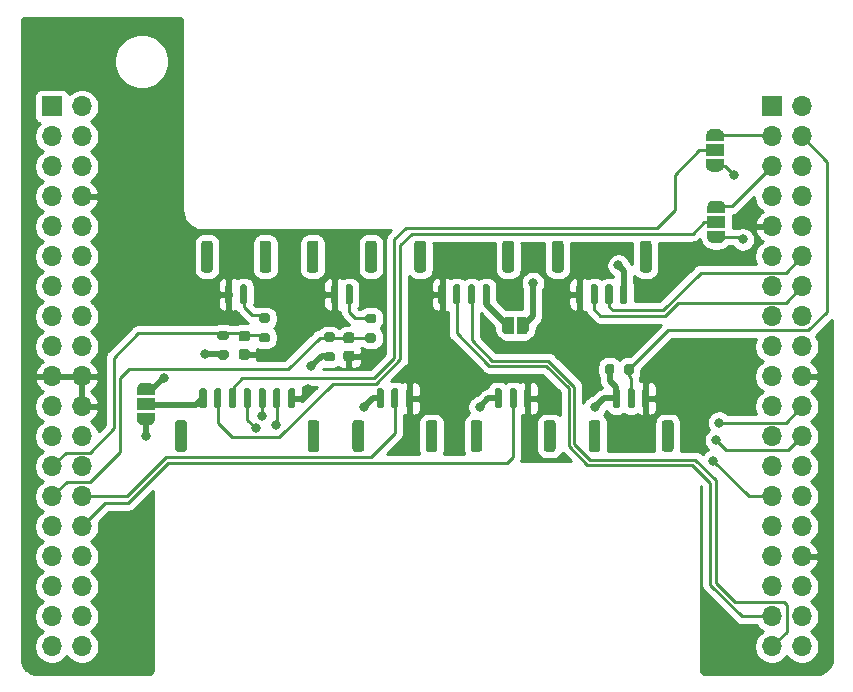
<source format=gbr>
%TF.GenerationSoftware,KiCad,Pcbnew,(5.1.8)-1*%
%TF.CreationDate,2021-02-11T10:10:36+01:00*%
%TF.ProjectId,shieldV1,73686965-6c64-4563-912e-6b696361645f,rev?*%
%TF.SameCoordinates,Original*%
%TF.FileFunction,Copper,L1,Top*%
%TF.FilePolarity,Positive*%
%FSLAX46Y46*%
G04 Gerber Fmt 4.6, Leading zero omitted, Abs format (unit mm)*
G04 Created by KiCad (PCBNEW (5.1.8)-1) date 2021-02-11 10:10:36*
%MOMM*%
%LPD*%
G01*
G04 APERTURE LIST*
%TA.AperFunction,SMDPad,CuDef*%
%ADD10R,1.500000X1.000000*%
%TD*%
%TA.AperFunction,SMDPad,CuDef*%
%ADD11C,0.100000*%
%TD*%
%TA.AperFunction,ComponentPad*%
%ADD12O,1.700000X1.700000*%
%TD*%
%TA.AperFunction,ComponentPad*%
%ADD13R,1.700000X1.700000*%
%TD*%
%TA.AperFunction,ViaPad*%
%ADD14C,0.800000*%
%TD*%
%TA.AperFunction,Conductor*%
%ADD15C,0.500000*%
%TD*%
%TA.AperFunction,Conductor*%
%ADD16C,0.250000*%
%TD*%
%TA.AperFunction,Conductor*%
%ADD17C,0.254000*%
%TD*%
%TA.AperFunction,Conductor*%
%ADD18C,0.100000*%
%TD*%
G04 APERTURE END LIST*
%TO.P,C2,2*%
%TO.N,GND*%
%TA.AperFunction,SMDPad,CuDef*%
G36*
G01*
X60679103Y-122237105D02*
X61179103Y-122237105D01*
G75*
G02*
X61404103Y-122462105I0J-225000D01*
G01*
X61404103Y-122912105D01*
G75*
G02*
X61179103Y-123137105I-225000J0D01*
G01*
X60679103Y-123137105D01*
G75*
G02*
X60454103Y-122912105I0J225000D01*
G01*
X60454103Y-122462105D01*
G75*
G02*
X60679103Y-122237105I225000J0D01*
G01*
G37*
%TD.AperFunction*%
%TO.P,C2,1*%
%TO.N,/PC15*%
%TA.AperFunction,SMDPad,CuDef*%
G36*
G01*
X60679103Y-120687105D02*
X61179103Y-120687105D01*
G75*
G02*
X61404103Y-120912105I0J-225000D01*
G01*
X61404103Y-121362105D01*
G75*
G02*
X61179103Y-121587105I-225000J0D01*
G01*
X60679103Y-121587105D01*
G75*
G02*
X60454103Y-121362105I0J225000D01*
G01*
X60454103Y-120912105D01*
G75*
G02*
X60679103Y-120687105I225000J0D01*
G01*
G37*
%TD.AperFunction*%
%TD*%
%TO.P,C1,2*%
%TO.N,GND*%
%TA.AperFunction,SMDPad,CuDef*%
G36*
G01*
X51829103Y-122087105D02*
X52329103Y-122087105D01*
G75*
G02*
X52554103Y-122312105I0J-225000D01*
G01*
X52554103Y-122762105D01*
G75*
G02*
X52329103Y-122987105I-225000J0D01*
G01*
X51829103Y-122987105D01*
G75*
G02*
X51604103Y-122762105I0J225000D01*
G01*
X51604103Y-122312105D01*
G75*
G02*
X51829103Y-122087105I225000J0D01*
G01*
G37*
%TD.AperFunction*%
%TO.P,C1,1*%
%TO.N,/PC14*%
%TA.AperFunction,SMDPad,CuDef*%
G36*
G01*
X51829103Y-120537105D02*
X52329103Y-120537105D01*
G75*
G02*
X52554103Y-120762105I0J-225000D01*
G01*
X52554103Y-121212105D01*
G75*
G02*
X52329103Y-121437105I-225000J0D01*
G01*
X51829103Y-121437105D01*
G75*
G02*
X51604103Y-121212105I0J225000D01*
G01*
X51604103Y-120762105D01*
G75*
G02*
X51829103Y-120537105I225000J0D01*
G01*
G37*
%TD.AperFunction*%
%TD*%
%TO.P,R5,2*%
%TO.N,+3V3*%
%TA.AperFunction,SMDPad,CuDef*%
G36*
G01*
X59004103Y-122337105D02*
X59554103Y-122337105D01*
G75*
G02*
X59754103Y-122537105I0J-200000D01*
G01*
X59754103Y-122937105D01*
G75*
G02*
X59554103Y-123137105I-200000J0D01*
G01*
X59004103Y-123137105D01*
G75*
G02*
X58804103Y-122937105I0J200000D01*
G01*
X58804103Y-122537105D01*
G75*
G02*
X59004103Y-122337105I200000J0D01*
G01*
G37*
%TD.AperFunction*%
%TO.P,R5,1*%
%TO.N,/PC15*%
%TA.AperFunction,SMDPad,CuDef*%
G36*
G01*
X59004103Y-120687105D02*
X59554103Y-120687105D01*
G75*
G02*
X59754103Y-120887105I0J-200000D01*
G01*
X59754103Y-121287105D01*
G75*
G02*
X59554103Y-121487105I-200000J0D01*
G01*
X59004103Y-121487105D01*
G75*
G02*
X58804103Y-121287105I0J200000D01*
G01*
X58804103Y-120887105D01*
G75*
G02*
X59004103Y-120687105I200000J0D01*
G01*
G37*
%TD.AperFunction*%
%TD*%
%TO.P,R4,2*%
%TO.N,+3V3*%
%TA.AperFunction,SMDPad,CuDef*%
G36*
G01*
X50004103Y-122187105D02*
X50554103Y-122187105D01*
G75*
G02*
X50754103Y-122387105I0J-200000D01*
G01*
X50754103Y-122787105D01*
G75*
G02*
X50554103Y-122987105I-200000J0D01*
G01*
X50004103Y-122987105D01*
G75*
G02*
X49804103Y-122787105I0J200000D01*
G01*
X49804103Y-122387105D01*
G75*
G02*
X50004103Y-122187105I200000J0D01*
G01*
G37*
%TD.AperFunction*%
%TO.P,R4,1*%
%TO.N,/PC14*%
%TA.AperFunction,SMDPad,CuDef*%
G36*
G01*
X50004103Y-120537105D02*
X50554103Y-120537105D01*
G75*
G02*
X50754103Y-120737105I0J-200000D01*
G01*
X50754103Y-121137105D01*
G75*
G02*
X50554103Y-121337105I-200000J0D01*
G01*
X50004103Y-121337105D01*
G75*
G02*
X49804103Y-121137105I0J200000D01*
G01*
X49804103Y-120737105D01*
G75*
G02*
X50004103Y-120537105I200000J0D01*
G01*
G37*
%TD.AperFunction*%
%TD*%
%TO.P,R3,2*%
%TO.N,Net-(J9-Pad1)*%
%TA.AperFunction,SMDPad,CuDef*%
G36*
G01*
X63054103Y-119887105D02*
X62504103Y-119887105D01*
G75*
G02*
X62304103Y-119687105I0J200000D01*
G01*
X62304103Y-119287105D01*
G75*
G02*
X62504103Y-119087105I200000J0D01*
G01*
X63054103Y-119087105D01*
G75*
G02*
X63254103Y-119287105I0J-200000D01*
G01*
X63254103Y-119687105D01*
G75*
G02*
X63054103Y-119887105I-200000J0D01*
G01*
G37*
%TD.AperFunction*%
%TO.P,R3,1*%
%TO.N,/PC15*%
%TA.AperFunction,SMDPad,CuDef*%
G36*
G01*
X63054103Y-121537105D02*
X62504103Y-121537105D01*
G75*
G02*
X62304103Y-121337105I0J200000D01*
G01*
X62304103Y-120937105D01*
G75*
G02*
X62504103Y-120737105I200000J0D01*
G01*
X63054103Y-120737105D01*
G75*
G02*
X63254103Y-120937105I0J-200000D01*
G01*
X63254103Y-121337105D01*
G75*
G02*
X63054103Y-121537105I-200000J0D01*
G01*
G37*
%TD.AperFunction*%
%TD*%
%TO.P,R2,2*%
%TO.N,Net-(J8-Pad1)*%
%TA.AperFunction,SMDPad,CuDef*%
G36*
G01*
X54054103Y-119875000D02*
X53504103Y-119875000D01*
G75*
G02*
X53304103Y-119675000I0J200000D01*
G01*
X53304103Y-119275000D01*
G75*
G02*
X53504103Y-119075000I200000J0D01*
G01*
X54054103Y-119075000D01*
G75*
G02*
X54254103Y-119275000I0J-200000D01*
G01*
X54254103Y-119675000D01*
G75*
G02*
X54054103Y-119875000I-200000J0D01*
G01*
G37*
%TD.AperFunction*%
%TO.P,R2,1*%
%TO.N,/PC14*%
%TA.AperFunction,SMDPad,CuDef*%
G36*
G01*
X54054103Y-121525000D02*
X53504103Y-121525000D01*
G75*
G02*
X53304103Y-121325000I0J200000D01*
G01*
X53304103Y-120925000D01*
G75*
G02*
X53504103Y-120725000I200000J0D01*
G01*
X54054103Y-120725000D01*
G75*
G02*
X54254103Y-120925000I0J-200000D01*
G01*
X54254103Y-121325000D01*
G75*
G02*
X54054103Y-121525000I-200000J0D01*
G01*
G37*
%TD.AperFunction*%
%TD*%
D10*
%TO.P,JP4,2*%
%TO.N,Net-(J10-Pad3)*%
X91929103Y-105262105D03*
%TA.AperFunction,SMDPad,CuDef*%
D11*
%TO.P,JP4,3*%
%TO.N,/PB8_I2C1_SCL*%
G36*
X91179705Y-103962105D02*
G01*
X91179705Y-103937571D01*
X91184515Y-103888740D01*
X91194087Y-103840615D01*
X91208331Y-103793660D01*
X91227108Y-103748327D01*
X91250239Y-103705054D01*
X91277499Y-103664255D01*
X91308627Y-103626326D01*
X91343324Y-103591629D01*
X91381253Y-103560501D01*
X91422052Y-103533241D01*
X91465325Y-103510110D01*
X91510658Y-103491333D01*
X91557613Y-103477089D01*
X91605738Y-103467517D01*
X91654569Y-103462707D01*
X91679103Y-103462707D01*
X91679103Y-103462105D01*
X92179103Y-103462105D01*
X92179103Y-103462707D01*
X92203637Y-103462707D01*
X92252468Y-103467517D01*
X92300593Y-103477089D01*
X92347548Y-103491333D01*
X92392881Y-103510110D01*
X92436154Y-103533241D01*
X92476953Y-103560501D01*
X92514882Y-103591629D01*
X92549579Y-103626326D01*
X92580707Y-103664255D01*
X92607967Y-103705054D01*
X92631098Y-103748327D01*
X92649875Y-103793660D01*
X92664119Y-103840615D01*
X92673691Y-103888740D01*
X92678501Y-103937571D01*
X92678501Y-103962105D01*
X92679103Y-103962105D01*
X92679103Y-104512105D01*
X91179103Y-104512105D01*
X91179103Y-103962105D01*
X91179705Y-103962105D01*
G37*
%TD.AperFunction*%
%TA.AperFunction,SMDPad,CuDef*%
%TO.P,JP4,1*%
%TO.N,/PB3_SPI1_SCLK*%
G36*
X92679103Y-106012105D02*
G01*
X92679103Y-106562105D01*
X92678501Y-106562105D01*
X92678501Y-106586639D01*
X92673691Y-106635470D01*
X92664119Y-106683595D01*
X92649875Y-106730550D01*
X92631098Y-106775883D01*
X92607967Y-106819156D01*
X92580707Y-106859955D01*
X92549579Y-106897884D01*
X92514882Y-106932581D01*
X92476953Y-106963709D01*
X92436154Y-106990969D01*
X92392881Y-107014100D01*
X92347548Y-107032877D01*
X92300593Y-107047121D01*
X92252468Y-107056693D01*
X92203637Y-107061503D01*
X92179103Y-107061503D01*
X92179103Y-107062105D01*
X91679103Y-107062105D01*
X91679103Y-107061503D01*
X91654569Y-107061503D01*
X91605738Y-107056693D01*
X91557613Y-107047121D01*
X91510658Y-107032877D01*
X91465325Y-107014100D01*
X91422052Y-106990969D01*
X91381253Y-106963709D01*
X91343324Y-106932581D01*
X91308627Y-106897884D01*
X91277499Y-106859955D01*
X91250239Y-106819156D01*
X91227108Y-106775883D01*
X91208331Y-106730550D01*
X91194087Y-106683595D01*
X91184515Y-106635470D01*
X91179705Y-106586639D01*
X91179705Y-106562105D01*
X91179103Y-106562105D01*
X91179103Y-106012105D01*
X92679103Y-106012105D01*
G37*
%TD.AperFunction*%
%TD*%
D10*
%TO.P,JP3,2*%
%TO.N,Net-(J10-Pad2)*%
X92029103Y-111312105D03*
%TA.AperFunction,SMDPad,CuDef*%
D11*
%TO.P,JP3,3*%
%TO.N,/PB9_I2C1_SDA*%
G36*
X91279705Y-110012105D02*
G01*
X91279705Y-109987571D01*
X91284515Y-109938740D01*
X91294087Y-109890615D01*
X91308331Y-109843660D01*
X91327108Y-109798327D01*
X91350239Y-109755054D01*
X91377499Y-109714255D01*
X91408627Y-109676326D01*
X91443324Y-109641629D01*
X91481253Y-109610501D01*
X91522052Y-109583241D01*
X91565325Y-109560110D01*
X91610658Y-109541333D01*
X91657613Y-109527089D01*
X91705738Y-109517517D01*
X91754569Y-109512707D01*
X91779103Y-109512707D01*
X91779103Y-109512105D01*
X92279103Y-109512105D01*
X92279103Y-109512707D01*
X92303637Y-109512707D01*
X92352468Y-109517517D01*
X92400593Y-109527089D01*
X92447548Y-109541333D01*
X92492881Y-109560110D01*
X92536154Y-109583241D01*
X92576953Y-109610501D01*
X92614882Y-109641629D01*
X92649579Y-109676326D01*
X92680707Y-109714255D01*
X92707967Y-109755054D01*
X92731098Y-109798327D01*
X92749875Y-109843660D01*
X92764119Y-109890615D01*
X92773691Y-109938740D01*
X92778501Y-109987571D01*
X92778501Y-110012105D01*
X92779103Y-110012105D01*
X92779103Y-110562105D01*
X91279103Y-110562105D01*
X91279103Y-110012105D01*
X91279705Y-110012105D01*
G37*
%TD.AperFunction*%
%TA.AperFunction,SMDPad,CuDef*%
%TO.P,JP3,1*%
%TO.N,/PB5_SPI1_MOSI*%
G36*
X92779103Y-112062105D02*
G01*
X92779103Y-112612105D01*
X92778501Y-112612105D01*
X92778501Y-112636639D01*
X92773691Y-112685470D01*
X92764119Y-112733595D01*
X92749875Y-112780550D01*
X92731098Y-112825883D01*
X92707967Y-112869156D01*
X92680707Y-112909955D01*
X92649579Y-112947884D01*
X92614882Y-112982581D01*
X92576953Y-113013709D01*
X92536154Y-113040969D01*
X92492881Y-113064100D01*
X92447548Y-113082877D01*
X92400593Y-113097121D01*
X92352468Y-113106693D01*
X92303637Y-113111503D01*
X92279103Y-113111503D01*
X92279103Y-113112105D01*
X91779103Y-113112105D01*
X91779103Y-113111503D01*
X91754569Y-113111503D01*
X91705738Y-113106693D01*
X91657613Y-113097121D01*
X91610658Y-113082877D01*
X91565325Y-113064100D01*
X91522052Y-113040969D01*
X91481253Y-113013709D01*
X91443324Y-112982581D01*
X91408627Y-112947884D01*
X91377499Y-112909955D01*
X91350239Y-112869156D01*
X91327108Y-112825883D01*
X91308331Y-112780550D01*
X91294087Y-112733595D01*
X91284515Y-112685470D01*
X91279705Y-112636639D01*
X91279705Y-112612105D01*
X91279103Y-112612105D01*
X91279103Y-112062105D01*
X92779103Y-112062105D01*
G37*
%TD.AperFunction*%
%TD*%
D10*
%TO.P,JP2,2*%
%TO.N,Net-(J10-Pad1)*%
X43750000Y-126750000D03*
%TA.AperFunction,SMDPad,CuDef*%
D11*
%TO.P,JP2,3*%
%TO.N,+3V3*%
G36*
X44499398Y-128050000D02*
G01*
X44499398Y-128074534D01*
X44494588Y-128123365D01*
X44485016Y-128171490D01*
X44470772Y-128218445D01*
X44451995Y-128263778D01*
X44428864Y-128307051D01*
X44401604Y-128347850D01*
X44370476Y-128385779D01*
X44335779Y-128420476D01*
X44297850Y-128451604D01*
X44257051Y-128478864D01*
X44213778Y-128501995D01*
X44168445Y-128520772D01*
X44121490Y-128535016D01*
X44073365Y-128544588D01*
X44024534Y-128549398D01*
X44000000Y-128549398D01*
X44000000Y-128550000D01*
X43500000Y-128550000D01*
X43500000Y-128549398D01*
X43475466Y-128549398D01*
X43426635Y-128544588D01*
X43378510Y-128535016D01*
X43331555Y-128520772D01*
X43286222Y-128501995D01*
X43242949Y-128478864D01*
X43202150Y-128451604D01*
X43164221Y-128420476D01*
X43129524Y-128385779D01*
X43098396Y-128347850D01*
X43071136Y-128307051D01*
X43048005Y-128263778D01*
X43029228Y-128218445D01*
X43014984Y-128171490D01*
X43005412Y-128123365D01*
X43000602Y-128074534D01*
X43000602Y-128050000D01*
X43000000Y-128050000D01*
X43000000Y-127500000D01*
X44500000Y-127500000D01*
X44500000Y-128050000D01*
X44499398Y-128050000D01*
G37*
%TD.AperFunction*%
%TA.AperFunction,SMDPad,CuDef*%
%TO.P,JP2,1*%
%TO.N,+5V*%
G36*
X43000000Y-126000000D02*
G01*
X43000000Y-125450000D01*
X43000602Y-125450000D01*
X43000602Y-125425466D01*
X43005412Y-125376635D01*
X43014984Y-125328510D01*
X43029228Y-125281555D01*
X43048005Y-125236222D01*
X43071136Y-125192949D01*
X43098396Y-125152150D01*
X43129524Y-125114221D01*
X43164221Y-125079524D01*
X43202150Y-125048396D01*
X43242949Y-125021136D01*
X43286222Y-124998005D01*
X43331555Y-124979228D01*
X43378510Y-124964984D01*
X43426635Y-124955412D01*
X43475466Y-124950602D01*
X43500000Y-124950602D01*
X43500000Y-124950000D01*
X44000000Y-124950000D01*
X44000000Y-124950602D01*
X44024534Y-124950602D01*
X44073365Y-124955412D01*
X44121490Y-124964984D01*
X44168445Y-124979228D01*
X44213778Y-124998005D01*
X44257051Y-125021136D01*
X44297850Y-125048396D01*
X44335779Y-125079524D01*
X44370476Y-125114221D01*
X44401604Y-125152150D01*
X44428864Y-125192949D01*
X44451995Y-125236222D01*
X44470772Y-125281555D01*
X44485016Y-125328510D01*
X44494588Y-125376635D01*
X44499398Y-125425466D01*
X44499398Y-125450000D01*
X44500000Y-125450000D01*
X44500000Y-126000000D01*
X43000000Y-126000000D01*
G37*
%TD.AperFunction*%
%TD*%
%TO.P,J10,MP*%
%TO.N,N/C*%
%TA.AperFunction,SMDPad,CuDef*%
G36*
G01*
X57429103Y-130552105D02*
X57429103Y-128352105D01*
G75*
G02*
X57679103Y-128102105I250000J0D01*
G01*
X58179103Y-128102105D01*
G75*
G02*
X58429103Y-128352105I0J-250000D01*
G01*
X58429103Y-130552105D01*
G75*
G02*
X58179103Y-130802105I-250000J0D01*
G01*
X57679103Y-130802105D01*
G75*
G02*
X57429103Y-130552105I0J250000D01*
G01*
G37*
%TD.AperFunction*%
%TA.AperFunction,SMDPad,CuDef*%
G36*
G01*
X46229103Y-130552105D02*
X46229103Y-128352105D01*
G75*
G02*
X46479103Y-128102105I250000J0D01*
G01*
X46979103Y-128102105D01*
G75*
G02*
X47229103Y-128352105I0J-250000D01*
G01*
X47229103Y-130552105D01*
G75*
G02*
X46979103Y-130802105I-250000J0D01*
G01*
X46479103Y-130802105D01*
G75*
G02*
X46229103Y-130552105I0J250000D01*
G01*
G37*
%TD.AperFunction*%
%TO.P,J10,7*%
%TO.N,GND*%
%TA.AperFunction,SMDPad,CuDef*%
G36*
G01*
X55779103Y-126952105D02*
X55779103Y-125552105D01*
G75*
G02*
X55929103Y-125402105I150000J0D01*
G01*
X56229103Y-125402105D01*
G75*
G02*
X56379103Y-125552105I0J-150000D01*
G01*
X56379103Y-126952105D01*
G75*
G02*
X56229103Y-127102105I-150000J0D01*
G01*
X55929103Y-127102105D01*
G75*
G02*
X55779103Y-126952105I0J150000D01*
G01*
G37*
%TD.AperFunction*%
%TO.P,J10,6*%
%TO.N,/PB1*%
%TA.AperFunction,SMDPad,CuDef*%
G36*
G01*
X54529103Y-126952105D02*
X54529103Y-125552105D01*
G75*
G02*
X54679103Y-125402105I150000J0D01*
G01*
X54979103Y-125402105D01*
G75*
G02*
X55129103Y-125552105I0J-150000D01*
G01*
X55129103Y-126952105D01*
G75*
G02*
X54979103Y-127102105I-150000J0D01*
G01*
X54679103Y-127102105D01*
G75*
G02*
X54529103Y-126952105I0J150000D01*
G01*
G37*
%TD.AperFunction*%
%TO.P,J10,5*%
%TO.N,/PB2*%
%TA.AperFunction,SMDPad,CuDef*%
G36*
G01*
X53279103Y-126952105D02*
X53279103Y-125552105D01*
G75*
G02*
X53429103Y-125402105I150000J0D01*
G01*
X53729103Y-125402105D01*
G75*
G02*
X53879103Y-125552105I0J-150000D01*
G01*
X53879103Y-126952105D01*
G75*
G02*
X53729103Y-127102105I-150000J0D01*
G01*
X53429103Y-127102105D01*
G75*
G02*
X53279103Y-126952105I0J150000D01*
G01*
G37*
%TD.AperFunction*%
%TO.P,J10,4*%
%TO.N,/PB4_SPI1_MISO*%
%TA.AperFunction,SMDPad,CuDef*%
G36*
G01*
X52029103Y-126952105D02*
X52029103Y-125552105D01*
G75*
G02*
X52179103Y-125402105I150000J0D01*
G01*
X52479103Y-125402105D01*
G75*
G02*
X52629103Y-125552105I0J-150000D01*
G01*
X52629103Y-126952105D01*
G75*
G02*
X52479103Y-127102105I-150000J0D01*
G01*
X52179103Y-127102105D01*
G75*
G02*
X52029103Y-126952105I0J150000D01*
G01*
G37*
%TD.AperFunction*%
%TO.P,J10,3*%
%TO.N,Net-(J10-Pad3)*%
%TA.AperFunction,SMDPad,CuDef*%
G36*
G01*
X50779103Y-126952105D02*
X50779103Y-125552105D01*
G75*
G02*
X50929103Y-125402105I150000J0D01*
G01*
X51229103Y-125402105D01*
G75*
G02*
X51379103Y-125552105I0J-150000D01*
G01*
X51379103Y-126952105D01*
G75*
G02*
X51229103Y-127102105I-150000J0D01*
G01*
X50929103Y-127102105D01*
G75*
G02*
X50779103Y-126952105I0J150000D01*
G01*
G37*
%TD.AperFunction*%
%TO.P,J10,2*%
%TO.N,Net-(J10-Pad2)*%
%TA.AperFunction,SMDPad,CuDef*%
G36*
G01*
X49529103Y-126952105D02*
X49529103Y-125552105D01*
G75*
G02*
X49679103Y-125402105I150000J0D01*
G01*
X49979103Y-125402105D01*
G75*
G02*
X50129103Y-125552105I0J-150000D01*
G01*
X50129103Y-126952105D01*
G75*
G02*
X49979103Y-127102105I-150000J0D01*
G01*
X49679103Y-127102105D01*
G75*
G02*
X49529103Y-126952105I0J150000D01*
G01*
G37*
%TD.AperFunction*%
%TO.P,J10,1*%
%TO.N,Net-(J10-Pad1)*%
%TA.AperFunction,SMDPad,CuDef*%
G36*
G01*
X48279103Y-126952105D02*
X48279103Y-125552105D01*
G75*
G02*
X48429103Y-125402105I150000J0D01*
G01*
X48729103Y-125402105D01*
G75*
G02*
X48879103Y-125552105I0J-150000D01*
G01*
X48879103Y-126952105D01*
G75*
G02*
X48729103Y-127102105I-150000J0D01*
G01*
X48429103Y-127102105D01*
G75*
G02*
X48279103Y-126952105I0J150000D01*
G01*
G37*
%TD.AperFunction*%
%TD*%
%TO.P,J9,MP*%
%TO.N,N/C*%
%TA.AperFunction,SMDPad,CuDef*%
G36*
G01*
X58354103Y-113162105D02*
X58354103Y-115362105D01*
G75*
G02*
X58104103Y-115612105I-250000J0D01*
G01*
X57604103Y-115612105D01*
G75*
G02*
X57354103Y-115362105I0J250000D01*
G01*
X57354103Y-113162105D01*
G75*
G02*
X57604103Y-112912105I250000J0D01*
G01*
X58104103Y-112912105D01*
G75*
G02*
X58354103Y-113162105I0J-250000D01*
G01*
G37*
%TD.AperFunction*%
%TA.AperFunction,SMDPad,CuDef*%
G36*
G01*
X63304103Y-113162105D02*
X63304103Y-115362105D01*
G75*
G02*
X63054103Y-115612105I-250000J0D01*
G01*
X62554103Y-115612105D01*
G75*
G02*
X62304103Y-115362105I0J250000D01*
G01*
X62304103Y-113162105D01*
G75*
G02*
X62554103Y-112912105I250000J0D01*
G01*
X63054103Y-112912105D01*
G75*
G02*
X63304103Y-113162105I0J-250000D01*
G01*
G37*
%TD.AperFunction*%
%TO.P,J9,2*%
%TO.N,GND*%
%TA.AperFunction,SMDPad,CuDef*%
G36*
G01*
X60004103Y-116762105D02*
X60004103Y-118162105D01*
G75*
G02*
X59854103Y-118312105I-150000J0D01*
G01*
X59554103Y-118312105D01*
G75*
G02*
X59404103Y-118162105I0J150000D01*
G01*
X59404103Y-116762105D01*
G75*
G02*
X59554103Y-116612105I150000J0D01*
G01*
X59854103Y-116612105D01*
G75*
G02*
X60004103Y-116762105I0J-150000D01*
G01*
G37*
%TD.AperFunction*%
%TO.P,J9,1*%
%TO.N,Net-(J9-Pad1)*%
%TA.AperFunction,SMDPad,CuDef*%
G36*
G01*
X61254103Y-116762105D02*
X61254103Y-118162105D01*
G75*
G02*
X61104103Y-118312105I-150000J0D01*
G01*
X60804103Y-118312105D01*
G75*
G02*
X60654103Y-118162105I0J150000D01*
G01*
X60654103Y-116762105D01*
G75*
G02*
X60804103Y-116612105I150000J0D01*
G01*
X61104103Y-116612105D01*
G75*
G02*
X61254103Y-116762105I0J-150000D01*
G01*
G37*
%TD.AperFunction*%
%TD*%
%TO.P,J8,MP*%
%TO.N,N/C*%
%TA.AperFunction,SMDPad,CuDef*%
G36*
G01*
X49414103Y-113162105D02*
X49414103Y-115362105D01*
G75*
G02*
X49164103Y-115612105I-250000J0D01*
G01*
X48664103Y-115612105D01*
G75*
G02*
X48414103Y-115362105I0J250000D01*
G01*
X48414103Y-113162105D01*
G75*
G02*
X48664103Y-112912105I250000J0D01*
G01*
X49164103Y-112912105D01*
G75*
G02*
X49414103Y-113162105I0J-250000D01*
G01*
G37*
%TD.AperFunction*%
%TA.AperFunction,SMDPad,CuDef*%
G36*
G01*
X54364103Y-113162105D02*
X54364103Y-115362105D01*
G75*
G02*
X54114103Y-115612105I-250000J0D01*
G01*
X53614103Y-115612105D01*
G75*
G02*
X53364103Y-115362105I0J250000D01*
G01*
X53364103Y-113162105D01*
G75*
G02*
X53614103Y-112912105I250000J0D01*
G01*
X54114103Y-112912105D01*
G75*
G02*
X54364103Y-113162105I0J-250000D01*
G01*
G37*
%TD.AperFunction*%
%TO.P,J8,2*%
%TO.N,GND*%
%TA.AperFunction,SMDPad,CuDef*%
G36*
G01*
X51064103Y-116762105D02*
X51064103Y-118162105D01*
G75*
G02*
X50914103Y-118312105I-150000J0D01*
G01*
X50614103Y-118312105D01*
G75*
G02*
X50464103Y-118162105I0J150000D01*
G01*
X50464103Y-116762105D01*
G75*
G02*
X50614103Y-116612105I150000J0D01*
G01*
X50914103Y-116612105D01*
G75*
G02*
X51064103Y-116762105I0J-150000D01*
G01*
G37*
%TD.AperFunction*%
%TO.P,J8,1*%
%TO.N,Net-(J8-Pad1)*%
%TA.AperFunction,SMDPad,CuDef*%
G36*
G01*
X52314103Y-116762105D02*
X52314103Y-118162105D01*
G75*
G02*
X52164103Y-118312105I-150000J0D01*
G01*
X51864103Y-118312105D01*
G75*
G02*
X51714103Y-118162105I0J150000D01*
G01*
X51714103Y-116762105D01*
G75*
G02*
X51864103Y-116612105I150000J0D01*
G01*
X52164103Y-116612105D01*
G75*
G02*
X52314103Y-116762105I0J-150000D01*
G01*
G37*
%TD.AperFunction*%
%TD*%
%TO.P,J7,MP*%
%TO.N,N/C*%
%TA.AperFunction,SMDPad,CuDef*%
G36*
G01*
X67429103Y-130552105D02*
X67429103Y-128352105D01*
G75*
G02*
X67679103Y-128102105I250000J0D01*
G01*
X68179103Y-128102105D01*
G75*
G02*
X68429103Y-128352105I0J-250000D01*
G01*
X68429103Y-130552105D01*
G75*
G02*
X68179103Y-130802105I-250000J0D01*
G01*
X67679103Y-130802105D01*
G75*
G02*
X67429103Y-130552105I0J250000D01*
G01*
G37*
%TD.AperFunction*%
%TA.AperFunction,SMDPad,CuDef*%
G36*
G01*
X61229103Y-130552105D02*
X61229103Y-128352105D01*
G75*
G02*
X61479103Y-128102105I250000J0D01*
G01*
X61979103Y-128102105D01*
G75*
G02*
X62229103Y-128352105I0J-250000D01*
G01*
X62229103Y-130552105D01*
G75*
G02*
X61979103Y-130802105I-250000J0D01*
G01*
X61479103Y-130802105D01*
G75*
G02*
X61229103Y-130552105I0J250000D01*
G01*
G37*
%TD.AperFunction*%
%TO.P,J7,3*%
%TO.N,GND*%
%TA.AperFunction,SMDPad,CuDef*%
G36*
G01*
X65779103Y-126952105D02*
X65779103Y-125552105D01*
G75*
G02*
X65929103Y-125402105I150000J0D01*
G01*
X66229103Y-125402105D01*
G75*
G02*
X66379103Y-125552105I0J-150000D01*
G01*
X66379103Y-126952105D01*
G75*
G02*
X66229103Y-127102105I-150000J0D01*
G01*
X65929103Y-127102105D01*
G75*
G02*
X65779103Y-126952105I0J150000D01*
G01*
G37*
%TD.AperFunction*%
%TO.P,J7,2*%
%TO.N,/PA_0_ADC1_0*%
%TA.AperFunction,SMDPad,CuDef*%
G36*
G01*
X64529103Y-126952105D02*
X64529103Y-125552105D01*
G75*
G02*
X64679103Y-125402105I150000J0D01*
G01*
X64979103Y-125402105D01*
G75*
G02*
X65129103Y-125552105I0J-150000D01*
G01*
X65129103Y-126952105D01*
G75*
G02*
X64979103Y-127102105I-150000J0D01*
G01*
X64679103Y-127102105D01*
G75*
G02*
X64529103Y-126952105I0J150000D01*
G01*
G37*
%TD.AperFunction*%
%TO.P,J7,1*%
%TO.N,+3V3*%
%TA.AperFunction,SMDPad,CuDef*%
G36*
G01*
X63279103Y-126952105D02*
X63279103Y-125552105D01*
G75*
G02*
X63429103Y-125402105I150000J0D01*
G01*
X63729103Y-125402105D01*
G75*
G02*
X63879103Y-125552105I0J-150000D01*
G01*
X63879103Y-126952105D01*
G75*
G02*
X63729103Y-127102105I-150000J0D01*
G01*
X63429103Y-127102105D01*
G75*
G02*
X63279103Y-126952105I0J150000D01*
G01*
G37*
%TD.AperFunction*%
%TD*%
%TO.P,J6,MP*%
%TO.N,N/C*%
%TA.AperFunction,SMDPad,CuDef*%
G36*
G01*
X77429103Y-130552105D02*
X77429103Y-128352105D01*
G75*
G02*
X77679103Y-128102105I250000J0D01*
G01*
X78179103Y-128102105D01*
G75*
G02*
X78429103Y-128352105I0J-250000D01*
G01*
X78429103Y-130552105D01*
G75*
G02*
X78179103Y-130802105I-250000J0D01*
G01*
X77679103Y-130802105D01*
G75*
G02*
X77429103Y-130552105I0J250000D01*
G01*
G37*
%TD.AperFunction*%
%TA.AperFunction,SMDPad,CuDef*%
G36*
G01*
X71229103Y-130552105D02*
X71229103Y-128352105D01*
G75*
G02*
X71479103Y-128102105I250000J0D01*
G01*
X71979103Y-128102105D01*
G75*
G02*
X72229103Y-128352105I0J-250000D01*
G01*
X72229103Y-130552105D01*
G75*
G02*
X71979103Y-130802105I-250000J0D01*
G01*
X71479103Y-130802105D01*
G75*
G02*
X71229103Y-130552105I0J250000D01*
G01*
G37*
%TD.AperFunction*%
%TO.P,J6,3*%
%TO.N,GND*%
%TA.AperFunction,SMDPad,CuDef*%
G36*
G01*
X75779103Y-126952105D02*
X75779103Y-125552105D01*
G75*
G02*
X75929103Y-125402105I150000J0D01*
G01*
X76229103Y-125402105D01*
G75*
G02*
X76379103Y-125552105I0J-150000D01*
G01*
X76379103Y-126952105D01*
G75*
G02*
X76229103Y-127102105I-150000J0D01*
G01*
X75929103Y-127102105D01*
G75*
G02*
X75779103Y-126952105I0J150000D01*
G01*
G37*
%TD.AperFunction*%
%TO.P,J6,2*%
%TO.N,/PA1_ADC1_1*%
%TA.AperFunction,SMDPad,CuDef*%
G36*
G01*
X74529103Y-126952105D02*
X74529103Y-125552105D01*
G75*
G02*
X74679103Y-125402105I150000J0D01*
G01*
X74979103Y-125402105D01*
G75*
G02*
X75129103Y-125552105I0J-150000D01*
G01*
X75129103Y-126952105D01*
G75*
G02*
X74979103Y-127102105I-150000J0D01*
G01*
X74679103Y-127102105D01*
G75*
G02*
X74529103Y-126952105I0J150000D01*
G01*
G37*
%TD.AperFunction*%
%TO.P,J6,1*%
%TO.N,+3V3*%
%TA.AperFunction,SMDPad,CuDef*%
G36*
G01*
X73279103Y-126952105D02*
X73279103Y-125552105D01*
G75*
G02*
X73429103Y-125402105I150000J0D01*
G01*
X73729103Y-125402105D01*
G75*
G02*
X73879103Y-125552105I0J-150000D01*
G01*
X73879103Y-126952105D01*
G75*
G02*
X73729103Y-127102105I-150000J0D01*
G01*
X73429103Y-127102105D01*
G75*
G02*
X73279103Y-126952105I0J150000D01*
G01*
G37*
%TD.AperFunction*%
%TD*%
%TO.P,R1,2*%
%TO.N,/PC6_CRANK_SIG*%
%TA.AperFunction,SMDPad,CuDef*%
G36*
G01*
X84254103Y-124087105D02*
X84254103Y-123537105D01*
G75*
G02*
X84454103Y-123337105I200000J0D01*
G01*
X84854103Y-123337105D01*
G75*
G02*
X85054103Y-123537105I0J-200000D01*
G01*
X85054103Y-124087105D01*
G75*
G02*
X84854103Y-124287105I-200000J0D01*
G01*
X84454103Y-124287105D01*
G75*
G02*
X84254103Y-124087105I0J200000D01*
G01*
G37*
%TD.AperFunction*%
%TO.P,R1,1*%
%TO.N,+3V3*%
%TA.AperFunction,SMDPad,CuDef*%
G36*
G01*
X82604103Y-124087105D02*
X82604103Y-123537105D01*
G75*
G02*
X82804103Y-123337105I200000J0D01*
G01*
X83204103Y-123337105D01*
G75*
G02*
X83404103Y-123537105I0J-200000D01*
G01*
X83404103Y-124087105D01*
G75*
G02*
X83204103Y-124287105I-200000J0D01*
G01*
X82804103Y-124287105D01*
G75*
G02*
X82604103Y-124087105I0J200000D01*
G01*
G37*
%TD.AperFunction*%
%TD*%
%TO.P,J5,MP*%
%TO.N,N/C*%
%TA.AperFunction,SMDPad,CuDef*%
G36*
G01*
X87429103Y-130552105D02*
X87429103Y-128352105D01*
G75*
G02*
X87679103Y-128102105I250000J0D01*
G01*
X88179103Y-128102105D01*
G75*
G02*
X88429103Y-128352105I0J-250000D01*
G01*
X88429103Y-130552105D01*
G75*
G02*
X88179103Y-130802105I-250000J0D01*
G01*
X87679103Y-130802105D01*
G75*
G02*
X87429103Y-130552105I0J250000D01*
G01*
G37*
%TD.AperFunction*%
%TA.AperFunction,SMDPad,CuDef*%
G36*
G01*
X81229103Y-130552105D02*
X81229103Y-128352105D01*
G75*
G02*
X81479103Y-128102105I250000J0D01*
G01*
X81979103Y-128102105D01*
G75*
G02*
X82229103Y-128352105I0J-250000D01*
G01*
X82229103Y-130552105D01*
G75*
G02*
X81979103Y-130802105I-250000J0D01*
G01*
X81479103Y-130802105D01*
G75*
G02*
X81229103Y-130552105I0J250000D01*
G01*
G37*
%TD.AperFunction*%
%TO.P,J5,3*%
%TO.N,GND*%
%TA.AperFunction,SMDPad,CuDef*%
G36*
G01*
X85779103Y-126952105D02*
X85779103Y-125552105D01*
G75*
G02*
X85929103Y-125402105I150000J0D01*
G01*
X86229103Y-125402105D01*
G75*
G02*
X86379103Y-125552105I0J-150000D01*
G01*
X86379103Y-126952105D01*
G75*
G02*
X86229103Y-127102105I-150000J0D01*
G01*
X85929103Y-127102105D01*
G75*
G02*
X85779103Y-126952105I0J150000D01*
G01*
G37*
%TD.AperFunction*%
%TO.P,J5,2*%
%TO.N,/PC6_CRANK_SIG*%
%TA.AperFunction,SMDPad,CuDef*%
G36*
G01*
X84529103Y-126952105D02*
X84529103Y-125552105D01*
G75*
G02*
X84679103Y-125402105I150000J0D01*
G01*
X84979103Y-125402105D01*
G75*
G02*
X85129103Y-125552105I0J-150000D01*
G01*
X85129103Y-126952105D01*
G75*
G02*
X84979103Y-127102105I-150000J0D01*
G01*
X84679103Y-127102105D01*
G75*
G02*
X84529103Y-126952105I0J150000D01*
G01*
G37*
%TD.AperFunction*%
%TO.P,J5,1*%
%TO.N,+3V3*%
%TA.AperFunction,SMDPad,CuDef*%
G36*
G01*
X83279103Y-126952105D02*
X83279103Y-125552105D01*
G75*
G02*
X83429103Y-125402105I150000J0D01*
G01*
X83729103Y-125402105D01*
G75*
G02*
X83879103Y-125552105I0J-150000D01*
G01*
X83879103Y-126952105D01*
G75*
G02*
X83729103Y-127102105I-150000J0D01*
G01*
X83429103Y-127102105D01*
G75*
G02*
X83279103Y-126952105I0J150000D01*
G01*
G37*
%TD.AperFunction*%
%TD*%
%TO.P,J4,MP*%
%TO.N,N/C*%
%TA.AperFunction,SMDPad,CuDef*%
G36*
G01*
X67464103Y-113162105D02*
X67464103Y-115362105D01*
G75*
G02*
X67214103Y-115612105I-250000J0D01*
G01*
X66714103Y-115612105D01*
G75*
G02*
X66464103Y-115362105I0J250000D01*
G01*
X66464103Y-113162105D01*
G75*
G02*
X66714103Y-112912105I250000J0D01*
G01*
X67214103Y-112912105D01*
G75*
G02*
X67464103Y-113162105I0J-250000D01*
G01*
G37*
%TD.AperFunction*%
%TA.AperFunction,SMDPad,CuDef*%
G36*
G01*
X74914103Y-113162105D02*
X74914103Y-115362105D01*
G75*
G02*
X74664103Y-115612105I-250000J0D01*
G01*
X74164103Y-115612105D01*
G75*
G02*
X73914103Y-115362105I0J250000D01*
G01*
X73914103Y-113162105D01*
G75*
G02*
X74164103Y-112912105I250000J0D01*
G01*
X74664103Y-112912105D01*
G75*
G02*
X74914103Y-113162105I0J-250000D01*
G01*
G37*
%TD.AperFunction*%
%TO.P,J4,4*%
%TO.N,GND*%
%TA.AperFunction,SMDPad,CuDef*%
G36*
G01*
X69114103Y-116762105D02*
X69114103Y-118162105D01*
G75*
G02*
X68964103Y-118312105I-150000J0D01*
G01*
X68664103Y-118312105D01*
G75*
G02*
X68514103Y-118162105I0J150000D01*
G01*
X68514103Y-116762105D01*
G75*
G02*
X68664103Y-116612105I150000J0D01*
G01*
X68964103Y-116612105D01*
G75*
G02*
X69114103Y-116762105I0J-150000D01*
G01*
G37*
%TD.AperFunction*%
%TO.P,J4,3*%
%TO.N,/PA_2_UART2_TX*%
%TA.AperFunction,SMDPad,CuDef*%
G36*
G01*
X70364103Y-116762105D02*
X70364103Y-118162105D01*
G75*
G02*
X70214103Y-118312105I-150000J0D01*
G01*
X69914103Y-118312105D01*
G75*
G02*
X69764103Y-118162105I0J150000D01*
G01*
X69764103Y-116762105D01*
G75*
G02*
X69914103Y-116612105I150000J0D01*
G01*
X70214103Y-116612105D01*
G75*
G02*
X70364103Y-116762105I0J-150000D01*
G01*
G37*
%TD.AperFunction*%
%TO.P,J4,2*%
%TO.N,/PA_3_UART2_RX*%
%TA.AperFunction,SMDPad,CuDef*%
G36*
G01*
X71614103Y-116762105D02*
X71614103Y-118162105D01*
G75*
G02*
X71464103Y-118312105I-150000J0D01*
G01*
X71164103Y-118312105D01*
G75*
G02*
X71014103Y-118162105I0J150000D01*
G01*
X71014103Y-116762105D01*
G75*
G02*
X71164103Y-116612105I150000J0D01*
G01*
X71464103Y-116612105D01*
G75*
G02*
X71614103Y-116762105I0J-150000D01*
G01*
G37*
%TD.AperFunction*%
%TO.P,J4,1*%
%TO.N,Net-(J4-Pad1)*%
%TA.AperFunction,SMDPad,CuDef*%
G36*
G01*
X72864103Y-116762105D02*
X72864103Y-118162105D01*
G75*
G02*
X72714103Y-118312105I-150000J0D01*
G01*
X72414103Y-118312105D01*
G75*
G02*
X72264103Y-118162105I0J150000D01*
G01*
X72264103Y-116762105D01*
G75*
G02*
X72414103Y-116612105I150000J0D01*
G01*
X72714103Y-116612105D01*
G75*
G02*
X72864103Y-116762105I0J-150000D01*
G01*
G37*
%TD.AperFunction*%
%TD*%
%TO.P,J3,MP*%
%TO.N,N/C*%
%TA.AperFunction,SMDPad,CuDef*%
G36*
G01*
X79104103Y-113162105D02*
X79104103Y-115362105D01*
G75*
G02*
X78854103Y-115612105I-250000J0D01*
G01*
X78354103Y-115612105D01*
G75*
G02*
X78104103Y-115362105I0J250000D01*
G01*
X78104103Y-113162105D01*
G75*
G02*
X78354103Y-112912105I250000J0D01*
G01*
X78854103Y-112912105D01*
G75*
G02*
X79104103Y-113162105I0J-250000D01*
G01*
G37*
%TD.AperFunction*%
%TA.AperFunction,SMDPad,CuDef*%
G36*
G01*
X86554103Y-113162105D02*
X86554103Y-115362105D01*
G75*
G02*
X86304103Y-115612105I-250000J0D01*
G01*
X85804103Y-115612105D01*
G75*
G02*
X85554103Y-115362105I0J250000D01*
G01*
X85554103Y-113162105D01*
G75*
G02*
X85804103Y-112912105I250000J0D01*
G01*
X86304103Y-112912105D01*
G75*
G02*
X86554103Y-113162105I0J-250000D01*
G01*
G37*
%TD.AperFunction*%
%TO.P,J3,4*%
%TO.N,GND*%
%TA.AperFunction,SMDPad,CuDef*%
G36*
G01*
X80754103Y-116762105D02*
X80754103Y-118162105D01*
G75*
G02*
X80604103Y-118312105I-150000J0D01*
G01*
X80304103Y-118312105D01*
G75*
G02*
X80154103Y-118162105I0J150000D01*
G01*
X80154103Y-116762105D01*
G75*
G02*
X80304103Y-116612105I150000J0D01*
G01*
X80604103Y-116612105D01*
G75*
G02*
X80754103Y-116762105I0J-150000D01*
G01*
G37*
%TD.AperFunction*%
%TO.P,J3,3*%
%TO.N,/PA_11_UART6_TX*%
%TA.AperFunction,SMDPad,CuDef*%
G36*
G01*
X82004103Y-116762105D02*
X82004103Y-118162105D01*
G75*
G02*
X81854103Y-118312105I-150000J0D01*
G01*
X81554103Y-118312105D01*
G75*
G02*
X81404103Y-118162105I0J150000D01*
G01*
X81404103Y-116762105D01*
G75*
G02*
X81554103Y-116612105I150000J0D01*
G01*
X81854103Y-116612105D01*
G75*
G02*
X82004103Y-116762105I0J-150000D01*
G01*
G37*
%TD.AperFunction*%
%TO.P,J3,2*%
%TO.N,/PA_12_UART6_RX*%
%TA.AperFunction,SMDPad,CuDef*%
G36*
G01*
X83254103Y-116762105D02*
X83254103Y-118162105D01*
G75*
G02*
X83104103Y-118312105I-150000J0D01*
G01*
X82804103Y-118312105D01*
G75*
G02*
X82654103Y-118162105I0J150000D01*
G01*
X82654103Y-116762105D01*
G75*
G02*
X82804103Y-116612105I150000J0D01*
G01*
X83104103Y-116612105D01*
G75*
G02*
X83254103Y-116762105I0J-150000D01*
G01*
G37*
%TD.AperFunction*%
%TO.P,J3,1*%
%TO.N,+5V*%
%TA.AperFunction,SMDPad,CuDef*%
G36*
G01*
X84504103Y-116762105D02*
X84504103Y-118162105D01*
G75*
G02*
X84354103Y-118312105I-150000J0D01*
G01*
X84054103Y-118312105D01*
G75*
G02*
X83904103Y-118162105I0J150000D01*
G01*
X83904103Y-116762105D01*
G75*
G02*
X84054103Y-116612105I150000J0D01*
G01*
X84354103Y-116612105D01*
G75*
G02*
X84504103Y-116762105I0J-150000D01*
G01*
G37*
%TD.AperFunction*%
%TD*%
%TA.AperFunction,SMDPad,CuDef*%
%TO.P,JP1,2*%
%TO.N,+5V*%
G36*
X75679103Y-119350602D02*
G01*
X75703637Y-119350602D01*
X75752468Y-119355412D01*
X75800593Y-119364984D01*
X75847548Y-119379228D01*
X75892881Y-119398005D01*
X75936154Y-119421136D01*
X75976953Y-119448396D01*
X76014882Y-119479524D01*
X76049579Y-119514221D01*
X76080707Y-119552150D01*
X76107967Y-119592949D01*
X76131098Y-119636222D01*
X76149875Y-119681555D01*
X76164119Y-119728510D01*
X76173691Y-119776635D01*
X76178501Y-119825466D01*
X76178501Y-119850000D01*
X76179103Y-119850000D01*
X76179103Y-120350000D01*
X76178501Y-120350000D01*
X76178501Y-120374534D01*
X76173691Y-120423365D01*
X76164119Y-120471490D01*
X76149875Y-120518445D01*
X76131098Y-120563778D01*
X76107967Y-120607051D01*
X76080707Y-120647850D01*
X76049579Y-120685779D01*
X76014882Y-120720476D01*
X75976953Y-120751604D01*
X75936154Y-120778864D01*
X75892881Y-120801995D01*
X75847548Y-120820772D01*
X75800593Y-120835016D01*
X75752468Y-120844588D01*
X75703637Y-120849398D01*
X75679103Y-120849398D01*
X75679103Y-120850000D01*
X75179103Y-120850000D01*
X75179103Y-119350000D01*
X75679103Y-119350000D01*
X75679103Y-119350602D01*
G37*
%TD.AperFunction*%
%TA.AperFunction,SMDPad,CuDef*%
%TO.P,JP1,1*%
%TO.N,Net-(J4-Pad1)*%
G36*
X74879103Y-120850000D02*
G01*
X74379103Y-120850000D01*
X74379103Y-120849398D01*
X74354569Y-120849398D01*
X74305738Y-120844588D01*
X74257613Y-120835016D01*
X74210658Y-120820772D01*
X74165325Y-120801995D01*
X74122052Y-120778864D01*
X74081253Y-120751604D01*
X74043324Y-120720476D01*
X74008627Y-120685779D01*
X73977499Y-120647850D01*
X73950239Y-120607051D01*
X73927108Y-120563778D01*
X73908331Y-120518445D01*
X73894087Y-120471490D01*
X73884515Y-120423365D01*
X73879705Y-120374534D01*
X73879705Y-120350000D01*
X73879103Y-120350000D01*
X73879103Y-119850000D01*
X73879705Y-119850000D01*
X73879705Y-119825466D01*
X73884515Y-119776635D01*
X73894087Y-119728510D01*
X73908331Y-119681555D01*
X73927108Y-119636222D01*
X73950239Y-119592949D01*
X73977499Y-119552150D01*
X74008627Y-119514221D01*
X74043324Y-119479524D01*
X74081253Y-119448396D01*
X74122052Y-119421136D01*
X74165325Y-119398005D01*
X74210658Y-119379228D01*
X74257613Y-119364984D01*
X74305738Y-119355412D01*
X74354569Y-119350602D01*
X74379103Y-119350602D01*
X74379103Y-119350000D01*
X74879103Y-119350000D01*
X74879103Y-120850000D01*
G37*
%TD.AperFunction*%
%TD*%
D12*
%TO.P,J2,38*%
%TO.N,N/C*%
X99279103Y-147272105D03*
%TO.P,J2,37*%
%TO.N,/PA_3_UART2_RX*%
X96739103Y-147272105D03*
%TO.P,J2,36*%
%TO.N,N/C*%
X99279103Y-144732105D03*
%TO.P,J2,35*%
%TO.N,/PA_2_UART2_TX*%
X96739103Y-144732105D03*
%TO.P,J2,34*%
%TO.N,N/C*%
X99279103Y-142192105D03*
%TO.P,J2,33*%
X96739103Y-142192105D03*
%TO.P,J2,32*%
%TO.N,GND*%
X99279103Y-139652105D03*
%TO.P,J2,31*%
%TO.N,/PB3_SPI1_SCLK*%
X96739103Y-139652105D03*
%TO.P,J2,30*%
%TO.N,N/C*%
X99279103Y-137112105D03*
%TO.P,J2,29*%
%TO.N,/PB5_SPI1_MOSI*%
X96739103Y-137112105D03*
%TO.P,J2,28*%
%TO.N,N/C*%
X99279103Y-134572105D03*
%TO.P,J2,27*%
%TO.N,/PB4_SPI1_MISO*%
X96739103Y-134572105D03*
%TO.P,J2,26*%
%TO.N,N/C*%
X99279103Y-132032105D03*
%TO.P,J2,25*%
X96739103Y-132032105D03*
%TO.P,J2,24*%
%TO.N,/PB1*%
X99279103Y-129492105D03*
%TO.P,J2,23*%
%TO.N,N/C*%
X96739103Y-129492105D03*
%TO.P,J2,22*%
%TO.N,/PB2*%
X99279103Y-126952105D03*
%TO.P,J2,21*%
%TO.N,N/C*%
X96739103Y-126952105D03*
%TO.P,J2,20*%
%TO.N,GND*%
X99279103Y-124412105D03*
%TO.P,J2,19*%
%TO.N,N/C*%
X96739103Y-124412105D03*
%TO.P,J2,18*%
X99279103Y-121872105D03*
%TO.P,J2,17*%
X96739103Y-121872105D03*
%TO.P,J2,16*%
X99279103Y-119332105D03*
%TO.P,J2,15*%
X96739103Y-119332105D03*
%TO.P,J2,14*%
%TO.N,/PA_11_UART6_TX*%
X99279103Y-116792105D03*
%TO.P,J2,13*%
%TO.N,N/C*%
X96739103Y-116792105D03*
%TO.P,J2,12*%
%TO.N,/PA_12_UART6_RX*%
X99279103Y-114252105D03*
%TO.P,J2,11*%
%TO.N,N/C*%
X96739103Y-114252105D03*
%TO.P,J2,10*%
X99279103Y-111712105D03*
%TO.P,J2,9*%
%TO.N,GND*%
X96739103Y-111712105D03*
%TO.P,J2,8*%
%TO.N,N/C*%
X99279103Y-109172105D03*
%TO.P,J2,7*%
X96739103Y-109172105D03*
%TO.P,J2,6*%
X99279103Y-106632105D03*
%TO.P,J2,5*%
%TO.N,/PB9_I2C1_SDA*%
X96739103Y-106632105D03*
%TO.P,J2,4*%
%TO.N,/PC6_CRANK_SIG*%
X99279103Y-104092105D03*
%TO.P,J2,3*%
%TO.N,/PB8_I2C1_SCL*%
X96739103Y-104092105D03*
%TO.P,J2,2*%
%TO.N,N/C*%
X99279103Y-101552105D03*
D13*
%TO.P,J2,1*%
X96739103Y-101552105D03*
%TD*%
D12*
%TO.P,J1,38*%
%TO.N,N/C*%
X38319103Y-147272105D03*
%TO.P,J1,37*%
X35779103Y-147272105D03*
%TO.P,J1,36*%
X38319103Y-144732105D03*
%TO.P,J1,35*%
X35779103Y-144732105D03*
%TO.P,J1,34*%
X38319103Y-142192105D03*
%TO.P,J1,33*%
X35779103Y-142192105D03*
%TO.P,J1,32*%
X38319103Y-139652105D03*
%TO.P,J1,31*%
X35779103Y-139652105D03*
%TO.P,J1,30*%
%TO.N,/PA1_ADC1_1*%
X38319103Y-137112105D03*
%TO.P,J1,29*%
%TO.N,N/C*%
X35779103Y-137112105D03*
%TO.P,J1,28*%
%TO.N,/PA_0_ADC1_0*%
X38319103Y-134572105D03*
%TO.P,J1,27*%
%TO.N,/PC15*%
X35779103Y-134572105D03*
%TO.P,J1,26*%
%TO.N,N/C*%
X38319103Y-132032105D03*
%TO.P,J1,25*%
%TO.N,/PC14*%
X35779103Y-132032105D03*
%TO.P,J1,24*%
%TO.N,N/C*%
X38319103Y-129492105D03*
%TO.P,J1,23*%
X35779103Y-129492105D03*
%TO.P,J1,22*%
%TO.N,GND*%
X38319103Y-126952105D03*
%TO.P,J1,21*%
%TO.N,N/C*%
X35779103Y-126952105D03*
%TO.P,J1,20*%
%TO.N,GND*%
X38319103Y-124412105D03*
%TO.P,J1,19*%
X35779103Y-124412105D03*
%TO.P,J1,18*%
%TO.N,N/C*%
X38319103Y-121872105D03*
%TO.P,J1,17*%
X35779103Y-121872105D03*
%TO.P,J1,16*%
%TO.N,+3V3*%
X38319103Y-119332105D03*
%TO.P,J1,15*%
%TO.N,N/C*%
X35779103Y-119332105D03*
%TO.P,J1,14*%
X38319103Y-116792105D03*
%TO.P,J1,13*%
X35779103Y-116792105D03*
%TO.P,J1,12*%
X38319103Y-114252105D03*
%TO.P,J1,11*%
X35779103Y-114252105D03*
%TO.P,J1,10*%
X38319103Y-111712105D03*
%TO.P,J1,9*%
X35779103Y-111712105D03*
%TO.P,J1,8*%
%TO.N,GND*%
X38319103Y-109172105D03*
%TO.P,J1,7*%
%TO.N,N/C*%
X35779103Y-109172105D03*
%TO.P,J1,6*%
%TO.N,+5V*%
X38319103Y-106632105D03*
%TO.P,J1,5*%
%TO.N,N/C*%
X35779103Y-106632105D03*
%TO.P,J1,4*%
X38319103Y-104092105D03*
%TO.P,J1,3*%
X35779103Y-104092105D03*
%TO.P,J1,2*%
X38319103Y-101552105D03*
D13*
%TO.P,J1,1*%
X35779103Y-101552105D03*
%TD*%
D14*
%TO.N,+3V3*%
X43779103Y-129470897D03*
X48750000Y-122500000D03*
X57750000Y-123500000D03*
X62250000Y-127000000D03*
X72002105Y-127000000D03*
X81750000Y-127000000D03*
%TO.N,GND*%
X62750000Y-122750000D03*
X67250000Y-123750000D03*
X55250000Y-122250000D03*
X57500000Y-125500000D03*
X101000000Y-122750000D03*
X88250000Y-123500000D03*
X90500000Y-124750000D03*
X78000000Y-120250000D03*
X88750000Y-114500000D03*
X70000000Y-114250000D03*
X47750000Y-117250000D03*
X42250000Y-139750000D03*
X43500000Y-108000000D03*
%TO.N,+5V*%
X76500000Y-116500000D03*
X83750000Y-115000000D03*
X45250000Y-124537115D03*
%TO.N,/PB3_SPI1_SCLK*%
X93529103Y-107312105D03*
%TO.N,/PB5_SPI1_MOSI*%
X94279103Y-112812105D03*
%TO.N,/PB4_SPI1_MISO*%
X53029103Y-128812105D03*
X91779103Y-131562105D03*
%TO.N,/PB1*%
X92029103Y-129812105D03*
X54779103Y-128537115D03*
%TO.N,/PB2*%
X92279103Y-128312105D03*
X53579103Y-127762105D03*
%TD*%
D15*
%TO.N,Net-(J4-Pad1)*%
X72564103Y-118285000D02*
X74379103Y-120100000D01*
X72564103Y-117462105D02*
X72564103Y-118285000D01*
D16*
%TO.N,/PA_3_UART2_RX*%
X71314103Y-117462105D02*
X71314103Y-121347095D01*
X73029103Y-123062095D02*
X77815503Y-123062095D01*
X71314103Y-121347095D02*
X73029103Y-123062095D01*
X77815503Y-123062095D02*
X80029103Y-125275695D01*
X80029103Y-130112105D02*
X81370285Y-131453287D01*
X92029103Y-141892693D02*
X93636410Y-143500000D01*
X80029103Y-125275695D02*
X80029103Y-130112105D01*
X81370285Y-131453287D02*
X90270285Y-131453287D01*
X97750000Y-143500000D02*
X98000000Y-143750000D01*
X90270285Y-131453287D02*
X92029103Y-133212105D01*
X98000000Y-146011208D02*
X96739103Y-147272105D01*
X92029103Y-133212105D02*
X92029103Y-141892693D01*
X93636410Y-143500000D02*
X97750000Y-143500000D01*
X98000000Y-143750000D02*
X98000000Y-146011208D01*
%TO.N,/PA_2_UART2_TX*%
X94232105Y-144732105D02*
X96739103Y-144732105D01*
X91529103Y-142029103D02*
X94232105Y-144732105D01*
X91529103Y-133412105D02*
X91529103Y-142029103D01*
X81120295Y-131903297D02*
X90020295Y-131903297D01*
X79529103Y-130312105D02*
X81120295Y-131903297D01*
X79529103Y-125412105D02*
X79529103Y-130312105D01*
X77629103Y-123512105D02*
X79529103Y-125412105D01*
X72829103Y-123512105D02*
X77629103Y-123512105D01*
X90020295Y-131903297D02*
X91529103Y-133412105D01*
X70064103Y-120747105D02*
X72829103Y-123512105D01*
X70064103Y-117462105D02*
X70064103Y-120747105D01*
%TO.N,/PA_11_UART6_TX*%
X81704103Y-118737105D02*
X81704103Y-117462105D01*
X82229113Y-119262115D02*
X81704103Y-118737105D01*
X87715503Y-119262115D02*
X82229113Y-119262115D01*
X88820514Y-118157104D02*
X87715503Y-119262115D01*
X97914104Y-118157104D02*
X88820514Y-118157104D01*
X99279103Y-116792105D02*
X97914104Y-118157104D01*
%TO.N,/PC6_CRANK_SIG*%
X84829103Y-123987105D02*
X84654103Y-123812105D01*
X99843104Y-120507106D02*
X101429103Y-118921107D01*
X87959102Y-120507106D02*
X99843104Y-120507106D01*
X84654103Y-123812105D02*
X87959102Y-120507106D01*
X101429103Y-106242105D02*
X99279103Y-104092105D01*
X101429103Y-118921107D02*
X101429103Y-106242105D01*
X84654103Y-123812105D02*
X84654103Y-124337105D01*
X84829103Y-124512105D02*
X84829103Y-126252105D01*
X84654103Y-124337105D02*
X84829103Y-124512105D01*
D15*
%TO.N,+3V3*%
X43779103Y-128112105D02*
X43779103Y-129470897D01*
X48750000Y-122500000D02*
X50166208Y-122500000D01*
X59279103Y-122637105D02*
X58612895Y-122637105D01*
X58612895Y-122637105D02*
X57750000Y-123500000D01*
X83004103Y-123812105D02*
X83004103Y-124754103D01*
X83579103Y-125329103D02*
X83579103Y-126252105D01*
X83004103Y-124754103D02*
X83579103Y-125329103D01*
X63579103Y-126252105D02*
X62997895Y-126252105D01*
X62997895Y-126252105D02*
X62250000Y-127000000D01*
X73579103Y-126252105D02*
X72750000Y-126252105D01*
X72750000Y-126252105D02*
X72002105Y-127000000D01*
X82497895Y-126252105D02*
X81750000Y-127000000D01*
X83579103Y-126252105D02*
X82497895Y-126252105D01*
D16*
%TO.N,/PC14*%
X51929103Y-120737105D02*
X52079103Y-120887105D01*
X50279103Y-120737105D02*
X51929103Y-120737105D01*
X52154103Y-120812105D02*
X52079103Y-120887105D01*
X36954104Y-130857104D02*
X35779103Y-132032105D01*
X41029103Y-128812105D02*
X38984104Y-130857104D01*
X41029103Y-122812105D02*
X41029103Y-128812105D01*
X38984104Y-130857104D02*
X36954104Y-130857104D01*
X43104103Y-120737105D02*
X41029103Y-122812105D01*
X51779103Y-120737105D02*
X43104103Y-120737105D01*
X52079103Y-120887105D02*
X53779103Y-120887105D01*
%TO.N,/PC15*%
X39029103Y-133312105D02*
X37039103Y-133312105D01*
X41529103Y-130812105D02*
X39029103Y-133312105D01*
X41529103Y-124562105D02*
X41529103Y-130812105D01*
X42279103Y-123812105D02*
X41529103Y-124562105D01*
X37039103Y-133312105D02*
X35779103Y-134572105D01*
X58454103Y-121137105D02*
X55779103Y-123812105D01*
X62779103Y-121137105D02*
X58454103Y-121137105D01*
X55779103Y-123812105D02*
X42279103Y-123812105D01*
%TO.N,/PA1_ADC1_1*%
X74829103Y-126252105D02*
X74829103Y-131212105D01*
X74829103Y-131212105D02*
X74329103Y-131712105D01*
X45642749Y-131712105D02*
X42229103Y-135125751D01*
X74329103Y-131712105D02*
X45642749Y-131712105D01*
X40305457Y-135125751D02*
X38319103Y-137112105D01*
X42229103Y-135125751D02*
X40305457Y-135125751D01*
%TO.N,/PA_0_ADC1_0*%
X42146339Y-134572105D02*
X38319103Y-134572105D01*
X45456348Y-131262096D02*
X42146339Y-134572105D01*
X62779112Y-131262096D02*
X45456348Y-131262096D01*
X64829103Y-129212105D02*
X62779112Y-131262096D01*
X64829103Y-126252105D02*
X64829103Y-129212105D01*
D15*
%TO.N,+5V*%
X84204103Y-117462105D02*
X84204103Y-115454103D01*
X84204103Y-115454103D02*
X83750000Y-115000000D01*
X43279103Y-125512105D02*
X44275010Y-125512105D01*
X44275010Y-125512105D02*
X45250000Y-124537115D01*
X76500000Y-119279103D02*
X75679103Y-120100000D01*
X76500000Y-116500000D02*
X76500000Y-119279103D01*
D16*
%TO.N,/PB3_SPI1_SCLK*%
X91929103Y-106562105D02*
X92779103Y-106562105D01*
X92779103Y-106562105D02*
X93529103Y-107312105D01*
%TO.N,/PB5_SPI1_MOSI*%
X92029103Y-112612105D02*
X94079103Y-112612105D01*
X94079103Y-112612105D02*
X94279103Y-112812105D01*
%TO.N,/PB4_SPI1_MISO*%
X52329103Y-128112105D02*
X53029103Y-128812105D01*
X52329103Y-126252105D02*
X52329103Y-128112105D01*
X94789103Y-134572105D02*
X96739103Y-134572105D01*
X91779103Y-131562105D02*
X94789103Y-134572105D01*
%TO.N,/PB1*%
X54829103Y-126252105D02*
X54829103Y-128487115D01*
X54829103Y-128487115D02*
X54779103Y-128537115D01*
X98104102Y-130667106D02*
X99279103Y-129492105D01*
X92884104Y-130667106D02*
X98104102Y-130667106D01*
X92029103Y-129812105D02*
X92884104Y-130667106D01*
%TO.N,/PB2*%
X97919103Y-128312105D02*
X99279103Y-126952105D01*
X92279103Y-128312105D02*
X97919103Y-128312105D01*
X53579103Y-126252105D02*
X53579103Y-127762105D01*
%TO.N,/PA_12_UART6_RX*%
X83279103Y-118812105D02*
X82954103Y-118487105D01*
X82954103Y-118487105D02*
X82954103Y-117462105D01*
X87529103Y-118812105D02*
X83279103Y-118812105D01*
X90724104Y-115617104D02*
X87529103Y-118812105D01*
X97914104Y-115617104D02*
X90724104Y-115617104D01*
X99279103Y-114252105D02*
X97914104Y-115617104D01*
%TO.N,/PB9_I2C1_SDA*%
X93359103Y-110012105D02*
X96739103Y-106632105D01*
X92029103Y-110012105D02*
X93359103Y-110012105D01*
%TO.N,/PB8_I2C1_SCL*%
X96609103Y-103962105D02*
X96739103Y-104092105D01*
X91929103Y-103962105D02*
X96609103Y-103962105D01*
%TO.N,Net-(J8-Pad1)*%
X52737105Y-119237105D02*
X53779103Y-119237105D01*
X52014103Y-118514103D02*
X52737105Y-119237105D01*
X52014103Y-117462105D02*
X52014103Y-118514103D01*
%TO.N,Net-(J9-Pad1)*%
X60954103Y-117462105D02*
X60954103Y-118954103D01*
X61487105Y-119487105D02*
X62779103Y-119487105D01*
X60954103Y-118954103D02*
X61487105Y-119487105D01*
%TO.N,Net-(J10-Pad3)*%
X51079103Y-125402105D02*
X51079103Y-126252105D01*
X51919103Y-124562105D02*
X51079103Y-125402105D01*
X63029103Y-124562105D02*
X51919103Y-124562105D01*
X64779103Y-122812105D02*
X63029103Y-124562105D01*
X65779103Y-111812105D02*
X64779103Y-112812105D01*
X88529103Y-110298457D02*
X87015455Y-111812105D01*
X88529103Y-107312105D02*
X88529103Y-110298457D01*
X87015455Y-111812105D02*
X65779103Y-111812105D01*
X90579103Y-105262105D02*
X88529103Y-107312105D01*
X64779103Y-112812105D02*
X64779103Y-122812105D01*
X91929103Y-105262105D02*
X90579103Y-105262105D01*
%TO.N,Net-(J10-Pad2)*%
X91029103Y-111312105D02*
X92029103Y-111312105D01*
X90029103Y-112312105D02*
X91029103Y-111312105D01*
X63215504Y-125012114D02*
X65279103Y-122948515D01*
X66279103Y-112312105D02*
X90029103Y-112312105D01*
X59579093Y-125012115D02*
X63215504Y-125012114D01*
X65279103Y-113312105D02*
X66279103Y-112312105D01*
X51029103Y-129562105D02*
X55029103Y-129562105D01*
X65279103Y-122948515D02*
X65279103Y-113312105D01*
X55029103Y-129562105D02*
X59579093Y-125012115D01*
X49829103Y-128362105D02*
X51029103Y-129562105D01*
X49829103Y-126252105D02*
X49829103Y-128362105D01*
D15*
%TO.N,Net-(J10-Pad1)*%
X48019103Y-126812105D02*
X48579103Y-126252105D01*
X43279103Y-126812105D02*
X48019103Y-126812105D01*
%TD*%
D17*
%TO.N,GND*%
X101819103Y-148277384D02*
X101791196Y-148562004D01*
X101718620Y-148802387D01*
X101600736Y-149024094D01*
X101442032Y-149218685D01*
X101248558Y-149378740D01*
X101027679Y-149498169D01*
X100787804Y-149572422D01*
X100505394Y-149602105D01*
X91063824Y-149602105D01*
X90973439Y-149593243D01*
X90919889Y-149577075D01*
X90870506Y-149550817D01*
X90827156Y-149515462D01*
X90791504Y-149472366D01*
X90764902Y-149423168D01*
X90748361Y-149369730D01*
X90739103Y-149281650D01*
X90739103Y-133696907D01*
X90769103Y-133726907D01*
X90769104Y-141991771D01*
X90765427Y-142029103D01*
X90780101Y-142178088D01*
X90823557Y-142321349D01*
X90894129Y-142453379D01*
X90965304Y-142540105D01*
X90989103Y-142569104D01*
X91018101Y-142592902D01*
X93668306Y-145243108D01*
X93692104Y-145272106D01*
X93721102Y-145295904D01*
X93807828Y-145367079D01*
X93935864Y-145435516D01*
X93939858Y-145437651D01*
X94083119Y-145481108D01*
X94194772Y-145492105D01*
X94194781Y-145492105D01*
X94232104Y-145495781D01*
X94269427Y-145492105D01*
X95460925Y-145492105D01*
X95585628Y-145678737D01*
X95792471Y-145885580D01*
X95966863Y-146002105D01*
X95792471Y-146118630D01*
X95585628Y-146325473D01*
X95423113Y-146568694D01*
X95311171Y-146838947D01*
X95254103Y-147125845D01*
X95254103Y-147418365D01*
X95311171Y-147705263D01*
X95423113Y-147975516D01*
X95585628Y-148218737D01*
X95792471Y-148425580D01*
X96035692Y-148588095D01*
X96305945Y-148700037D01*
X96592843Y-148757105D01*
X96885363Y-148757105D01*
X97172261Y-148700037D01*
X97442514Y-148588095D01*
X97685735Y-148425580D01*
X97892578Y-148218737D01*
X98009103Y-148044345D01*
X98125628Y-148218737D01*
X98332471Y-148425580D01*
X98575692Y-148588095D01*
X98845945Y-148700037D01*
X99132843Y-148757105D01*
X99425363Y-148757105D01*
X99712261Y-148700037D01*
X99982514Y-148588095D01*
X100225735Y-148425580D01*
X100432578Y-148218737D01*
X100595093Y-147975516D01*
X100707035Y-147705263D01*
X100764103Y-147418365D01*
X100764103Y-147125845D01*
X100707035Y-146838947D01*
X100595093Y-146568694D01*
X100432578Y-146325473D01*
X100225735Y-146118630D01*
X100051343Y-146002105D01*
X100225735Y-145885580D01*
X100432578Y-145678737D01*
X100595093Y-145435516D01*
X100707035Y-145165263D01*
X100764103Y-144878365D01*
X100764103Y-144585845D01*
X100707035Y-144298947D01*
X100595093Y-144028694D01*
X100432578Y-143785473D01*
X100225735Y-143578630D01*
X100051343Y-143462105D01*
X100225735Y-143345580D01*
X100432578Y-143138737D01*
X100595093Y-142895516D01*
X100707035Y-142625263D01*
X100764103Y-142338365D01*
X100764103Y-142045845D01*
X100707035Y-141758947D01*
X100595093Y-141488694D01*
X100432578Y-141245473D01*
X100225735Y-141038630D01*
X100043569Y-140916910D01*
X100160458Y-140847283D01*
X100376691Y-140652374D01*
X100550744Y-140419025D01*
X100675928Y-140156204D01*
X100720579Y-140008995D01*
X100599258Y-139779105D01*
X99406103Y-139779105D01*
X99406103Y-139799105D01*
X99152103Y-139799105D01*
X99152103Y-139779105D01*
X99132103Y-139779105D01*
X99132103Y-139525105D01*
X99152103Y-139525105D01*
X99152103Y-139505105D01*
X99406103Y-139505105D01*
X99406103Y-139525105D01*
X100599258Y-139525105D01*
X100720579Y-139295215D01*
X100675928Y-139148006D01*
X100550744Y-138885185D01*
X100376691Y-138651836D01*
X100160458Y-138456927D01*
X100043569Y-138387300D01*
X100225735Y-138265580D01*
X100432578Y-138058737D01*
X100595093Y-137815516D01*
X100707035Y-137545263D01*
X100764103Y-137258365D01*
X100764103Y-136965845D01*
X100707035Y-136678947D01*
X100595093Y-136408694D01*
X100432578Y-136165473D01*
X100225735Y-135958630D01*
X100051343Y-135842105D01*
X100225735Y-135725580D01*
X100432578Y-135518737D01*
X100595093Y-135275516D01*
X100707035Y-135005263D01*
X100764103Y-134718365D01*
X100764103Y-134425845D01*
X100707035Y-134138947D01*
X100595093Y-133868694D01*
X100432578Y-133625473D01*
X100225735Y-133418630D01*
X100051343Y-133302105D01*
X100225735Y-133185580D01*
X100432578Y-132978737D01*
X100595093Y-132735516D01*
X100707035Y-132465263D01*
X100764103Y-132178365D01*
X100764103Y-131885845D01*
X100707035Y-131598947D01*
X100595093Y-131328694D01*
X100432578Y-131085473D01*
X100225735Y-130878630D01*
X100051343Y-130762105D01*
X100225735Y-130645580D01*
X100432578Y-130438737D01*
X100595093Y-130195516D01*
X100707035Y-129925263D01*
X100764103Y-129638365D01*
X100764103Y-129345845D01*
X100707035Y-129058947D01*
X100595093Y-128788694D01*
X100432578Y-128545473D01*
X100225735Y-128338630D01*
X100051343Y-128222105D01*
X100225735Y-128105580D01*
X100432578Y-127898737D01*
X100595093Y-127655516D01*
X100707035Y-127385263D01*
X100764103Y-127098365D01*
X100764103Y-126805845D01*
X100707035Y-126518947D01*
X100595093Y-126248694D01*
X100432578Y-126005473D01*
X100225735Y-125798630D01*
X100043569Y-125676910D01*
X100160458Y-125607283D01*
X100376691Y-125412374D01*
X100550744Y-125179025D01*
X100675928Y-124916204D01*
X100720579Y-124768995D01*
X100599258Y-124539105D01*
X99406103Y-124539105D01*
X99406103Y-124559105D01*
X99152103Y-124559105D01*
X99152103Y-124539105D01*
X99132103Y-124539105D01*
X99132103Y-124285105D01*
X99152103Y-124285105D01*
X99152103Y-124265105D01*
X99406103Y-124265105D01*
X99406103Y-124285105D01*
X100599258Y-124285105D01*
X100720579Y-124055215D01*
X100675928Y-123908006D01*
X100550744Y-123645185D01*
X100376691Y-123411836D01*
X100160458Y-123216927D01*
X100043569Y-123147300D01*
X100225735Y-123025580D01*
X100432578Y-122818737D01*
X100595093Y-122575516D01*
X100707035Y-122305263D01*
X100764103Y-122018365D01*
X100764103Y-121725845D01*
X100707035Y-121438947D01*
X100595093Y-121168694D01*
X100459398Y-120965613D01*
X101819104Y-119605908D01*
X101819103Y-148277384D01*
%TA.AperFunction,Conductor*%
D18*
G36*
X101819103Y-148277384D02*
G01*
X101791196Y-148562004D01*
X101718620Y-148802387D01*
X101600736Y-149024094D01*
X101442032Y-149218685D01*
X101248558Y-149378740D01*
X101027679Y-149498169D01*
X100787804Y-149572422D01*
X100505394Y-149602105D01*
X91063824Y-149602105D01*
X90973439Y-149593243D01*
X90919889Y-149577075D01*
X90870506Y-149550817D01*
X90827156Y-149515462D01*
X90791504Y-149472366D01*
X90764902Y-149423168D01*
X90748361Y-149369730D01*
X90739103Y-149281650D01*
X90739103Y-133696907D01*
X90769103Y-133726907D01*
X90769104Y-141991771D01*
X90765427Y-142029103D01*
X90780101Y-142178088D01*
X90823557Y-142321349D01*
X90894129Y-142453379D01*
X90965304Y-142540105D01*
X90989103Y-142569104D01*
X91018101Y-142592902D01*
X93668306Y-145243108D01*
X93692104Y-145272106D01*
X93721102Y-145295904D01*
X93807828Y-145367079D01*
X93935864Y-145435516D01*
X93939858Y-145437651D01*
X94083119Y-145481108D01*
X94194772Y-145492105D01*
X94194781Y-145492105D01*
X94232104Y-145495781D01*
X94269427Y-145492105D01*
X95460925Y-145492105D01*
X95585628Y-145678737D01*
X95792471Y-145885580D01*
X95966863Y-146002105D01*
X95792471Y-146118630D01*
X95585628Y-146325473D01*
X95423113Y-146568694D01*
X95311171Y-146838947D01*
X95254103Y-147125845D01*
X95254103Y-147418365D01*
X95311171Y-147705263D01*
X95423113Y-147975516D01*
X95585628Y-148218737D01*
X95792471Y-148425580D01*
X96035692Y-148588095D01*
X96305945Y-148700037D01*
X96592843Y-148757105D01*
X96885363Y-148757105D01*
X97172261Y-148700037D01*
X97442514Y-148588095D01*
X97685735Y-148425580D01*
X97892578Y-148218737D01*
X98009103Y-148044345D01*
X98125628Y-148218737D01*
X98332471Y-148425580D01*
X98575692Y-148588095D01*
X98845945Y-148700037D01*
X99132843Y-148757105D01*
X99425363Y-148757105D01*
X99712261Y-148700037D01*
X99982514Y-148588095D01*
X100225735Y-148425580D01*
X100432578Y-148218737D01*
X100595093Y-147975516D01*
X100707035Y-147705263D01*
X100764103Y-147418365D01*
X100764103Y-147125845D01*
X100707035Y-146838947D01*
X100595093Y-146568694D01*
X100432578Y-146325473D01*
X100225735Y-146118630D01*
X100051343Y-146002105D01*
X100225735Y-145885580D01*
X100432578Y-145678737D01*
X100595093Y-145435516D01*
X100707035Y-145165263D01*
X100764103Y-144878365D01*
X100764103Y-144585845D01*
X100707035Y-144298947D01*
X100595093Y-144028694D01*
X100432578Y-143785473D01*
X100225735Y-143578630D01*
X100051343Y-143462105D01*
X100225735Y-143345580D01*
X100432578Y-143138737D01*
X100595093Y-142895516D01*
X100707035Y-142625263D01*
X100764103Y-142338365D01*
X100764103Y-142045845D01*
X100707035Y-141758947D01*
X100595093Y-141488694D01*
X100432578Y-141245473D01*
X100225735Y-141038630D01*
X100043569Y-140916910D01*
X100160458Y-140847283D01*
X100376691Y-140652374D01*
X100550744Y-140419025D01*
X100675928Y-140156204D01*
X100720579Y-140008995D01*
X100599258Y-139779105D01*
X99406103Y-139779105D01*
X99406103Y-139799105D01*
X99152103Y-139799105D01*
X99152103Y-139779105D01*
X99132103Y-139779105D01*
X99132103Y-139525105D01*
X99152103Y-139525105D01*
X99152103Y-139505105D01*
X99406103Y-139505105D01*
X99406103Y-139525105D01*
X100599258Y-139525105D01*
X100720579Y-139295215D01*
X100675928Y-139148006D01*
X100550744Y-138885185D01*
X100376691Y-138651836D01*
X100160458Y-138456927D01*
X100043569Y-138387300D01*
X100225735Y-138265580D01*
X100432578Y-138058737D01*
X100595093Y-137815516D01*
X100707035Y-137545263D01*
X100764103Y-137258365D01*
X100764103Y-136965845D01*
X100707035Y-136678947D01*
X100595093Y-136408694D01*
X100432578Y-136165473D01*
X100225735Y-135958630D01*
X100051343Y-135842105D01*
X100225735Y-135725580D01*
X100432578Y-135518737D01*
X100595093Y-135275516D01*
X100707035Y-135005263D01*
X100764103Y-134718365D01*
X100764103Y-134425845D01*
X100707035Y-134138947D01*
X100595093Y-133868694D01*
X100432578Y-133625473D01*
X100225735Y-133418630D01*
X100051343Y-133302105D01*
X100225735Y-133185580D01*
X100432578Y-132978737D01*
X100595093Y-132735516D01*
X100707035Y-132465263D01*
X100764103Y-132178365D01*
X100764103Y-131885845D01*
X100707035Y-131598947D01*
X100595093Y-131328694D01*
X100432578Y-131085473D01*
X100225735Y-130878630D01*
X100051343Y-130762105D01*
X100225735Y-130645580D01*
X100432578Y-130438737D01*
X100595093Y-130195516D01*
X100707035Y-129925263D01*
X100764103Y-129638365D01*
X100764103Y-129345845D01*
X100707035Y-129058947D01*
X100595093Y-128788694D01*
X100432578Y-128545473D01*
X100225735Y-128338630D01*
X100051343Y-128222105D01*
X100225735Y-128105580D01*
X100432578Y-127898737D01*
X100595093Y-127655516D01*
X100707035Y-127385263D01*
X100764103Y-127098365D01*
X100764103Y-126805845D01*
X100707035Y-126518947D01*
X100595093Y-126248694D01*
X100432578Y-126005473D01*
X100225735Y-125798630D01*
X100043569Y-125676910D01*
X100160458Y-125607283D01*
X100376691Y-125412374D01*
X100550744Y-125179025D01*
X100675928Y-124916204D01*
X100720579Y-124768995D01*
X100599258Y-124539105D01*
X99406103Y-124539105D01*
X99406103Y-124559105D01*
X99152103Y-124559105D01*
X99152103Y-124539105D01*
X99132103Y-124539105D01*
X99132103Y-124285105D01*
X99152103Y-124285105D01*
X99152103Y-124265105D01*
X99406103Y-124265105D01*
X99406103Y-124285105D01*
X100599258Y-124285105D01*
X100720579Y-124055215D01*
X100675928Y-123908006D01*
X100550744Y-123645185D01*
X100376691Y-123411836D01*
X100160458Y-123216927D01*
X100043569Y-123147300D01*
X100225735Y-123025580D01*
X100432578Y-122818737D01*
X100595093Y-122575516D01*
X100707035Y-122305263D01*
X100764103Y-122018365D01*
X100764103Y-121725845D01*
X100707035Y-121438947D01*
X100595093Y-121168694D01*
X100459398Y-120965613D01*
X101819104Y-119605908D01*
X101819103Y-148277384D01*
G37*
%TD.AperFunction*%
D17*
X46584768Y-94030968D02*
X46638317Y-94047135D01*
X46687700Y-94073393D01*
X46731048Y-94108746D01*
X46766703Y-94151845D01*
X46793304Y-94201042D01*
X46809845Y-94254480D01*
X46819103Y-94342560D01*
X46819104Y-110346982D01*
X46822092Y-110377318D01*
X46822049Y-110383437D01*
X46823017Y-110393303D01*
X46843418Y-110587400D01*
X46856353Y-110650415D01*
X46868415Y-110713645D01*
X46871280Y-110723135D01*
X46928992Y-110909573D01*
X46953932Y-110968902D01*
X46978035Y-111028560D01*
X46982689Y-111037313D01*
X47075514Y-111208990D01*
X47111474Y-111262303D01*
X47146736Y-111316188D01*
X47153001Y-111323870D01*
X47277405Y-111474248D01*
X47323060Y-111519585D01*
X47368090Y-111565568D01*
X47375728Y-111571887D01*
X47526970Y-111695237D01*
X47580590Y-111730862D01*
X47633667Y-111767204D01*
X47642387Y-111771919D01*
X47814709Y-111863544D01*
X47874179Y-111888056D01*
X47933351Y-111913417D01*
X47942821Y-111916348D01*
X48129657Y-111972757D01*
X48192787Y-111985257D01*
X48255726Y-111998635D01*
X48265584Y-111999671D01*
X48459312Y-112018666D01*
X48494226Y-112022105D01*
X64494302Y-112022105D01*
X64268105Y-112248301D01*
X64239102Y-112272104D01*
X64183974Y-112339279D01*
X64144129Y-112387829D01*
X64078716Y-112510207D01*
X64073557Y-112519859D01*
X64030100Y-112663120D01*
X64019103Y-112774773D01*
X64019103Y-112774783D01*
X64015427Y-112812105D01*
X64019103Y-112849427D01*
X64019104Y-122497302D01*
X62714302Y-123802105D01*
X58745140Y-123802105D01*
X58745226Y-123801898D01*
X58756535Y-123745043D01*
X58765336Y-123736242D01*
X58840603Y-123759074D01*
X59004103Y-123775177D01*
X59554103Y-123775177D01*
X59717603Y-123759074D01*
X59874819Y-123711383D01*
X60019711Y-123633936D01*
X60039124Y-123618004D01*
X60099609Y-123667642D01*
X60209923Y-123726607D01*
X60329621Y-123762917D01*
X60454103Y-123775177D01*
X60643353Y-123772105D01*
X60802103Y-123613355D01*
X60802103Y-122814105D01*
X61056103Y-122814105D01*
X61056103Y-123613355D01*
X61214853Y-123772105D01*
X61404103Y-123775177D01*
X61528585Y-123762917D01*
X61648283Y-123726607D01*
X61758597Y-123667642D01*
X61855288Y-123588290D01*
X61934640Y-123491599D01*
X61993605Y-123381285D01*
X62029915Y-123261587D01*
X62042175Y-123137105D01*
X62039103Y-122972855D01*
X61880353Y-122814105D01*
X61056103Y-122814105D01*
X60802103Y-122814105D01*
X60782103Y-122814105D01*
X60782103Y-122560105D01*
X60802103Y-122560105D01*
X60802103Y-122540105D01*
X61056103Y-122540105D01*
X61056103Y-122560105D01*
X61880353Y-122560105D01*
X62039103Y-122401355D01*
X62042175Y-122237105D01*
X62029915Y-122112623D01*
X61995289Y-121998478D01*
X62038495Y-122033936D01*
X62183387Y-122111383D01*
X62340603Y-122159074D01*
X62504103Y-122175177D01*
X63054103Y-122175177D01*
X63217603Y-122159074D01*
X63374819Y-122111383D01*
X63519711Y-122033936D01*
X63646709Y-121929711D01*
X63750934Y-121802713D01*
X63828381Y-121657821D01*
X63876072Y-121500605D01*
X63892175Y-121337105D01*
X63892175Y-120937105D01*
X63876072Y-120773605D01*
X63828381Y-120616389D01*
X63750934Y-120471497D01*
X63646709Y-120344499D01*
X63607237Y-120312105D01*
X63646709Y-120279711D01*
X63750934Y-120152713D01*
X63828381Y-120007821D01*
X63876072Y-119850605D01*
X63892175Y-119687105D01*
X63892175Y-119287105D01*
X63876072Y-119123605D01*
X63828381Y-118966389D01*
X63750934Y-118821497D01*
X63646709Y-118694499D01*
X63519711Y-118590274D01*
X63374819Y-118512827D01*
X63217603Y-118465136D01*
X63054103Y-118449033D01*
X62504103Y-118449033D01*
X62340603Y-118465136D01*
X62183387Y-118512827D01*
X62038495Y-118590274D01*
X61911497Y-118694499D01*
X61884738Y-118727105D01*
X61801907Y-118727105D01*
X61721216Y-118646414D01*
X61759361Y-118599934D01*
X61832187Y-118463687D01*
X61877032Y-118315850D01*
X61892175Y-118162105D01*
X61892175Y-116762105D01*
X61877032Y-116608360D01*
X61832187Y-116460523D01*
X61759361Y-116324276D01*
X61661354Y-116204854D01*
X61541932Y-116106847D01*
X61405685Y-116034021D01*
X61257848Y-115989176D01*
X61104103Y-115974033D01*
X60804103Y-115974033D01*
X60650358Y-115989176D01*
X60502521Y-116034021D01*
X60380278Y-116099361D01*
X60358597Y-116081568D01*
X60248283Y-116022603D01*
X60128585Y-115986293D01*
X60004103Y-115974033D01*
X59989853Y-115977105D01*
X59831103Y-116135855D01*
X59831103Y-117335105D01*
X59851103Y-117335105D01*
X59851103Y-117589105D01*
X59831103Y-117589105D01*
X59831103Y-118788355D01*
X59989853Y-118947105D01*
X60004103Y-118950177D01*
X60128585Y-118937917D01*
X60193975Y-118918081D01*
X60190427Y-118954103D01*
X60194104Y-118991436D01*
X60205101Y-119103089D01*
X60218283Y-119146545D01*
X60248557Y-119246349D01*
X60319129Y-119378379D01*
X60380036Y-119452593D01*
X60414103Y-119494104D01*
X60443101Y-119517902D01*
X60923305Y-119998107D01*
X60947104Y-120027106D01*
X60973822Y-120049033D01*
X60679103Y-120049033D01*
X60510726Y-120065617D01*
X60348820Y-120114730D01*
X60199606Y-120194487D01*
X60112225Y-120266199D01*
X60019711Y-120190274D01*
X59874819Y-120112827D01*
X59717603Y-120065136D01*
X59554103Y-120049033D01*
X59004103Y-120049033D01*
X58840603Y-120065136D01*
X58683387Y-120112827D01*
X58538495Y-120190274D01*
X58411497Y-120294499D01*
X58337278Y-120384934D01*
X58305117Y-120388102D01*
X58161856Y-120431559D01*
X58029827Y-120502131D01*
X57914102Y-120597104D01*
X57890304Y-120626102D01*
X55464302Y-123052105D01*
X53185773Y-123052105D01*
X53192175Y-122987105D01*
X53189103Y-122822855D01*
X53030353Y-122664105D01*
X52206103Y-122664105D01*
X52206103Y-122684105D01*
X51952103Y-122684105D01*
X51952103Y-122664105D01*
X51932103Y-122664105D01*
X51932103Y-122410105D01*
X51952103Y-122410105D01*
X51952103Y-122390105D01*
X52206103Y-122390105D01*
X52206103Y-122410105D01*
X53030353Y-122410105D01*
X53189103Y-122251355D01*
X53191899Y-122101860D01*
X53340603Y-122146969D01*
X53504103Y-122163072D01*
X54054103Y-122163072D01*
X54217603Y-122146969D01*
X54374819Y-122099278D01*
X54519711Y-122021831D01*
X54646709Y-121917606D01*
X54750934Y-121790608D01*
X54828381Y-121645716D01*
X54876072Y-121488500D01*
X54892175Y-121325000D01*
X54892175Y-120925000D01*
X54876072Y-120761500D01*
X54828381Y-120604284D01*
X54750934Y-120459392D01*
X54646709Y-120332394D01*
X54607237Y-120300000D01*
X54646709Y-120267606D01*
X54750934Y-120140608D01*
X54828381Y-119995716D01*
X54876072Y-119838500D01*
X54892175Y-119675000D01*
X54892175Y-119275000D01*
X54876072Y-119111500D01*
X54828381Y-118954284D01*
X54750934Y-118809392D01*
X54646709Y-118682394D01*
X54519711Y-118578169D01*
X54374819Y-118500722D01*
X54217603Y-118453031D01*
X54054103Y-118436928D01*
X53504103Y-118436928D01*
X53340603Y-118453031D01*
X53261242Y-118477105D01*
X53051907Y-118477105D01*
X52926237Y-118351436D01*
X52937032Y-118315850D01*
X52937400Y-118312105D01*
X58766031Y-118312105D01*
X58778291Y-118436587D01*
X58814601Y-118556285D01*
X58873566Y-118666599D01*
X58952918Y-118763290D01*
X59049609Y-118842642D01*
X59159923Y-118901607D01*
X59279621Y-118937917D01*
X59404103Y-118950177D01*
X59418353Y-118947105D01*
X59577103Y-118788355D01*
X59577103Y-117589105D01*
X58927853Y-117589105D01*
X58769103Y-117747855D01*
X58766031Y-118312105D01*
X52937400Y-118312105D01*
X52952175Y-118162105D01*
X52952175Y-116762105D01*
X52937401Y-116612105D01*
X58766031Y-116612105D01*
X58769103Y-117176355D01*
X58927853Y-117335105D01*
X59577103Y-117335105D01*
X59577103Y-116135855D01*
X59418353Y-115977105D01*
X59404103Y-115974033D01*
X59279621Y-115986293D01*
X59159923Y-116022603D01*
X59049609Y-116081568D01*
X58952918Y-116160920D01*
X58873566Y-116257611D01*
X58814601Y-116367925D01*
X58778291Y-116487623D01*
X58766031Y-116612105D01*
X52937401Y-116612105D01*
X52937032Y-116608360D01*
X52892187Y-116460523D01*
X52819361Y-116324276D01*
X52721354Y-116204854D01*
X52601932Y-116106847D01*
X52465685Y-116034021D01*
X52317848Y-115989176D01*
X52164103Y-115974033D01*
X51864103Y-115974033D01*
X51710358Y-115989176D01*
X51562521Y-116034021D01*
X51440278Y-116099361D01*
X51418597Y-116081568D01*
X51308283Y-116022603D01*
X51188585Y-115986293D01*
X51064103Y-115974033D01*
X51049853Y-115977105D01*
X50891103Y-116135855D01*
X50891103Y-117335105D01*
X50911103Y-117335105D01*
X50911103Y-117589105D01*
X50891103Y-117589105D01*
X50891103Y-118788355D01*
X51049853Y-118947105D01*
X51064103Y-118950177D01*
X51188585Y-118937917D01*
X51308283Y-118901607D01*
X51348098Y-118880325D01*
X51379129Y-118938379D01*
X51450304Y-119025105D01*
X51474103Y-119054104D01*
X51503101Y-119077902D01*
X52173306Y-119748107D01*
X52197104Y-119777106D01*
X52312829Y-119872079D01*
X52370970Y-119903157D01*
X52329103Y-119899033D01*
X51829103Y-119899033D01*
X51660726Y-119915617D01*
X51498820Y-119964730D01*
X51475668Y-119977105D01*
X50901531Y-119977105D01*
X50874819Y-119962827D01*
X50717603Y-119915136D01*
X50554103Y-119899033D01*
X50004103Y-119899033D01*
X49840603Y-119915136D01*
X49683387Y-119962827D01*
X49656675Y-119977105D01*
X43141425Y-119977105D01*
X43104102Y-119973429D01*
X43066779Y-119977105D01*
X43066770Y-119977105D01*
X42955117Y-119988102D01*
X42830871Y-120025791D01*
X42811856Y-120031559D01*
X42679826Y-120102131D01*
X42605869Y-120162827D01*
X42564102Y-120197104D01*
X42540304Y-120226102D01*
X40518106Y-122248301D01*
X40489102Y-122272104D01*
X40455464Y-122313093D01*
X40394129Y-122387829D01*
X40373127Y-122427121D01*
X40323557Y-122519859D01*
X40280100Y-122663120D01*
X40269103Y-122774773D01*
X40269103Y-122774783D01*
X40265427Y-122812105D01*
X40269103Y-122849428D01*
X40269104Y-128497302D01*
X39735444Y-129030963D01*
X39635093Y-128788694D01*
X39472578Y-128545473D01*
X39265735Y-128338630D01*
X39083569Y-128216910D01*
X39200458Y-128147283D01*
X39416691Y-127952374D01*
X39590744Y-127719025D01*
X39715928Y-127456204D01*
X39760579Y-127308995D01*
X39639258Y-127079105D01*
X38446103Y-127079105D01*
X38446103Y-127099105D01*
X38192103Y-127099105D01*
X38192103Y-127079105D01*
X38172103Y-127079105D01*
X38172103Y-126825105D01*
X38192103Y-126825105D01*
X38192103Y-124539105D01*
X38446103Y-124539105D01*
X38446103Y-126825105D01*
X39639258Y-126825105D01*
X39760579Y-126595215D01*
X39715928Y-126448006D01*
X39590744Y-126185185D01*
X39416691Y-125951836D01*
X39200458Y-125756927D01*
X39074848Y-125682105D01*
X39200458Y-125607283D01*
X39416691Y-125412374D01*
X39590744Y-125179025D01*
X39715928Y-124916204D01*
X39760579Y-124768995D01*
X39639258Y-124539105D01*
X38446103Y-124539105D01*
X38192103Y-124539105D01*
X35906103Y-124539105D01*
X35906103Y-124559105D01*
X35652103Y-124559105D01*
X35652103Y-124539105D01*
X34458948Y-124539105D01*
X34337627Y-124768995D01*
X34382278Y-124916204D01*
X34507462Y-125179025D01*
X34681515Y-125412374D01*
X34897748Y-125607283D01*
X35014637Y-125676910D01*
X34832471Y-125798630D01*
X34625628Y-126005473D01*
X34463113Y-126248694D01*
X34351171Y-126518947D01*
X34294103Y-126805845D01*
X34294103Y-127098365D01*
X34351171Y-127385263D01*
X34463113Y-127655516D01*
X34625628Y-127898737D01*
X34832471Y-128105580D01*
X35006863Y-128222105D01*
X34832471Y-128338630D01*
X34625628Y-128545473D01*
X34463113Y-128788694D01*
X34351171Y-129058947D01*
X34294103Y-129345845D01*
X34294103Y-129638365D01*
X34351171Y-129925263D01*
X34463113Y-130195516D01*
X34625628Y-130438737D01*
X34832471Y-130645580D01*
X35006863Y-130762105D01*
X34832471Y-130878630D01*
X34625628Y-131085473D01*
X34463113Y-131328694D01*
X34351171Y-131598947D01*
X34294103Y-131885845D01*
X34294103Y-132178365D01*
X34351171Y-132465263D01*
X34463113Y-132735516D01*
X34625628Y-132978737D01*
X34832471Y-133185580D01*
X35006863Y-133302105D01*
X34832471Y-133418630D01*
X34625628Y-133625473D01*
X34463113Y-133868694D01*
X34351171Y-134138947D01*
X34294103Y-134425845D01*
X34294103Y-134718365D01*
X34351171Y-135005263D01*
X34463113Y-135275516D01*
X34625628Y-135518737D01*
X34832471Y-135725580D01*
X35006863Y-135842105D01*
X34832471Y-135958630D01*
X34625628Y-136165473D01*
X34463113Y-136408694D01*
X34351171Y-136678947D01*
X34294103Y-136965845D01*
X34294103Y-137258365D01*
X34351171Y-137545263D01*
X34463113Y-137815516D01*
X34625628Y-138058737D01*
X34832471Y-138265580D01*
X35006863Y-138382105D01*
X34832471Y-138498630D01*
X34625628Y-138705473D01*
X34463113Y-138948694D01*
X34351171Y-139218947D01*
X34294103Y-139505845D01*
X34294103Y-139798365D01*
X34351171Y-140085263D01*
X34463113Y-140355516D01*
X34625628Y-140598737D01*
X34832471Y-140805580D01*
X35006863Y-140922105D01*
X34832471Y-141038630D01*
X34625628Y-141245473D01*
X34463113Y-141488694D01*
X34351171Y-141758947D01*
X34294103Y-142045845D01*
X34294103Y-142338365D01*
X34351171Y-142625263D01*
X34463113Y-142895516D01*
X34625628Y-143138737D01*
X34832471Y-143345580D01*
X35006863Y-143462105D01*
X34832471Y-143578630D01*
X34625628Y-143785473D01*
X34463113Y-144028694D01*
X34351171Y-144298947D01*
X34294103Y-144585845D01*
X34294103Y-144878365D01*
X34351171Y-145165263D01*
X34463113Y-145435516D01*
X34625628Y-145678737D01*
X34832471Y-145885580D01*
X35006863Y-146002105D01*
X34832471Y-146118630D01*
X34625628Y-146325473D01*
X34463113Y-146568694D01*
X34351171Y-146838947D01*
X34294103Y-147125845D01*
X34294103Y-147418365D01*
X34351171Y-147705263D01*
X34463113Y-147975516D01*
X34625628Y-148218737D01*
X34832471Y-148425580D01*
X35075692Y-148588095D01*
X35345945Y-148700037D01*
X35632843Y-148757105D01*
X35925363Y-148757105D01*
X36212261Y-148700037D01*
X36482514Y-148588095D01*
X36725735Y-148425580D01*
X36932578Y-148218737D01*
X37049103Y-148044345D01*
X37165628Y-148218737D01*
X37372471Y-148425580D01*
X37615692Y-148588095D01*
X37885945Y-148700037D01*
X38172843Y-148757105D01*
X38465363Y-148757105D01*
X38752261Y-148700037D01*
X39022514Y-148588095D01*
X39265735Y-148425580D01*
X39472578Y-148218737D01*
X39635093Y-147975516D01*
X39747035Y-147705263D01*
X39804103Y-147418365D01*
X39804103Y-147125845D01*
X39747035Y-146838947D01*
X39635093Y-146568694D01*
X39472578Y-146325473D01*
X39265735Y-146118630D01*
X39091343Y-146002105D01*
X39265735Y-145885580D01*
X39472578Y-145678737D01*
X39635093Y-145435516D01*
X39747035Y-145165263D01*
X39804103Y-144878365D01*
X39804103Y-144585845D01*
X39747035Y-144298947D01*
X39635093Y-144028694D01*
X39472578Y-143785473D01*
X39265735Y-143578630D01*
X39091343Y-143462105D01*
X39265735Y-143345580D01*
X39472578Y-143138737D01*
X39635093Y-142895516D01*
X39747035Y-142625263D01*
X39804103Y-142338365D01*
X39804103Y-142045845D01*
X39747035Y-141758947D01*
X39635093Y-141488694D01*
X39472578Y-141245473D01*
X39265735Y-141038630D01*
X39091343Y-140922105D01*
X39265735Y-140805580D01*
X39472578Y-140598737D01*
X39635093Y-140355516D01*
X39747035Y-140085263D01*
X39804103Y-139798365D01*
X39804103Y-139505845D01*
X39747035Y-139218947D01*
X39635093Y-138948694D01*
X39472578Y-138705473D01*
X39265735Y-138498630D01*
X39091343Y-138382105D01*
X39265735Y-138265580D01*
X39472578Y-138058737D01*
X39635093Y-137815516D01*
X39747035Y-137545263D01*
X39804103Y-137258365D01*
X39804103Y-136965845D01*
X39760312Y-136745697D01*
X40620259Y-135885751D01*
X42191781Y-135885751D01*
X42229103Y-135889427D01*
X42266425Y-135885751D01*
X42266436Y-135885751D01*
X42378089Y-135874754D01*
X42521350Y-135831297D01*
X42653379Y-135760725D01*
X42769104Y-135665752D01*
X42792907Y-135636748D01*
X44319104Y-134110552D01*
X44319103Y-149277384D01*
X44310241Y-149367769D01*
X44294073Y-149421319D01*
X44267815Y-149470702D01*
X44232460Y-149514052D01*
X44189364Y-149549704D01*
X44140166Y-149576306D01*
X44086728Y-149592847D01*
X43998648Y-149602105D01*
X34563824Y-149602105D01*
X34279204Y-149574198D01*
X34038821Y-149501622D01*
X33817114Y-149383738D01*
X33622523Y-149225034D01*
X33462468Y-149031560D01*
X33343039Y-148810681D01*
X33268786Y-148570806D01*
X33239103Y-148288396D01*
X33239103Y-100702105D01*
X34291031Y-100702105D01*
X34291031Y-102402105D01*
X34303291Y-102526587D01*
X34339601Y-102646285D01*
X34398566Y-102756599D01*
X34477918Y-102853290D01*
X34574609Y-102932642D01*
X34684923Y-102991607D01*
X34757483Y-103013618D01*
X34625628Y-103145473D01*
X34463113Y-103388694D01*
X34351171Y-103658947D01*
X34294103Y-103945845D01*
X34294103Y-104238365D01*
X34351171Y-104525263D01*
X34463113Y-104795516D01*
X34625628Y-105038737D01*
X34832471Y-105245580D01*
X35006863Y-105362105D01*
X34832471Y-105478630D01*
X34625628Y-105685473D01*
X34463113Y-105928694D01*
X34351171Y-106198947D01*
X34294103Y-106485845D01*
X34294103Y-106778365D01*
X34351171Y-107065263D01*
X34463113Y-107335516D01*
X34625628Y-107578737D01*
X34832471Y-107785580D01*
X35006863Y-107902105D01*
X34832471Y-108018630D01*
X34625628Y-108225473D01*
X34463113Y-108468694D01*
X34351171Y-108738947D01*
X34294103Y-109025845D01*
X34294103Y-109318365D01*
X34351171Y-109605263D01*
X34463113Y-109875516D01*
X34625628Y-110118737D01*
X34832471Y-110325580D01*
X35006863Y-110442105D01*
X34832471Y-110558630D01*
X34625628Y-110765473D01*
X34463113Y-111008694D01*
X34351171Y-111278947D01*
X34294103Y-111565845D01*
X34294103Y-111858365D01*
X34351171Y-112145263D01*
X34463113Y-112415516D01*
X34625628Y-112658737D01*
X34832471Y-112865580D01*
X35006863Y-112982105D01*
X34832471Y-113098630D01*
X34625628Y-113305473D01*
X34463113Y-113548694D01*
X34351171Y-113818947D01*
X34294103Y-114105845D01*
X34294103Y-114398365D01*
X34351171Y-114685263D01*
X34463113Y-114955516D01*
X34625628Y-115198737D01*
X34832471Y-115405580D01*
X35006863Y-115522105D01*
X34832471Y-115638630D01*
X34625628Y-115845473D01*
X34463113Y-116088694D01*
X34351171Y-116358947D01*
X34294103Y-116645845D01*
X34294103Y-116938365D01*
X34351171Y-117225263D01*
X34463113Y-117495516D01*
X34625628Y-117738737D01*
X34832471Y-117945580D01*
X35006863Y-118062105D01*
X34832471Y-118178630D01*
X34625628Y-118385473D01*
X34463113Y-118628694D01*
X34351171Y-118898947D01*
X34294103Y-119185845D01*
X34294103Y-119478365D01*
X34351171Y-119765263D01*
X34463113Y-120035516D01*
X34625628Y-120278737D01*
X34832471Y-120485580D01*
X35006863Y-120602105D01*
X34832471Y-120718630D01*
X34625628Y-120925473D01*
X34463113Y-121168694D01*
X34351171Y-121438947D01*
X34294103Y-121725845D01*
X34294103Y-122018365D01*
X34351171Y-122305263D01*
X34463113Y-122575516D01*
X34625628Y-122818737D01*
X34832471Y-123025580D01*
X35014637Y-123147300D01*
X34897748Y-123216927D01*
X34681515Y-123411836D01*
X34507462Y-123645185D01*
X34382278Y-123908006D01*
X34337627Y-124055215D01*
X34458948Y-124285105D01*
X35652103Y-124285105D01*
X35652103Y-124265105D01*
X35906103Y-124265105D01*
X35906103Y-124285105D01*
X38192103Y-124285105D01*
X38192103Y-124265105D01*
X38446103Y-124265105D01*
X38446103Y-124285105D01*
X39639258Y-124285105D01*
X39760579Y-124055215D01*
X39715928Y-123908006D01*
X39590744Y-123645185D01*
X39416691Y-123411836D01*
X39200458Y-123216927D01*
X39083569Y-123147300D01*
X39265735Y-123025580D01*
X39472578Y-122818737D01*
X39635093Y-122575516D01*
X39747035Y-122305263D01*
X39804103Y-122018365D01*
X39804103Y-121725845D01*
X39747035Y-121438947D01*
X39635093Y-121168694D01*
X39472578Y-120925473D01*
X39265735Y-120718630D01*
X39091343Y-120602105D01*
X39265735Y-120485580D01*
X39472578Y-120278737D01*
X39635093Y-120035516D01*
X39747035Y-119765263D01*
X39804103Y-119478365D01*
X39804103Y-119185845D01*
X39747035Y-118898947D01*
X39635093Y-118628694D01*
X39472578Y-118385473D01*
X39399210Y-118312105D01*
X49826031Y-118312105D01*
X49838291Y-118436587D01*
X49874601Y-118556285D01*
X49933566Y-118666599D01*
X50012918Y-118763290D01*
X50109609Y-118842642D01*
X50219923Y-118901607D01*
X50339621Y-118937917D01*
X50464103Y-118950177D01*
X50478353Y-118947105D01*
X50637103Y-118788355D01*
X50637103Y-117589105D01*
X49987853Y-117589105D01*
X49829103Y-117747855D01*
X49826031Y-118312105D01*
X39399210Y-118312105D01*
X39265735Y-118178630D01*
X39091343Y-118062105D01*
X39265735Y-117945580D01*
X39472578Y-117738737D01*
X39635093Y-117495516D01*
X39747035Y-117225263D01*
X39804103Y-116938365D01*
X39804103Y-116645845D01*
X39797392Y-116612105D01*
X49826031Y-116612105D01*
X49829103Y-117176355D01*
X49987853Y-117335105D01*
X50637103Y-117335105D01*
X50637103Y-116135855D01*
X50478353Y-115977105D01*
X50464103Y-115974033D01*
X50339621Y-115986293D01*
X50219923Y-116022603D01*
X50109609Y-116081568D01*
X50012918Y-116160920D01*
X49933566Y-116257611D01*
X49874601Y-116367925D01*
X49838291Y-116487623D01*
X49826031Y-116612105D01*
X39797392Y-116612105D01*
X39747035Y-116358947D01*
X39635093Y-116088694D01*
X39472578Y-115845473D01*
X39265735Y-115638630D01*
X39091343Y-115522105D01*
X39265735Y-115405580D01*
X39472578Y-115198737D01*
X39635093Y-114955516D01*
X39747035Y-114685263D01*
X39804103Y-114398365D01*
X39804103Y-114105845D01*
X39747035Y-113818947D01*
X39635093Y-113548694D01*
X39472578Y-113305473D01*
X39329210Y-113162105D01*
X47776031Y-113162105D01*
X47776031Y-115362105D01*
X47793095Y-115535359D01*
X47843631Y-115701955D01*
X47925698Y-115855491D01*
X48036141Y-115990067D01*
X48170717Y-116100510D01*
X48324253Y-116182577D01*
X48490849Y-116233113D01*
X48664103Y-116250177D01*
X49164103Y-116250177D01*
X49337357Y-116233113D01*
X49503953Y-116182577D01*
X49657489Y-116100510D01*
X49792065Y-115990067D01*
X49902508Y-115855491D01*
X49984575Y-115701955D01*
X50035111Y-115535359D01*
X50052175Y-115362105D01*
X50052175Y-113162105D01*
X52726031Y-113162105D01*
X52726031Y-115362105D01*
X52743095Y-115535359D01*
X52793631Y-115701955D01*
X52875698Y-115855491D01*
X52986141Y-115990067D01*
X53120717Y-116100510D01*
X53274253Y-116182577D01*
X53440849Y-116233113D01*
X53614103Y-116250177D01*
X54114103Y-116250177D01*
X54287357Y-116233113D01*
X54453953Y-116182577D01*
X54607489Y-116100510D01*
X54742065Y-115990067D01*
X54852508Y-115855491D01*
X54934575Y-115701955D01*
X54985111Y-115535359D01*
X55002175Y-115362105D01*
X55002175Y-113162105D01*
X56716031Y-113162105D01*
X56716031Y-115362105D01*
X56733095Y-115535359D01*
X56783631Y-115701955D01*
X56865698Y-115855491D01*
X56976141Y-115990067D01*
X57110717Y-116100510D01*
X57264253Y-116182577D01*
X57430849Y-116233113D01*
X57604103Y-116250177D01*
X58104103Y-116250177D01*
X58277357Y-116233113D01*
X58443953Y-116182577D01*
X58597489Y-116100510D01*
X58732065Y-115990067D01*
X58842508Y-115855491D01*
X58924575Y-115701955D01*
X58975111Y-115535359D01*
X58992175Y-115362105D01*
X58992175Y-113162105D01*
X61666031Y-113162105D01*
X61666031Y-115362105D01*
X61683095Y-115535359D01*
X61733631Y-115701955D01*
X61815698Y-115855491D01*
X61926141Y-115990067D01*
X62060717Y-116100510D01*
X62214253Y-116182577D01*
X62380849Y-116233113D01*
X62554103Y-116250177D01*
X63054103Y-116250177D01*
X63227357Y-116233113D01*
X63393953Y-116182577D01*
X63547489Y-116100510D01*
X63682065Y-115990067D01*
X63792508Y-115855491D01*
X63874575Y-115701955D01*
X63925111Y-115535359D01*
X63942175Y-115362105D01*
X63942175Y-113162105D01*
X63925111Y-112988851D01*
X63874575Y-112822255D01*
X63792508Y-112668719D01*
X63682065Y-112534143D01*
X63547489Y-112423700D01*
X63393953Y-112341633D01*
X63227357Y-112291097D01*
X63054103Y-112274033D01*
X62554103Y-112274033D01*
X62380849Y-112291097D01*
X62214253Y-112341633D01*
X62060717Y-112423700D01*
X61926141Y-112534143D01*
X61815698Y-112668719D01*
X61733631Y-112822255D01*
X61683095Y-112988851D01*
X61666031Y-113162105D01*
X58992175Y-113162105D01*
X58975111Y-112988851D01*
X58924575Y-112822255D01*
X58842508Y-112668719D01*
X58732065Y-112534143D01*
X58597489Y-112423700D01*
X58443953Y-112341633D01*
X58277357Y-112291097D01*
X58104103Y-112274033D01*
X57604103Y-112274033D01*
X57430849Y-112291097D01*
X57264253Y-112341633D01*
X57110717Y-112423700D01*
X56976141Y-112534143D01*
X56865698Y-112668719D01*
X56783631Y-112822255D01*
X56733095Y-112988851D01*
X56716031Y-113162105D01*
X55002175Y-113162105D01*
X54985111Y-112988851D01*
X54934575Y-112822255D01*
X54852508Y-112668719D01*
X54742065Y-112534143D01*
X54607489Y-112423700D01*
X54453953Y-112341633D01*
X54287357Y-112291097D01*
X54114103Y-112274033D01*
X53614103Y-112274033D01*
X53440849Y-112291097D01*
X53274253Y-112341633D01*
X53120717Y-112423700D01*
X52986141Y-112534143D01*
X52875698Y-112668719D01*
X52793631Y-112822255D01*
X52743095Y-112988851D01*
X52726031Y-113162105D01*
X50052175Y-113162105D01*
X50035111Y-112988851D01*
X49984575Y-112822255D01*
X49902508Y-112668719D01*
X49792065Y-112534143D01*
X49657489Y-112423700D01*
X49503953Y-112341633D01*
X49337357Y-112291097D01*
X49164103Y-112274033D01*
X48664103Y-112274033D01*
X48490849Y-112291097D01*
X48324253Y-112341633D01*
X48170717Y-112423700D01*
X48036141Y-112534143D01*
X47925698Y-112668719D01*
X47843631Y-112822255D01*
X47793095Y-112988851D01*
X47776031Y-113162105D01*
X39329210Y-113162105D01*
X39265735Y-113098630D01*
X39091343Y-112982105D01*
X39265735Y-112865580D01*
X39472578Y-112658737D01*
X39635093Y-112415516D01*
X39747035Y-112145263D01*
X39804103Y-111858365D01*
X39804103Y-111565845D01*
X39747035Y-111278947D01*
X39635093Y-111008694D01*
X39472578Y-110765473D01*
X39265735Y-110558630D01*
X39083569Y-110436910D01*
X39200458Y-110367283D01*
X39416691Y-110172374D01*
X39590744Y-109939025D01*
X39715928Y-109676204D01*
X39760579Y-109528995D01*
X39639258Y-109299105D01*
X38446103Y-109299105D01*
X38446103Y-109319105D01*
X38192103Y-109319105D01*
X38192103Y-109299105D01*
X38172103Y-109299105D01*
X38172103Y-109045105D01*
X38192103Y-109045105D01*
X38192103Y-109025105D01*
X38446103Y-109025105D01*
X38446103Y-109045105D01*
X39639258Y-109045105D01*
X39760579Y-108815215D01*
X39715928Y-108668006D01*
X39590744Y-108405185D01*
X39416691Y-108171836D01*
X39200458Y-107976927D01*
X39083569Y-107907300D01*
X39265735Y-107785580D01*
X39472578Y-107578737D01*
X39635093Y-107335516D01*
X39747035Y-107065263D01*
X39804103Y-106778365D01*
X39804103Y-106485845D01*
X39747035Y-106198947D01*
X39635093Y-105928694D01*
X39472578Y-105685473D01*
X39265735Y-105478630D01*
X39091343Y-105362105D01*
X39265735Y-105245580D01*
X39472578Y-105038737D01*
X39635093Y-104795516D01*
X39747035Y-104525263D01*
X39804103Y-104238365D01*
X39804103Y-103945845D01*
X39747035Y-103658947D01*
X39635093Y-103388694D01*
X39472578Y-103145473D01*
X39265735Y-102938630D01*
X39091343Y-102822105D01*
X39265735Y-102705580D01*
X39472578Y-102498737D01*
X39635093Y-102255516D01*
X39747035Y-101985263D01*
X39804103Y-101698365D01*
X39804103Y-101405845D01*
X39747035Y-101118947D01*
X39635093Y-100848694D01*
X39472578Y-100605473D01*
X39265735Y-100398630D01*
X39022514Y-100236115D01*
X38752261Y-100124173D01*
X38465363Y-100067105D01*
X38172843Y-100067105D01*
X37885945Y-100124173D01*
X37615692Y-100236115D01*
X37372471Y-100398630D01*
X37240616Y-100530485D01*
X37218605Y-100457925D01*
X37159640Y-100347611D01*
X37080288Y-100250920D01*
X36983597Y-100171568D01*
X36873283Y-100112603D01*
X36753585Y-100076293D01*
X36629103Y-100064033D01*
X34929103Y-100064033D01*
X34804621Y-100076293D01*
X34684923Y-100112603D01*
X34574609Y-100171568D01*
X34477918Y-100250920D01*
X34398566Y-100347611D01*
X34339601Y-100457925D01*
X34303291Y-100577623D01*
X34291031Y-100702105D01*
X33239103Y-100702105D01*
X33239103Y-97501765D01*
X41060419Y-97501765D01*
X41060419Y-97962445D01*
X41150293Y-98414274D01*
X41326588Y-98839887D01*
X41582528Y-99222929D01*
X41908279Y-99548680D01*
X42291321Y-99804620D01*
X42716934Y-99980915D01*
X43168763Y-100070789D01*
X43629443Y-100070789D01*
X44081272Y-99980915D01*
X44506885Y-99804620D01*
X44889927Y-99548680D01*
X45215678Y-99222929D01*
X45471618Y-98839887D01*
X45647913Y-98414274D01*
X45737787Y-97962445D01*
X45737787Y-97501765D01*
X45647913Y-97049936D01*
X45471618Y-96624323D01*
X45215678Y-96241281D01*
X44889927Y-95915530D01*
X44506885Y-95659590D01*
X44081272Y-95483295D01*
X43629443Y-95393421D01*
X43168763Y-95393421D01*
X42716934Y-95483295D01*
X42291321Y-95659590D01*
X41908279Y-95915530D01*
X41582528Y-96241281D01*
X41326588Y-96624323D01*
X41150293Y-97049936D01*
X41060419Y-97501765D01*
X33239103Y-97501765D01*
X33239103Y-94346827D01*
X33247966Y-94256440D01*
X33264133Y-94202891D01*
X33290391Y-94153508D01*
X33325744Y-94110160D01*
X33368843Y-94074505D01*
X33418040Y-94047904D01*
X33471478Y-94031363D01*
X33559558Y-94022105D01*
X46494381Y-94022105D01*
X46584768Y-94030968D01*
%TA.AperFunction,Conductor*%
D18*
G36*
X46584768Y-94030968D02*
G01*
X46638317Y-94047135D01*
X46687700Y-94073393D01*
X46731048Y-94108746D01*
X46766703Y-94151845D01*
X46793304Y-94201042D01*
X46809845Y-94254480D01*
X46819103Y-94342560D01*
X46819104Y-110346982D01*
X46822092Y-110377318D01*
X46822049Y-110383437D01*
X46823017Y-110393303D01*
X46843418Y-110587400D01*
X46856353Y-110650415D01*
X46868415Y-110713645D01*
X46871280Y-110723135D01*
X46928992Y-110909573D01*
X46953932Y-110968902D01*
X46978035Y-111028560D01*
X46982689Y-111037313D01*
X47075514Y-111208990D01*
X47111474Y-111262303D01*
X47146736Y-111316188D01*
X47153001Y-111323870D01*
X47277405Y-111474248D01*
X47323060Y-111519585D01*
X47368090Y-111565568D01*
X47375728Y-111571887D01*
X47526970Y-111695237D01*
X47580590Y-111730862D01*
X47633667Y-111767204D01*
X47642387Y-111771919D01*
X47814709Y-111863544D01*
X47874179Y-111888056D01*
X47933351Y-111913417D01*
X47942821Y-111916348D01*
X48129657Y-111972757D01*
X48192787Y-111985257D01*
X48255726Y-111998635D01*
X48265584Y-111999671D01*
X48459312Y-112018666D01*
X48494226Y-112022105D01*
X64494302Y-112022105D01*
X64268105Y-112248301D01*
X64239102Y-112272104D01*
X64183974Y-112339279D01*
X64144129Y-112387829D01*
X64078716Y-112510207D01*
X64073557Y-112519859D01*
X64030100Y-112663120D01*
X64019103Y-112774773D01*
X64019103Y-112774783D01*
X64015427Y-112812105D01*
X64019103Y-112849427D01*
X64019104Y-122497302D01*
X62714302Y-123802105D01*
X58745140Y-123802105D01*
X58745226Y-123801898D01*
X58756535Y-123745043D01*
X58765336Y-123736242D01*
X58840603Y-123759074D01*
X59004103Y-123775177D01*
X59554103Y-123775177D01*
X59717603Y-123759074D01*
X59874819Y-123711383D01*
X60019711Y-123633936D01*
X60039124Y-123618004D01*
X60099609Y-123667642D01*
X60209923Y-123726607D01*
X60329621Y-123762917D01*
X60454103Y-123775177D01*
X60643353Y-123772105D01*
X60802103Y-123613355D01*
X60802103Y-122814105D01*
X61056103Y-122814105D01*
X61056103Y-123613355D01*
X61214853Y-123772105D01*
X61404103Y-123775177D01*
X61528585Y-123762917D01*
X61648283Y-123726607D01*
X61758597Y-123667642D01*
X61855288Y-123588290D01*
X61934640Y-123491599D01*
X61993605Y-123381285D01*
X62029915Y-123261587D01*
X62042175Y-123137105D01*
X62039103Y-122972855D01*
X61880353Y-122814105D01*
X61056103Y-122814105D01*
X60802103Y-122814105D01*
X60782103Y-122814105D01*
X60782103Y-122560105D01*
X60802103Y-122560105D01*
X60802103Y-122540105D01*
X61056103Y-122540105D01*
X61056103Y-122560105D01*
X61880353Y-122560105D01*
X62039103Y-122401355D01*
X62042175Y-122237105D01*
X62029915Y-122112623D01*
X61995289Y-121998478D01*
X62038495Y-122033936D01*
X62183387Y-122111383D01*
X62340603Y-122159074D01*
X62504103Y-122175177D01*
X63054103Y-122175177D01*
X63217603Y-122159074D01*
X63374819Y-122111383D01*
X63519711Y-122033936D01*
X63646709Y-121929711D01*
X63750934Y-121802713D01*
X63828381Y-121657821D01*
X63876072Y-121500605D01*
X63892175Y-121337105D01*
X63892175Y-120937105D01*
X63876072Y-120773605D01*
X63828381Y-120616389D01*
X63750934Y-120471497D01*
X63646709Y-120344499D01*
X63607237Y-120312105D01*
X63646709Y-120279711D01*
X63750934Y-120152713D01*
X63828381Y-120007821D01*
X63876072Y-119850605D01*
X63892175Y-119687105D01*
X63892175Y-119287105D01*
X63876072Y-119123605D01*
X63828381Y-118966389D01*
X63750934Y-118821497D01*
X63646709Y-118694499D01*
X63519711Y-118590274D01*
X63374819Y-118512827D01*
X63217603Y-118465136D01*
X63054103Y-118449033D01*
X62504103Y-118449033D01*
X62340603Y-118465136D01*
X62183387Y-118512827D01*
X62038495Y-118590274D01*
X61911497Y-118694499D01*
X61884738Y-118727105D01*
X61801907Y-118727105D01*
X61721216Y-118646414D01*
X61759361Y-118599934D01*
X61832187Y-118463687D01*
X61877032Y-118315850D01*
X61892175Y-118162105D01*
X61892175Y-116762105D01*
X61877032Y-116608360D01*
X61832187Y-116460523D01*
X61759361Y-116324276D01*
X61661354Y-116204854D01*
X61541932Y-116106847D01*
X61405685Y-116034021D01*
X61257848Y-115989176D01*
X61104103Y-115974033D01*
X60804103Y-115974033D01*
X60650358Y-115989176D01*
X60502521Y-116034021D01*
X60380278Y-116099361D01*
X60358597Y-116081568D01*
X60248283Y-116022603D01*
X60128585Y-115986293D01*
X60004103Y-115974033D01*
X59989853Y-115977105D01*
X59831103Y-116135855D01*
X59831103Y-117335105D01*
X59851103Y-117335105D01*
X59851103Y-117589105D01*
X59831103Y-117589105D01*
X59831103Y-118788355D01*
X59989853Y-118947105D01*
X60004103Y-118950177D01*
X60128585Y-118937917D01*
X60193975Y-118918081D01*
X60190427Y-118954103D01*
X60194104Y-118991436D01*
X60205101Y-119103089D01*
X60218283Y-119146545D01*
X60248557Y-119246349D01*
X60319129Y-119378379D01*
X60380036Y-119452593D01*
X60414103Y-119494104D01*
X60443101Y-119517902D01*
X60923305Y-119998107D01*
X60947104Y-120027106D01*
X60973822Y-120049033D01*
X60679103Y-120049033D01*
X60510726Y-120065617D01*
X60348820Y-120114730D01*
X60199606Y-120194487D01*
X60112225Y-120266199D01*
X60019711Y-120190274D01*
X59874819Y-120112827D01*
X59717603Y-120065136D01*
X59554103Y-120049033D01*
X59004103Y-120049033D01*
X58840603Y-120065136D01*
X58683387Y-120112827D01*
X58538495Y-120190274D01*
X58411497Y-120294499D01*
X58337278Y-120384934D01*
X58305117Y-120388102D01*
X58161856Y-120431559D01*
X58029827Y-120502131D01*
X57914102Y-120597104D01*
X57890304Y-120626102D01*
X55464302Y-123052105D01*
X53185773Y-123052105D01*
X53192175Y-122987105D01*
X53189103Y-122822855D01*
X53030353Y-122664105D01*
X52206103Y-122664105D01*
X52206103Y-122684105D01*
X51952103Y-122684105D01*
X51952103Y-122664105D01*
X51932103Y-122664105D01*
X51932103Y-122410105D01*
X51952103Y-122410105D01*
X51952103Y-122390105D01*
X52206103Y-122390105D01*
X52206103Y-122410105D01*
X53030353Y-122410105D01*
X53189103Y-122251355D01*
X53191899Y-122101860D01*
X53340603Y-122146969D01*
X53504103Y-122163072D01*
X54054103Y-122163072D01*
X54217603Y-122146969D01*
X54374819Y-122099278D01*
X54519711Y-122021831D01*
X54646709Y-121917606D01*
X54750934Y-121790608D01*
X54828381Y-121645716D01*
X54876072Y-121488500D01*
X54892175Y-121325000D01*
X54892175Y-120925000D01*
X54876072Y-120761500D01*
X54828381Y-120604284D01*
X54750934Y-120459392D01*
X54646709Y-120332394D01*
X54607237Y-120300000D01*
X54646709Y-120267606D01*
X54750934Y-120140608D01*
X54828381Y-119995716D01*
X54876072Y-119838500D01*
X54892175Y-119675000D01*
X54892175Y-119275000D01*
X54876072Y-119111500D01*
X54828381Y-118954284D01*
X54750934Y-118809392D01*
X54646709Y-118682394D01*
X54519711Y-118578169D01*
X54374819Y-118500722D01*
X54217603Y-118453031D01*
X54054103Y-118436928D01*
X53504103Y-118436928D01*
X53340603Y-118453031D01*
X53261242Y-118477105D01*
X53051907Y-118477105D01*
X52926237Y-118351436D01*
X52937032Y-118315850D01*
X52937400Y-118312105D01*
X58766031Y-118312105D01*
X58778291Y-118436587D01*
X58814601Y-118556285D01*
X58873566Y-118666599D01*
X58952918Y-118763290D01*
X59049609Y-118842642D01*
X59159923Y-118901607D01*
X59279621Y-118937917D01*
X59404103Y-118950177D01*
X59418353Y-118947105D01*
X59577103Y-118788355D01*
X59577103Y-117589105D01*
X58927853Y-117589105D01*
X58769103Y-117747855D01*
X58766031Y-118312105D01*
X52937400Y-118312105D01*
X52952175Y-118162105D01*
X52952175Y-116762105D01*
X52937401Y-116612105D01*
X58766031Y-116612105D01*
X58769103Y-117176355D01*
X58927853Y-117335105D01*
X59577103Y-117335105D01*
X59577103Y-116135855D01*
X59418353Y-115977105D01*
X59404103Y-115974033D01*
X59279621Y-115986293D01*
X59159923Y-116022603D01*
X59049609Y-116081568D01*
X58952918Y-116160920D01*
X58873566Y-116257611D01*
X58814601Y-116367925D01*
X58778291Y-116487623D01*
X58766031Y-116612105D01*
X52937401Y-116612105D01*
X52937032Y-116608360D01*
X52892187Y-116460523D01*
X52819361Y-116324276D01*
X52721354Y-116204854D01*
X52601932Y-116106847D01*
X52465685Y-116034021D01*
X52317848Y-115989176D01*
X52164103Y-115974033D01*
X51864103Y-115974033D01*
X51710358Y-115989176D01*
X51562521Y-116034021D01*
X51440278Y-116099361D01*
X51418597Y-116081568D01*
X51308283Y-116022603D01*
X51188585Y-115986293D01*
X51064103Y-115974033D01*
X51049853Y-115977105D01*
X50891103Y-116135855D01*
X50891103Y-117335105D01*
X50911103Y-117335105D01*
X50911103Y-117589105D01*
X50891103Y-117589105D01*
X50891103Y-118788355D01*
X51049853Y-118947105D01*
X51064103Y-118950177D01*
X51188585Y-118937917D01*
X51308283Y-118901607D01*
X51348098Y-118880325D01*
X51379129Y-118938379D01*
X51450304Y-119025105D01*
X51474103Y-119054104D01*
X51503101Y-119077902D01*
X52173306Y-119748107D01*
X52197104Y-119777106D01*
X52312829Y-119872079D01*
X52370970Y-119903157D01*
X52329103Y-119899033D01*
X51829103Y-119899033D01*
X51660726Y-119915617D01*
X51498820Y-119964730D01*
X51475668Y-119977105D01*
X50901531Y-119977105D01*
X50874819Y-119962827D01*
X50717603Y-119915136D01*
X50554103Y-119899033D01*
X50004103Y-119899033D01*
X49840603Y-119915136D01*
X49683387Y-119962827D01*
X49656675Y-119977105D01*
X43141425Y-119977105D01*
X43104102Y-119973429D01*
X43066779Y-119977105D01*
X43066770Y-119977105D01*
X42955117Y-119988102D01*
X42830871Y-120025791D01*
X42811856Y-120031559D01*
X42679826Y-120102131D01*
X42605869Y-120162827D01*
X42564102Y-120197104D01*
X42540304Y-120226102D01*
X40518106Y-122248301D01*
X40489102Y-122272104D01*
X40455464Y-122313093D01*
X40394129Y-122387829D01*
X40373127Y-122427121D01*
X40323557Y-122519859D01*
X40280100Y-122663120D01*
X40269103Y-122774773D01*
X40269103Y-122774783D01*
X40265427Y-122812105D01*
X40269103Y-122849428D01*
X40269104Y-128497302D01*
X39735444Y-129030963D01*
X39635093Y-128788694D01*
X39472578Y-128545473D01*
X39265735Y-128338630D01*
X39083569Y-128216910D01*
X39200458Y-128147283D01*
X39416691Y-127952374D01*
X39590744Y-127719025D01*
X39715928Y-127456204D01*
X39760579Y-127308995D01*
X39639258Y-127079105D01*
X38446103Y-127079105D01*
X38446103Y-127099105D01*
X38192103Y-127099105D01*
X38192103Y-127079105D01*
X38172103Y-127079105D01*
X38172103Y-126825105D01*
X38192103Y-126825105D01*
X38192103Y-124539105D01*
X38446103Y-124539105D01*
X38446103Y-126825105D01*
X39639258Y-126825105D01*
X39760579Y-126595215D01*
X39715928Y-126448006D01*
X39590744Y-126185185D01*
X39416691Y-125951836D01*
X39200458Y-125756927D01*
X39074848Y-125682105D01*
X39200458Y-125607283D01*
X39416691Y-125412374D01*
X39590744Y-125179025D01*
X39715928Y-124916204D01*
X39760579Y-124768995D01*
X39639258Y-124539105D01*
X38446103Y-124539105D01*
X38192103Y-124539105D01*
X35906103Y-124539105D01*
X35906103Y-124559105D01*
X35652103Y-124559105D01*
X35652103Y-124539105D01*
X34458948Y-124539105D01*
X34337627Y-124768995D01*
X34382278Y-124916204D01*
X34507462Y-125179025D01*
X34681515Y-125412374D01*
X34897748Y-125607283D01*
X35014637Y-125676910D01*
X34832471Y-125798630D01*
X34625628Y-126005473D01*
X34463113Y-126248694D01*
X34351171Y-126518947D01*
X34294103Y-126805845D01*
X34294103Y-127098365D01*
X34351171Y-127385263D01*
X34463113Y-127655516D01*
X34625628Y-127898737D01*
X34832471Y-128105580D01*
X35006863Y-128222105D01*
X34832471Y-128338630D01*
X34625628Y-128545473D01*
X34463113Y-128788694D01*
X34351171Y-129058947D01*
X34294103Y-129345845D01*
X34294103Y-129638365D01*
X34351171Y-129925263D01*
X34463113Y-130195516D01*
X34625628Y-130438737D01*
X34832471Y-130645580D01*
X35006863Y-130762105D01*
X34832471Y-130878630D01*
X34625628Y-131085473D01*
X34463113Y-131328694D01*
X34351171Y-131598947D01*
X34294103Y-131885845D01*
X34294103Y-132178365D01*
X34351171Y-132465263D01*
X34463113Y-132735516D01*
X34625628Y-132978737D01*
X34832471Y-133185580D01*
X35006863Y-133302105D01*
X34832471Y-133418630D01*
X34625628Y-133625473D01*
X34463113Y-133868694D01*
X34351171Y-134138947D01*
X34294103Y-134425845D01*
X34294103Y-134718365D01*
X34351171Y-135005263D01*
X34463113Y-135275516D01*
X34625628Y-135518737D01*
X34832471Y-135725580D01*
X35006863Y-135842105D01*
X34832471Y-135958630D01*
X34625628Y-136165473D01*
X34463113Y-136408694D01*
X34351171Y-136678947D01*
X34294103Y-136965845D01*
X34294103Y-137258365D01*
X34351171Y-137545263D01*
X34463113Y-137815516D01*
X34625628Y-138058737D01*
X34832471Y-138265580D01*
X35006863Y-138382105D01*
X34832471Y-138498630D01*
X34625628Y-138705473D01*
X34463113Y-138948694D01*
X34351171Y-139218947D01*
X34294103Y-139505845D01*
X34294103Y-139798365D01*
X34351171Y-140085263D01*
X34463113Y-140355516D01*
X34625628Y-140598737D01*
X34832471Y-140805580D01*
X35006863Y-140922105D01*
X34832471Y-141038630D01*
X34625628Y-141245473D01*
X34463113Y-141488694D01*
X34351171Y-141758947D01*
X34294103Y-142045845D01*
X34294103Y-142338365D01*
X34351171Y-142625263D01*
X34463113Y-142895516D01*
X34625628Y-143138737D01*
X34832471Y-143345580D01*
X35006863Y-143462105D01*
X34832471Y-143578630D01*
X34625628Y-143785473D01*
X34463113Y-144028694D01*
X34351171Y-144298947D01*
X34294103Y-144585845D01*
X34294103Y-144878365D01*
X34351171Y-145165263D01*
X34463113Y-145435516D01*
X34625628Y-145678737D01*
X34832471Y-145885580D01*
X35006863Y-146002105D01*
X34832471Y-146118630D01*
X34625628Y-146325473D01*
X34463113Y-146568694D01*
X34351171Y-146838947D01*
X34294103Y-147125845D01*
X34294103Y-147418365D01*
X34351171Y-147705263D01*
X34463113Y-147975516D01*
X34625628Y-148218737D01*
X34832471Y-148425580D01*
X35075692Y-148588095D01*
X35345945Y-148700037D01*
X35632843Y-148757105D01*
X35925363Y-148757105D01*
X36212261Y-148700037D01*
X36482514Y-148588095D01*
X36725735Y-148425580D01*
X36932578Y-148218737D01*
X37049103Y-148044345D01*
X37165628Y-148218737D01*
X37372471Y-148425580D01*
X37615692Y-148588095D01*
X37885945Y-148700037D01*
X38172843Y-148757105D01*
X38465363Y-148757105D01*
X38752261Y-148700037D01*
X39022514Y-148588095D01*
X39265735Y-148425580D01*
X39472578Y-148218737D01*
X39635093Y-147975516D01*
X39747035Y-147705263D01*
X39804103Y-147418365D01*
X39804103Y-147125845D01*
X39747035Y-146838947D01*
X39635093Y-146568694D01*
X39472578Y-146325473D01*
X39265735Y-146118630D01*
X39091343Y-146002105D01*
X39265735Y-145885580D01*
X39472578Y-145678737D01*
X39635093Y-145435516D01*
X39747035Y-145165263D01*
X39804103Y-144878365D01*
X39804103Y-144585845D01*
X39747035Y-144298947D01*
X39635093Y-144028694D01*
X39472578Y-143785473D01*
X39265735Y-143578630D01*
X39091343Y-143462105D01*
X39265735Y-143345580D01*
X39472578Y-143138737D01*
X39635093Y-142895516D01*
X39747035Y-142625263D01*
X39804103Y-142338365D01*
X39804103Y-142045845D01*
X39747035Y-141758947D01*
X39635093Y-141488694D01*
X39472578Y-141245473D01*
X39265735Y-141038630D01*
X39091343Y-140922105D01*
X39265735Y-140805580D01*
X39472578Y-140598737D01*
X39635093Y-140355516D01*
X39747035Y-140085263D01*
X39804103Y-139798365D01*
X39804103Y-139505845D01*
X39747035Y-139218947D01*
X39635093Y-138948694D01*
X39472578Y-138705473D01*
X39265735Y-138498630D01*
X39091343Y-138382105D01*
X39265735Y-138265580D01*
X39472578Y-138058737D01*
X39635093Y-137815516D01*
X39747035Y-137545263D01*
X39804103Y-137258365D01*
X39804103Y-136965845D01*
X39760312Y-136745697D01*
X40620259Y-135885751D01*
X42191781Y-135885751D01*
X42229103Y-135889427D01*
X42266425Y-135885751D01*
X42266436Y-135885751D01*
X42378089Y-135874754D01*
X42521350Y-135831297D01*
X42653379Y-135760725D01*
X42769104Y-135665752D01*
X42792907Y-135636748D01*
X44319104Y-134110552D01*
X44319103Y-149277384D01*
X44310241Y-149367769D01*
X44294073Y-149421319D01*
X44267815Y-149470702D01*
X44232460Y-149514052D01*
X44189364Y-149549704D01*
X44140166Y-149576306D01*
X44086728Y-149592847D01*
X43998648Y-149602105D01*
X34563824Y-149602105D01*
X34279204Y-149574198D01*
X34038821Y-149501622D01*
X33817114Y-149383738D01*
X33622523Y-149225034D01*
X33462468Y-149031560D01*
X33343039Y-148810681D01*
X33268786Y-148570806D01*
X33239103Y-148288396D01*
X33239103Y-100702105D01*
X34291031Y-100702105D01*
X34291031Y-102402105D01*
X34303291Y-102526587D01*
X34339601Y-102646285D01*
X34398566Y-102756599D01*
X34477918Y-102853290D01*
X34574609Y-102932642D01*
X34684923Y-102991607D01*
X34757483Y-103013618D01*
X34625628Y-103145473D01*
X34463113Y-103388694D01*
X34351171Y-103658947D01*
X34294103Y-103945845D01*
X34294103Y-104238365D01*
X34351171Y-104525263D01*
X34463113Y-104795516D01*
X34625628Y-105038737D01*
X34832471Y-105245580D01*
X35006863Y-105362105D01*
X34832471Y-105478630D01*
X34625628Y-105685473D01*
X34463113Y-105928694D01*
X34351171Y-106198947D01*
X34294103Y-106485845D01*
X34294103Y-106778365D01*
X34351171Y-107065263D01*
X34463113Y-107335516D01*
X34625628Y-107578737D01*
X34832471Y-107785580D01*
X35006863Y-107902105D01*
X34832471Y-108018630D01*
X34625628Y-108225473D01*
X34463113Y-108468694D01*
X34351171Y-108738947D01*
X34294103Y-109025845D01*
X34294103Y-109318365D01*
X34351171Y-109605263D01*
X34463113Y-109875516D01*
X34625628Y-110118737D01*
X34832471Y-110325580D01*
X35006863Y-110442105D01*
X34832471Y-110558630D01*
X34625628Y-110765473D01*
X34463113Y-111008694D01*
X34351171Y-111278947D01*
X34294103Y-111565845D01*
X34294103Y-111858365D01*
X34351171Y-112145263D01*
X34463113Y-112415516D01*
X34625628Y-112658737D01*
X34832471Y-112865580D01*
X35006863Y-112982105D01*
X34832471Y-113098630D01*
X34625628Y-113305473D01*
X34463113Y-113548694D01*
X34351171Y-113818947D01*
X34294103Y-114105845D01*
X34294103Y-114398365D01*
X34351171Y-114685263D01*
X34463113Y-114955516D01*
X34625628Y-115198737D01*
X34832471Y-115405580D01*
X35006863Y-115522105D01*
X34832471Y-115638630D01*
X34625628Y-115845473D01*
X34463113Y-116088694D01*
X34351171Y-116358947D01*
X34294103Y-116645845D01*
X34294103Y-116938365D01*
X34351171Y-117225263D01*
X34463113Y-117495516D01*
X34625628Y-117738737D01*
X34832471Y-117945580D01*
X35006863Y-118062105D01*
X34832471Y-118178630D01*
X34625628Y-118385473D01*
X34463113Y-118628694D01*
X34351171Y-118898947D01*
X34294103Y-119185845D01*
X34294103Y-119478365D01*
X34351171Y-119765263D01*
X34463113Y-120035516D01*
X34625628Y-120278737D01*
X34832471Y-120485580D01*
X35006863Y-120602105D01*
X34832471Y-120718630D01*
X34625628Y-120925473D01*
X34463113Y-121168694D01*
X34351171Y-121438947D01*
X34294103Y-121725845D01*
X34294103Y-122018365D01*
X34351171Y-122305263D01*
X34463113Y-122575516D01*
X34625628Y-122818737D01*
X34832471Y-123025580D01*
X35014637Y-123147300D01*
X34897748Y-123216927D01*
X34681515Y-123411836D01*
X34507462Y-123645185D01*
X34382278Y-123908006D01*
X34337627Y-124055215D01*
X34458948Y-124285105D01*
X35652103Y-124285105D01*
X35652103Y-124265105D01*
X35906103Y-124265105D01*
X35906103Y-124285105D01*
X38192103Y-124285105D01*
X38192103Y-124265105D01*
X38446103Y-124265105D01*
X38446103Y-124285105D01*
X39639258Y-124285105D01*
X39760579Y-124055215D01*
X39715928Y-123908006D01*
X39590744Y-123645185D01*
X39416691Y-123411836D01*
X39200458Y-123216927D01*
X39083569Y-123147300D01*
X39265735Y-123025580D01*
X39472578Y-122818737D01*
X39635093Y-122575516D01*
X39747035Y-122305263D01*
X39804103Y-122018365D01*
X39804103Y-121725845D01*
X39747035Y-121438947D01*
X39635093Y-121168694D01*
X39472578Y-120925473D01*
X39265735Y-120718630D01*
X39091343Y-120602105D01*
X39265735Y-120485580D01*
X39472578Y-120278737D01*
X39635093Y-120035516D01*
X39747035Y-119765263D01*
X39804103Y-119478365D01*
X39804103Y-119185845D01*
X39747035Y-118898947D01*
X39635093Y-118628694D01*
X39472578Y-118385473D01*
X39399210Y-118312105D01*
X49826031Y-118312105D01*
X49838291Y-118436587D01*
X49874601Y-118556285D01*
X49933566Y-118666599D01*
X50012918Y-118763290D01*
X50109609Y-118842642D01*
X50219923Y-118901607D01*
X50339621Y-118937917D01*
X50464103Y-118950177D01*
X50478353Y-118947105D01*
X50637103Y-118788355D01*
X50637103Y-117589105D01*
X49987853Y-117589105D01*
X49829103Y-117747855D01*
X49826031Y-118312105D01*
X39399210Y-118312105D01*
X39265735Y-118178630D01*
X39091343Y-118062105D01*
X39265735Y-117945580D01*
X39472578Y-117738737D01*
X39635093Y-117495516D01*
X39747035Y-117225263D01*
X39804103Y-116938365D01*
X39804103Y-116645845D01*
X39797392Y-116612105D01*
X49826031Y-116612105D01*
X49829103Y-117176355D01*
X49987853Y-117335105D01*
X50637103Y-117335105D01*
X50637103Y-116135855D01*
X50478353Y-115977105D01*
X50464103Y-115974033D01*
X50339621Y-115986293D01*
X50219923Y-116022603D01*
X50109609Y-116081568D01*
X50012918Y-116160920D01*
X49933566Y-116257611D01*
X49874601Y-116367925D01*
X49838291Y-116487623D01*
X49826031Y-116612105D01*
X39797392Y-116612105D01*
X39747035Y-116358947D01*
X39635093Y-116088694D01*
X39472578Y-115845473D01*
X39265735Y-115638630D01*
X39091343Y-115522105D01*
X39265735Y-115405580D01*
X39472578Y-115198737D01*
X39635093Y-114955516D01*
X39747035Y-114685263D01*
X39804103Y-114398365D01*
X39804103Y-114105845D01*
X39747035Y-113818947D01*
X39635093Y-113548694D01*
X39472578Y-113305473D01*
X39329210Y-113162105D01*
X47776031Y-113162105D01*
X47776031Y-115362105D01*
X47793095Y-115535359D01*
X47843631Y-115701955D01*
X47925698Y-115855491D01*
X48036141Y-115990067D01*
X48170717Y-116100510D01*
X48324253Y-116182577D01*
X48490849Y-116233113D01*
X48664103Y-116250177D01*
X49164103Y-116250177D01*
X49337357Y-116233113D01*
X49503953Y-116182577D01*
X49657489Y-116100510D01*
X49792065Y-115990067D01*
X49902508Y-115855491D01*
X49984575Y-115701955D01*
X50035111Y-115535359D01*
X50052175Y-115362105D01*
X50052175Y-113162105D01*
X52726031Y-113162105D01*
X52726031Y-115362105D01*
X52743095Y-115535359D01*
X52793631Y-115701955D01*
X52875698Y-115855491D01*
X52986141Y-115990067D01*
X53120717Y-116100510D01*
X53274253Y-116182577D01*
X53440849Y-116233113D01*
X53614103Y-116250177D01*
X54114103Y-116250177D01*
X54287357Y-116233113D01*
X54453953Y-116182577D01*
X54607489Y-116100510D01*
X54742065Y-115990067D01*
X54852508Y-115855491D01*
X54934575Y-115701955D01*
X54985111Y-115535359D01*
X55002175Y-115362105D01*
X55002175Y-113162105D01*
X56716031Y-113162105D01*
X56716031Y-115362105D01*
X56733095Y-115535359D01*
X56783631Y-115701955D01*
X56865698Y-115855491D01*
X56976141Y-115990067D01*
X57110717Y-116100510D01*
X57264253Y-116182577D01*
X57430849Y-116233113D01*
X57604103Y-116250177D01*
X58104103Y-116250177D01*
X58277357Y-116233113D01*
X58443953Y-116182577D01*
X58597489Y-116100510D01*
X58732065Y-115990067D01*
X58842508Y-115855491D01*
X58924575Y-115701955D01*
X58975111Y-115535359D01*
X58992175Y-115362105D01*
X58992175Y-113162105D01*
X61666031Y-113162105D01*
X61666031Y-115362105D01*
X61683095Y-115535359D01*
X61733631Y-115701955D01*
X61815698Y-115855491D01*
X61926141Y-115990067D01*
X62060717Y-116100510D01*
X62214253Y-116182577D01*
X62380849Y-116233113D01*
X62554103Y-116250177D01*
X63054103Y-116250177D01*
X63227357Y-116233113D01*
X63393953Y-116182577D01*
X63547489Y-116100510D01*
X63682065Y-115990067D01*
X63792508Y-115855491D01*
X63874575Y-115701955D01*
X63925111Y-115535359D01*
X63942175Y-115362105D01*
X63942175Y-113162105D01*
X63925111Y-112988851D01*
X63874575Y-112822255D01*
X63792508Y-112668719D01*
X63682065Y-112534143D01*
X63547489Y-112423700D01*
X63393953Y-112341633D01*
X63227357Y-112291097D01*
X63054103Y-112274033D01*
X62554103Y-112274033D01*
X62380849Y-112291097D01*
X62214253Y-112341633D01*
X62060717Y-112423700D01*
X61926141Y-112534143D01*
X61815698Y-112668719D01*
X61733631Y-112822255D01*
X61683095Y-112988851D01*
X61666031Y-113162105D01*
X58992175Y-113162105D01*
X58975111Y-112988851D01*
X58924575Y-112822255D01*
X58842508Y-112668719D01*
X58732065Y-112534143D01*
X58597489Y-112423700D01*
X58443953Y-112341633D01*
X58277357Y-112291097D01*
X58104103Y-112274033D01*
X57604103Y-112274033D01*
X57430849Y-112291097D01*
X57264253Y-112341633D01*
X57110717Y-112423700D01*
X56976141Y-112534143D01*
X56865698Y-112668719D01*
X56783631Y-112822255D01*
X56733095Y-112988851D01*
X56716031Y-113162105D01*
X55002175Y-113162105D01*
X54985111Y-112988851D01*
X54934575Y-112822255D01*
X54852508Y-112668719D01*
X54742065Y-112534143D01*
X54607489Y-112423700D01*
X54453953Y-112341633D01*
X54287357Y-112291097D01*
X54114103Y-112274033D01*
X53614103Y-112274033D01*
X53440849Y-112291097D01*
X53274253Y-112341633D01*
X53120717Y-112423700D01*
X52986141Y-112534143D01*
X52875698Y-112668719D01*
X52793631Y-112822255D01*
X52743095Y-112988851D01*
X52726031Y-113162105D01*
X50052175Y-113162105D01*
X50035111Y-112988851D01*
X49984575Y-112822255D01*
X49902508Y-112668719D01*
X49792065Y-112534143D01*
X49657489Y-112423700D01*
X49503953Y-112341633D01*
X49337357Y-112291097D01*
X49164103Y-112274033D01*
X48664103Y-112274033D01*
X48490849Y-112291097D01*
X48324253Y-112341633D01*
X48170717Y-112423700D01*
X48036141Y-112534143D01*
X47925698Y-112668719D01*
X47843631Y-112822255D01*
X47793095Y-112988851D01*
X47776031Y-113162105D01*
X39329210Y-113162105D01*
X39265735Y-113098630D01*
X39091343Y-112982105D01*
X39265735Y-112865580D01*
X39472578Y-112658737D01*
X39635093Y-112415516D01*
X39747035Y-112145263D01*
X39804103Y-111858365D01*
X39804103Y-111565845D01*
X39747035Y-111278947D01*
X39635093Y-111008694D01*
X39472578Y-110765473D01*
X39265735Y-110558630D01*
X39083569Y-110436910D01*
X39200458Y-110367283D01*
X39416691Y-110172374D01*
X39590744Y-109939025D01*
X39715928Y-109676204D01*
X39760579Y-109528995D01*
X39639258Y-109299105D01*
X38446103Y-109299105D01*
X38446103Y-109319105D01*
X38192103Y-109319105D01*
X38192103Y-109299105D01*
X38172103Y-109299105D01*
X38172103Y-109045105D01*
X38192103Y-109045105D01*
X38192103Y-109025105D01*
X38446103Y-109025105D01*
X38446103Y-109045105D01*
X39639258Y-109045105D01*
X39760579Y-108815215D01*
X39715928Y-108668006D01*
X39590744Y-108405185D01*
X39416691Y-108171836D01*
X39200458Y-107976927D01*
X39083569Y-107907300D01*
X39265735Y-107785580D01*
X39472578Y-107578737D01*
X39635093Y-107335516D01*
X39747035Y-107065263D01*
X39804103Y-106778365D01*
X39804103Y-106485845D01*
X39747035Y-106198947D01*
X39635093Y-105928694D01*
X39472578Y-105685473D01*
X39265735Y-105478630D01*
X39091343Y-105362105D01*
X39265735Y-105245580D01*
X39472578Y-105038737D01*
X39635093Y-104795516D01*
X39747035Y-104525263D01*
X39804103Y-104238365D01*
X39804103Y-103945845D01*
X39747035Y-103658947D01*
X39635093Y-103388694D01*
X39472578Y-103145473D01*
X39265735Y-102938630D01*
X39091343Y-102822105D01*
X39265735Y-102705580D01*
X39472578Y-102498737D01*
X39635093Y-102255516D01*
X39747035Y-101985263D01*
X39804103Y-101698365D01*
X39804103Y-101405845D01*
X39747035Y-101118947D01*
X39635093Y-100848694D01*
X39472578Y-100605473D01*
X39265735Y-100398630D01*
X39022514Y-100236115D01*
X38752261Y-100124173D01*
X38465363Y-100067105D01*
X38172843Y-100067105D01*
X37885945Y-100124173D01*
X37615692Y-100236115D01*
X37372471Y-100398630D01*
X37240616Y-100530485D01*
X37218605Y-100457925D01*
X37159640Y-100347611D01*
X37080288Y-100250920D01*
X36983597Y-100171568D01*
X36873283Y-100112603D01*
X36753585Y-100076293D01*
X36629103Y-100064033D01*
X34929103Y-100064033D01*
X34804621Y-100076293D01*
X34684923Y-100112603D01*
X34574609Y-100171568D01*
X34477918Y-100250920D01*
X34398566Y-100347611D01*
X34339601Y-100457925D01*
X34303291Y-100577623D01*
X34291031Y-100702105D01*
X33239103Y-100702105D01*
X33239103Y-97501765D01*
X41060419Y-97501765D01*
X41060419Y-97962445D01*
X41150293Y-98414274D01*
X41326588Y-98839887D01*
X41582528Y-99222929D01*
X41908279Y-99548680D01*
X42291321Y-99804620D01*
X42716934Y-99980915D01*
X43168763Y-100070789D01*
X43629443Y-100070789D01*
X44081272Y-99980915D01*
X44506885Y-99804620D01*
X44889927Y-99548680D01*
X45215678Y-99222929D01*
X45471618Y-98839887D01*
X45647913Y-98414274D01*
X45737787Y-97962445D01*
X45737787Y-97501765D01*
X45647913Y-97049936D01*
X45471618Y-96624323D01*
X45215678Y-96241281D01*
X44889927Y-95915530D01*
X44506885Y-95659590D01*
X44081272Y-95483295D01*
X43629443Y-95393421D01*
X43168763Y-95393421D01*
X42716934Y-95483295D01*
X42291321Y-95659590D01*
X41908279Y-95915530D01*
X41582528Y-96241281D01*
X41326588Y-96624323D01*
X41150293Y-97049936D01*
X41060419Y-97501765D01*
X33239103Y-97501765D01*
X33239103Y-94346827D01*
X33247966Y-94256440D01*
X33264133Y-94202891D01*
X33290391Y-94153508D01*
X33325744Y-94110160D01*
X33368843Y-94074505D01*
X33418040Y-94047904D01*
X33471478Y-94031363D01*
X33559558Y-94022105D01*
X46494381Y-94022105D01*
X46584768Y-94030968D01*
G37*
%TD.AperFunction*%
D17*
X73276031Y-113162105D02*
X73276031Y-115362105D01*
X73293095Y-115535359D01*
X73343631Y-115701955D01*
X73425698Y-115855491D01*
X73536141Y-115990067D01*
X73670717Y-116100510D01*
X73824253Y-116182577D01*
X73990849Y-116233113D01*
X74164103Y-116250177D01*
X74664103Y-116250177D01*
X74837357Y-116233113D01*
X75003953Y-116182577D01*
X75157489Y-116100510D01*
X75292065Y-115990067D01*
X75402508Y-115855491D01*
X75484575Y-115701955D01*
X75535111Y-115535359D01*
X75552175Y-115362105D01*
X75552175Y-113162105D01*
X75543311Y-113072105D01*
X77474895Y-113072105D01*
X77466031Y-113162105D01*
X77466031Y-115362105D01*
X77483095Y-115535359D01*
X77533631Y-115701955D01*
X77615698Y-115855491D01*
X77726141Y-115990067D01*
X77860717Y-116100510D01*
X78014253Y-116182577D01*
X78180849Y-116233113D01*
X78354103Y-116250177D01*
X78854103Y-116250177D01*
X79027357Y-116233113D01*
X79193953Y-116182577D01*
X79347489Y-116100510D01*
X79482065Y-115990067D01*
X79592508Y-115855491D01*
X79674575Y-115701955D01*
X79725111Y-115535359D01*
X79742175Y-115362105D01*
X79742175Y-113162105D01*
X79733311Y-113072105D01*
X84924895Y-113072105D01*
X84916031Y-113162105D01*
X84916031Y-114926556D01*
X84832920Y-114825286D01*
X84799147Y-114797569D01*
X84756535Y-114754957D01*
X84745226Y-114698102D01*
X84667205Y-114509744D01*
X84553937Y-114340226D01*
X84409774Y-114196063D01*
X84240256Y-114082795D01*
X84051898Y-114004774D01*
X83851939Y-113965000D01*
X83648061Y-113965000D01*
X83448102Y-114004774D01*
X83259744Y-114082795D01*
X83090226Y-114196063D01*
X82946063Y-114340226D01*
X82832795Y-114509744D01*
X82754774Y-114698102D01*
X82715000Y-114898061D01*
X82715000Y-115101939D01*
X82754774Y-115301898D01*
X82832795Y-115490256D01*
X82946063Y-115659774D01*
X83090226Y-115803937D01*
X83259744Y-115917205D01*
X83319104Y-115941793D01*
X83319104Y-116007757D01*
X83257848Y-115989176D01*
X83104103Y-115974033D01*
X82804103Y-115974033D01*
X82650358Y-115989176D01*
X82502521Y-116034021D01*
X82366274Y-116106847D01*
X82329103Y-116137352D01*
X82291932Y-116106847D01*
X82155685Y-116034021D01*
X82007848Y-115989176D01*
X81854103Y-115974033D01*
X81554103Y-115974033D01*
X81400358Y-115989176D01*
X81252521Y-116034021D01*
X81130278Y-116099361D01*
X81108597Y-116081568D01*
X80998283Y-116022603D01*
X80878585Y-115986293D01*
X80754103Y-115974033D01*
X80739853Y-115977105D01*
X80581103Y-116135855D01*
X80581103Y-117335105D01*
X80601103Y-117335105D01*
X80601103Y-117589105D01*
X80581103Y-117589105D01*
X80581103Y-118788355D01*
X80739853Y-118947105D01*
X80754103Y-118950177D01*
X80878585Y-118937917D01*
X80963049Y-118912295D01*
X80997269Y-119025105D01*
X80998557Y-119029351D01*
X81069129Y-119161381D01*
X81094792Y-119192651D01*
X81164102Y-119277106D01*
X81193105Y-119300908D01*
X81665313Y-119773117D01*
X81689112Y-119802116D01*
X81804837Y-119897089D01*
X81936866Y-119967661D01*
X82080127Y-120011118D01*
X82191780Y-120022115D01*
X82191789Y-120022115D01*
X82229112Y-120025791D01*
X82266435Y-120022115D01*
X87369290Y-120022115D01*
X84692374Y-122699033D01*
X84454103Y-122699033D01*
X84290603Y-122715136D01*
X84133387Y-122762827D01*
X83988495Y-122840274D01*
X83861497Y-122944499D01*
X83829103Y-122983971D01*
X83796709Y-122944499D01*
X83669711Y-122840274D01*
X83524819Y-122762827D01*
X83367603Y-122715136D01*
X83204103Y-122699033D01*
X82804103Y-122699033D01*
X82640603Y-122715136D01*
X82483387Y-122762827D01*
X82338495Y-122840274D01*
X82211497Y-122944499D01*
X82107272Y-123071497D01*
X82029825Y-123216389D01*
X81982134Y-123373605D01*
X81966031Y-123537105D01*
X81966031Y-124087105D01*
X81982134Y-124250605D01*
X82029825Y-124407821D01*
X82107272Y-124552713D01*
X82119104Y-124567130D01*
X82119104Y-124710625D01*
X82114822Y-124754103D01*
X82131908Y-124927593D01*
X82182515Y-125094416D01*
X82264693Y-125248162D01*
X82347571Y-125349149D01*
X82347574Y-125349152D01*
X82369196Y-125375499D01*
X82324405Y-125379910D01*
X82157582Y-125430516D01*
X82003836Y-125512694D01*
X81989849Y-125524173D01*
X81902848Y-125595573D01*
X81902846Y-125595575D01*
X81869078Y-125623288D01*
X81841365Y-125657056D01*
X81504956Y-125993465D01*
X81448102Y-126004774D01*
X81259744Y-126082795D01*
X81090226Y-126196063D01*
X80946063Y-126340226D01*
X80832795Y-126509744D01*
X80789103Y-126615225D01*
X80789103Y-125313017D01*
X80792779Y-125275694D01*
X80789103Y-125238371D01*
X80789103Y-125238362D01*
X80778106Y-125126709D01*
X80734649Y-124983448D01*
X80709490Y-124936380D01*
X80664077Y-124851418D01*
X80592902Y-124764692D01*
X80569104Y-124735694D01*
X80540107Y-124711897D01*
X78379307Y-122551098D01*
X78355504Y-122522094D01*
X78239779Y-122427121D01*
X78107750Y-122356549D01*
X77964489Y-122313092D01*
X77852836Y-122302095D01*
X77852825Y-122302095D01*
X77815503Y-122298419D01*
X77778181Y-122302095D01*
X73343905Y-122302095D01*
X72074103Y-121032294D01*
X72074103Y-119046578D01*
X73241031Y-120213507D01*
X73241031Y-120350000D01*
X73243439Y-120374450D01*
X73243439Y-120399009D01*
X73255699Y-120523490D01*
X73274821Y-120619623D01*
X73311130Y-120739319D01*
X73348639Y-120829875D01*
X73407605Y-120940192D01*
X73462061Y-121021691D01*
X73541413Y-121118382D01*
X73610721Y-121187690D01*
X73707412Y-121267042D01*
X73788911Y-121321498D01*
X73899228Y-121380464D01*
X73989784Y-121417973D01*
X74109480Y-121454282D01*
X74205613Y-121473404D01*
X74330094Y-121485664D01*
X74354653Y-121485664D01*
X74379103Y-121488072D01*
X74879103Y-121488072D01*
X75003585Y-121475812D01*
X75029103Y-121468071D01*
X75054621Y-121475812D01*
X75179103Y-121488072D01*
X75679103Y-121488072D01*
X75703553Y-121485664D01*
X75728112Y-121485664D01*
X75852593Y-121473404D01*
X75948726Y-121454282D01*
X76068422Y-121417973D01*
X76158978Y-121380464D01*
X76269295Y-121321498D01*
X76350794Y-121267042D01*
X76447485Y-121187690D01*
X76516793Y-121118382D01*
X76596145Y-121021691D01*
X76650601Y-120940192D01*
X76709567Y-120829875D01*
X76747076Y-120739319D01*
X76783385Y-120619623D01*
X76802507Y-120523490D01*
X76814767Y-120399009D01*
X76814767Y-120374450D01*
X76817175Y-120350000D01*
X76817175Y-120213507D01*
X77095049Y-119935633D01*
X77128817Y-119907920D01*
X77158232Y-119872079D01*
X77239411Y-119773162D01*
X77321589Y-119619417D01*
X77372195Y-119452593D01*
X77374212Y-119432110D01*
X77385000Y-119322580D01*
X77385000Y-119322572D01*
X77389281Y-119279103D01*
X77385000Y-119235634D01*
X77385000Y-118312105D01*
X79516031Y-118312105D01*
X79528291Y-118436587D01*
X79564601Y-118556285D01*
X79623566Y-118666599D01*
X79702918Y-118763290D01*
X79799609Y-118842642D01*
X79909923Y-118901607D01*
X80029621Y-118937917D01*
X80154103Y-118950177D01*
X80168353Y-118947105D01*
X80327103Y-118788355D01*
X80327103Y-117589105D01*
X79677853Y-117589105D01*
X79519103Y-117747855D01*
X79516031Y-118312105D01*
X77385000Y-118312105D01*
X77385000Y-117038454D01*
X77417205Y-116990256D01*
X77495226Y-116801898D01*
X77532977Y-116612105D01*
X79516031Y-116612105D01*
X79519103Y-117176355D01*
X79677853Y-117335105D01*
X80327103Y-117335105D01*
X80327103Y-116135855D01*
X80168353Y-115977105D01*
X80154103Y-115974033D01*
X80029621Y-115986293D01*
X79909923Y-116022603D01*
X79799609Y-116081568D01*
X79702918Y-116160920D01*
X79623566Y-116257611D01*
X79564601Y-116367925D01*
X79528291Y-116487623D01*
X79516031Y-116612105D01*
X77532977Y-116612105D01*
X77535000Y-116601939D01*
X77535000Y-116398061D01*
X77495226Y-116198102D01*
X77417205Y-116009744D01*
X77303937Y-115840226D01*
X77159774Y-115696063D01*
X76990256Y-115582795D01*
X76801898Y-115504774D01*
X76601939Y-115465000D01*
X76398061Y-115465000D01*
X76198102Y-115504774D01*
X76009744Y-115582795D01*
X75840226Y-115696063D01*
X75696063Y-115840226D01*
X75582795Y-116009744D01*
X75504774Y-116198102D01*
X75465000Y-116398061D01*
X75465000Y-116601939D01*
X75504774Y-116801898D01*
X75582795Y-116990256D01*
X75615000Y-117038455D01*
X75615001Y-118711928D01*
X75179103Y-118711928D01*
X75054621Y-118724188D01*
X75029103Y-118731929D01*
X75003585Y-118724188D01*
X74879103Y-118711928D01*
X74379103Y-118711928D01*
X74354653Y-118714336D01*
X74330094Y-118714336D01*
X74252645Y-118721964D01*
X73502175Y-117971494D01*
X73502175Y-116762105D01*
X73487032Y-116608360D01*
X73442187Y-116460523D01*
X73369361Y-116324276D01*
X73271354Y-116204854D01*
X73151932Y-116106847D01*
X73015685Y-116034021D01*
X72867848Y-115989176D01*
X72714103Y-115974033D01*
X72414103Y-115974033D01*
X72260358Y-115989176D01*
X72112521Y-116034021D01*
X71976274Y-116106847D01*
X71939103Y-116137352D01*
X71901932Y-116106847D01*
X71765685Y-116034021D01*
X71617848Y-115989176D01*
X71464103Y-115974033D01*
X71164103Y-115974033D01*
X71010358Y-115989176D01*
X70862521Y-116034021D01*
X70726274Y-116106847D01*
X70689103Y-116137352D01*
X70651932Y-116106847D01*
X70515685Y-116034021D01*
X70367848Y-115989176D01*
X70214103Y-115974033D01*
X69914103Y-115974033D01*
X69760358Y-115989176D01*
X69612521Y-116034021D01*
X69490278Y-116099361D01*
X69468597Y-116081568D01*
X69358283Y-116022603D01*
X69238585Y-115986293D01*
X69114103Y-115974033D01*
X69099853Y-115977105D01*
X68941103Y-116135855D01*
X68941103Y-117335105D01*
X68961103Y-117335105D01*
X68961103Y-117589105D01*
X68941103Y-117589105D01*
X68941103Y-118788355D01*
X69099853Y-118947105D01*
X69114103Y-118950177D01*
X69238585Y-118937917D01*
X69304103Y-118918042D01*
X69304104Y-120709773D01*
X69300427Y-120747105D01*
X69304104Y-120784438D01*
X69309519Y-120839411D01*
X69315101Y-120896090D01*
X69358557Y-121039351D01*
X69429129Y-121171381D01*
X69498664Y-121256109D01*
X69524103Y-121287106D01*
X69553101Y-121310904D01*
X72265308Y-124023113D01*
X72289102Y-124052106D01*
X72318095Y-124075900D01*
X72318099Y-124075904D01*
X72378272Y-124125286D01*
X72404827Y-124147079D01*
X72536856Y-124217651D01*
X72680117Y-124261108D01*
X72791770Y-124272105D01*
X72791779Y-124272105D01*
X72829102Y-124275781D01*
X72866425Y-124272105D01*
X77314302Y-124272105D01*
X78769103Y-125726907D01*
X78769103Y-127692989D01*
X78672489Y-127613700D01*
X78518953Y-127531633D01*
X78352357Y-127481097D01*
X78179103Y-127464033D01*
X77679103Y-127464033D01*
X77505849Y-127481097D01*
X77339253Y-127531633D01*
X77185717Y-127613700D01*
X77051141Y-127724143D01*
X76940698Y-127858719D01*
X76858631Y-128012255D01*
X76808095Y-128178851D01*
X76791031Y-128352105D01*
X76791031Y-130552105D01*
X76808095Y-130725359D01*
X76858631Y-130891955D01*
X76940698Y-131045491D01*
X77051141Y-131180067D01*
X77185717Y-131290510D01*
X77339253Y-131372577D01*
X77505849Y-131423113D01*
X77679103Y-131440177D01*
X78179103Y-131440177D01*
X78352357Y-131423113D01*
X78518953Y-131372577D01*
X78672489Y-131290510D01*
X78807065Y-131180067D01*
X78917508Y-131045491D01*
X78999575Y-130891955D01*
X79007166Y-130866930D01*
X79018101Y-130875904D01*
X79744302Y-131602105D01*
X75482398Y-131602105D01*
X75534649Y-131504352D01*
X75578106Y-131361091D01*
X75589103Y-131249438D01*
X75589103Y-131249430D01*
X75592779Y-131212105D01*
X75589103Y-131174780D01*
X75589103Y-127708042D01*
X75654621Y-127727917D01*
X75779103Y-127740177D01*
X75793353Y-127737105D01*
X75952103Y-127578355D01*
X75952103Y-126379105D01*
X76206103Y-126379105D01*
X76206103Y-127578355D01*
X76364853Y-127737105D01*
X76379103Y-127740177D01*
X76503585Y-127727917D01*
X76623283Y-127691607D01*
X76733597Y-127632642D01*
X76830288Y-127553290D01*
X76909640Y-127456599D01*
X76968605Y-127346285D01*
X77004915Y-127226587D01*
X77017175Y-127102105D01*
X77014103Y-126537855D01*
X76855353Y-126379105D01*
X76206103Y-126379105D01*
X75952103Y-126379105D01*
X75932103Y-126379105D01*
X75932103Y-126125105D01*
X75952103Y-126125105D01*
X75952103Y-124925855D01*
X76206103Y-124925855D01*
X76206103Y-126125105D01*
X76855353Y-126125105D01*
X77014103Y-125966355D01*
X77017175Y-125402105D01*
X77004915Y-125277623D01*
X76968605Y-125157925D01*
X76909640Y-125047611D01*
X76830288Y-124950920D01*
X76733597Y-124871568D01*
X76623283Y-124812603D01*
X76503585Y-124776293D01*
X76379103Y-124764033D01*
X76364853Y-124767105D01*
X76206103Y-124925855D01*
X75952103Y-124925855D01*
X75793353Y-124767105D01*
X75779103Y-124764033D01*
X75654621Y-124776293D01*
X75534923Y-124812603D01*
X75424609Y-124871568D01*
X75402928Y-124889361D01*
X75280685Y-124824021D01*
X75132848Y-124779176D01*
X74979103Y-124764033D01*
X74679103Y-124764033D01*
X74525358Y-124779176D01*
X74377521Y-124824021D01*
X74241274Y-124896847D01*
X74204103Y-124927352D01*
X74166932Y-124896847D01*
X74030685Y-124824021D01*
X73882848Y-124779176D01*
X73729103Y-124764033D01*
X73429103Y-124764033D01*
X73275358Y-124779176D01*
X73127521Y-124824021D01*
X72991274Y-124896847D01*
X72871852Y-124994854D01*
X72773845Y-125114276D01*
X72701019Y-125250523D01*
X72664396Y-125371254D01*
X72576510Y-125379910D01*
X72409687Y-125430516D01*
X72255941Y-125512694D01*
X72241954Y-125524173D01*
X72154953Y-125595573D01*
X72154951Y-125595575D01*
X72121183Y-125623288D01*
X72093470Y-125657056D01*
X71757061Y-125993465D01*
X71700207Y-126004774D01*
X71511849Y-126082795D01*
X71342331Y-126196063D01*
X71198168Y-126340226D01*
X71084900Y-126509744D01*
X71006879Y-126698102D01*
X70967105Y-126898061D01*
X70967105Y-127101939D01*
X71006879Y-127301898D01*
X71084900Y-127490256D01*
X71119575Y-127542151D01*
X70985717Y-127613700D01*
X70851141Y-127724143D01*
X70740698Y-127858719D01*
X70658631Y-128012255D01*
X70608095Y-128178851D01*
X70591031Y-128352105D01*
X70591031Y-130552105D01*
X70608095Y-130725359D01*
X70658631Y-130891955D01*
X70690782Y-130952105D01*
X68967424Y-130952105D01*
X68999575Y-130891955D01*
X69050111Y-130725359D01*
X69067175Y-130552105D01*
X69067175Y-128352105D01*
X69050111Y-128178851D01*
X68999575Y-128012255D01*
X68917508Y-127858719D01*
X68807065Y-127724143D01*
X68672489Y-127613700D01*
X68518953Y-127531633D01*
X68352357Y-127481097D01*
X68179103Y-127464033D01*
X67679103Y-127464033D01*
X67505849Y-127481097D01*
X67339253Y-127531633D01*
X67185717Y-127613700D01*
X67051141Y-127724143D01*
X66940698Y-127858719D01*
X66858631Y-128012255D01*
X66808095Y-128178851D01*
X66791031Y-128352105D01*
X66791031Y-130552105D01*
X66808095Y-130725359D01*
X66858631Y-130891955D01*
X66890782Y-130952105D01*
X64163904Y-130952105D01*
X65340106Y-129775904D01*
X65369104Y-129752106D01*
X65421855Y-129687829D01*
X65464077Y-129636382D01*
X65534649Y-129504352D01*
X65552022Y-129447079D01*
X65578106Y-129361091D01*
X65589103Y-129249438D01*
X65589103Y-129249429D01*
X65592779Y-129212106D01*
X65589103Y-129174783D01*
X65589103Y-127708042D01*
X65654621Y-127727917D01*
X65779103Y-127740177D01*
X65793353Y-127737105D01*
X65952103Y-127578355D01*
X65952103Y-126379105D01*
X66206103Y-126379105D01*
X66206103Y-127578355D01*
X66364853Y-127737105D01*
X66379103Y-127740177D01*
X66503585Y-127727917D01*
X66623283Y-127691607D01*
X66733597Y-127632642D01*
X66830288Y-127553290D01*
X66909640Y-127456599D01*
X66968605Y-127346285D01*
X67004915Y-127226587D01*
X67017175Y-127102105D01*
X67014103Y-126537855D01*
X66855353Y-126379105D01*
X66206103Y-126379105D01*
X65952103Y-126379105D01*
X65932103Y-126379105D01*
X65932103Y-126125105D01*
X65952103Y-126125105D01*
X65952103Y-124925855D01*
X66206103Y-124925855D01*
X66206103Y-126125105D01*
X66855353Y-126125105D01*
X67014103Y-125966355D01*
X67017175Y-125402105D01*
X67004915Y-125277623D01*
X66968605Y-125157925D01*
X66909640Y-125047611D01*
X66830288Y-124950920D01*
X66733597Y-124871568D01*
X66623283Y-124812603D01*
X66503585Y-124776293D01*
X66379103Y-124764033D01*
X66364853Y-124767105D01*
X66206103Y-124925855D01*
X65952103Y-124925855D01*
X65793353Y-124767105D01*
X65779103Y-124764033D01*
X65654621Y-124776293D01*
X65534923Y-124812603D01*
X65424609Y-124871568D01*
X65402928Y-124889361D01*
X65280685Y-124824021D01*
X65132848Y-124779176D01*
X64979103Y-124764033D01*
X64679103Y-124764033D01*
X64525358Y-124779176D01*
X64522323Y-124780097D01*
X65790107Y-123512313D01*
X65819104Y-123488516D01*
X65914077Y-123372791D01*
X65984649Y-123240762D01*
X66028106Y-123097501D01*
X66039103Y-122985848D01*
X66039103Y-122985840D01*
X66042779Y-122948515D01*
X66039103Y-122911190D01*
X66039103Y-118312105D01*
X67876031Y-118312105D01*
X67888291Y-118436587D01*
X67924601Y-118556285D01*
X67983566Y-118666599D01*
X68062918Y-118763290D01*
X68159609Y-118842642D01*
X68269923Y-118901607D01*
X68389621Y-118937917D01*
X68514103Y-118950177D01*
X68528353Y-118947105D01*
X68687103Y-118788355D01*
X68687103Y-117589105D01*
X68037853Y-117589105D01*
X67879103Y-117747855D01*
X67876031Y-118312105D01*
X66039103Y-118312105D01*
X66039103Y-116612105D01*
X67876031Y-116612105D01*
X67879103Y-117176355D01*
X68037853Y-117335105D01*
X68687103Y-117335105D01*
X68687103Y-116135855D01*
X68528353Y-115977105D01*
X68514103Y-115974033D01*
X68389621Y-115986293D01*
X68269923Y-116022603D01*
X68159609Y-116081568D01*
X68062918Y-116160920D01*
X67983566Y-116257611D01*
X67924601Y-116367925D01*
X67888291Y-116487623D01*
X67876031Y-116612105D01*
X66039103Y-116612105D01*
X66039103Y-115932751D01*
X66086141Y-115990067D01*
X66220717Y-116100510D01*
X66374253Y-116182577D01*
X66540849Y-116233113D01*
X66714103Y-116250177D01*
X67214103Y-116250177D01*
X67387357Y-116233113D01*
X67553953Y-116182577D01*
X67707489Y-116100510D01*
X67842065Y-115990067D01*
X67952508Y-115855491D01*
X68034575Y-115701955D01*
X68085111Y-115535359D01*
X68102175Y-115362105D01*
X68102175Y-113162105D01*
X68093311Y-113072105D01*
X73284895Y-113072105D01*
X73276031Y-113162105D01*
%TA.AperFunction,Conductor*%
D18*
G36*
X73276031Y-113162105D02*
G01*
X73276031Y-115362105D01*
X73293095Y-115535359D01*
X73343631Y-115701955D01*
X73425698Y-115855491D01*
X73536141Y-115990067D01*
X73670717Y-116100510D01*
X73824253Y-116182577D01*
X73990849Y-116233113D01*
X74164103Y-116250177D01*
X74664103Y-116250177D01*
X74837357Y-116233113D01*
X75003953Y-116182577D01*
X75157489Y-116100510D01*
X75292065Y-115990067D01*
X75402508Y-115855491D01*
X75484575Y-115701955D01*
X75535111Y-115535359D01*
X75552175Y-115362105D01*
X75552175Y-113162105D01*
X75543311Y-113072105D01*
X77474895Y-113072105D01*
X77466031Y-113162105D01*
X77466031Y-115362105D01*
X77483095Y-115535359D01*
X77533631Y-115701955D01*
X77615698Y-115855491D01*
X77726141Y-115990067D01*
X77860717Y-116100510D01*
X78014253Y-116182577D01*
X78180849Y-116233113D01*
X78354103Y-116250177D01*
X78854103Y-116250177D01*
X79027357Y-116233113D01*
X79193953Y-116182577D01*
X79347489Y-116100510D01*
X79482065Y-115990067D01*
X79592508Y-115855491D01*
X79674575Y-115701955D01*
X79725111Y-115535359D01*
X79742175Y-115362105D01*
X79742175Y-113162105D01*
X79733311Y-113072105D01*
X84924895Y-113072105D01*
X84916031Y-113162105D01*
X84916031Y-114926556D01*
X84832920Y-114825286D01*
X84799147Y-114797569D01*
X84756535Y-114754957D01*
X84745226Y-114698102D01*
X84667205Y-114509744D01*
X84553937Y-114340226D01*
X84409774Y-114196063D01*
X84240256Y-114082795D01*
X84051898Y-114004774D01*
X83851939Y-113965000D01*
X83648061Y-113965000D01*
X83448102Y-114004774D01*
X83259744Y-114082795D01*
X83090226Y-114196063D01*
X82946063Y-114340226D01*
X82832795Y-114509744D01*
X82754774Y-114698102D01*
X82715000Y-114898061D01*
X82715000Y-115101939D01*
X82754774Y-115301898D01*
X82832795Y-115490256D01*
X82946063Y-115659774D01*
X83090226Y-115803937D01*
X83259744Y-115917205D01*
X83319104Y-115941793D01*
X83319104Y-116007757D01*
X83257848Y-115989176D01*
X83104103Y-115974033D01*
X82804103Y-115974033D01*
X82650358Y-115989176D01*
X82502521Y-116034021D01*
X82366274Y-116106847D01*
X82329103Y-116137352D01*
X82291932Y-116106847D01*
X82155685Y-116034021D01*
X82007848Y-115989176D01*
X81854103Y-115974033D01*
X81554103Y-115974033D01*
X81400358Y-115989176D01*
X81252521Y-116034021D01*
X81130278Y-116099361D01*
X81108597Y-116081568D01*
X80998283Y-116022603D01*
X80878585Y-115986293D01*
X80754103Y-115974033D01*
X80739853Y-115977105D01*
X80581103Y-116135855D01*
X80581103Y-117335105D01*
X80601103Y-117335105D01*
X80601103Y-117589105D01*
X80581103Y-117589105D01*
X80581103Y-118788355D01*
X80739853Y-118947105D01*
X80754103Y-118950177D01*
X80878585Y-118937917D01*
X80963049Y-118912295D01*
X80997269Y-119025105D01*
X80998557Y-119029351D01*
X81069129Y-119161381D01*
X81094792Y-119192651D01*
X81164102Y-119277106D01*
X81193105Y-119300908D01*
X81665313Y-119773117D01*
X81689112Y-119802116D01*
X81804837Y-119897089D01*
X81936866Y-119967661D01*
X82080127Y-120011118D01*
X82191780Y-120022115D01*
X82191789Y-120022115D01*
X82229112Y-120025791D01*
X82266435Y-120022115D01*
X87369290Y-120022115D01*
X84692374Y-122699033D01*
X84454103Y-122699033D01*
X84290603Y-122715136D01*
X84133387Y-122762827D01*
X83988495Y-122840274D01*
X83861497Y-122944499D01*
X83829103Y-122983971D01*
X83796709Y-122944499D01*
X83669711Y-122840274D01*
X83524819Y-122762827D01*
X83367603Y-122715136D01*
X83204103Y-122699033D01*
X82804103Y-122699033D01*
X82640603Y-122715136D01*
X82483387Y-122762827D01*
X82338495Y-122840274D01*
X82211497Y-122944499D01*
X82107272Y-123071497D01*
X82029825Y-123216389D01*
X81982134Y-123373605D01*
X81966031Y-123537105D01*
X81966031Y-124087105D01*
X81982134Y-124250605D01*
X82029825Y-124407821D01*
X82107272Y-124552713D01*
X82119104Y-124567130D01*
X82119104Y-124710625D01*
X82114822Y-124754103D01*
X82131908Y-124927593D01*
X82182515Y-125094416D01*
X82264693Y-125248162D01*
X82347571Y-125349149D01*
X82347574Y-125349152D01*
X82369196Y-125375499D01*
X82324405Y-125379910D01*
X82157582Y-125430516D01*
X82003836Y-125512694D01*
X81989849Y-125524173D01*
X81902848Y-125595573D01*
X81902846Y-125595575D01*
X81869078Y-125623288D01*
X81841365Y-125657056D01*
X81504956Y-125993465D01*
X81448102Y-126004774D01*
X81259744Y-126082795D01*
X81090226Y-126196063D01*
X80946063Y-126340226D01*
X80832795Y-126509744D01*
X80789103Y-126615225D01*
X80789103Y-125313017D01*
X80792779Y-125275694D01*
X80789103Y-125238371D01*
X80789103Y-125238362D01*
X80778106Y-125126709D01*
X80734649Y-124983448D01*
X80709490Y-124936380D01*
X80664077Y-124851418D01*
X80592902Y-124764692D01*
X80569104Y-124735694D01*
X80540107Y-124711897D01*
X78379307Y-122551098D01*
X78355504Y-122522094D01*
X78239779Y-122427121D01*
X78107750Y-122356549D01*
X77964489Y-122313092D01*
X77852836Y-122302095D01*
X77852825Y-122302095D01*
X77815503Y-122298419D01*
X77778181Y-122302095D01*
X73343905Y-122302095D01*
X72074103Y-121032294D01*
X72074103Y-119046578D01*
X73241031Y-120213507D01*
X73241031Y-120350000D01*
X73243439Y-120374450D01*
X73243439Y-120399009D01*
X73255699Y-120523490D01*
X73274821Y-120619623D01*
X73311130Y-120739319D01*
X73348639Y-120829875D01*
X73407605Y-120940192D01*
X73462061Y-121021691D01*
X73541413Y-121118382D01*
X73610721Y-121187690D01*
X73707412Y-121267042D01*
X73788911Y-121321498D01*
X73899228Y-121380464D01*
X73989784Y-121417973D01*
X74109480Y-121454282D01*
X74205613Y-121473404D01*
X74330094Y-121485664D01*
X74354653Y-121485664D01*
X74379103Y-121488072D01*
X74879103Y-121488072D01*
X75003585Y-121475812D01*
X75029103Y-121468071D01*
X75054621Y-121475812D01*
X75179103Y-121488072D01*
X75679103Y-121488072D01*
X75703553Y-121485664D01*
X75728112Y-121485664D01*
X75852593Y-121473404D01*
X75948726Y-121454282D01*
X76068422Y-121417973D01*
X76158978Y-121380464D01*
X76269295Y-121321498D01*
X76350794Y-121267042D01*
X76447485Y-121187690D01*
X76516793Y-121118382D01*
X76596145Y-121021691D01*
X76650601Y-120940192D01*
X76709567Y-120829875D01*
X76747076Y-120739319D01*
X76783385Y-120619623D01*
X76802507Y-120523490D01*
X76814767Y-120399009D01*
X76814767Y-120374450D01*
X76817175Y-120350000D01*
X76817175Y-120213507D01*
X77095049Y-119935633D01*
X77128817Y-119907920D01*
X77158232Y-119872079D01*
X77239411Y-119773162D01*
X77321589Y-119619417D01*
X77372195Y-119452593D01*
X77374212Y-119432110D01*
X77385000Y-119322580D01*
X77385000Y-119322572D01*
X77389281Y-119279103D01*
X77385000Y-119235634D01*
X77385000Y-118312105D01*
X79516031Y-118312105D01*
X79528291Y-118436587D01*
X79564601Y-118556285D01*
X79623566Y-118666599D01*
X79702918Y-118763290D01*
X79799609Y-118842642D01*
X79909923Y-118901607D01*
X80029621Y-118937917D01*
X80154103Y-118950177D01*
X80168353Y-118947105D01*
X80327103Y-118788355D01*
X80327103Y-117589105D01*
X79677853Y-117589105D01*
X79519103Y-117747855D01*
X79516031Y-118312105D01*
X77385000Y-118312105D01*
X77385000Y-117038454D01*
X77417205Y-116990256D01*
X77495226Y-116801898D01*
X77532977Y-116612105D01*
X79516031Y-116612105D01*
X79519103Y-117176355D01*
X79677853Y-117335105D01*
X80327103Y-117335105D01*
X80327103Y-116135855D01*
X80168353Y-115977105D01*
X80154103Y-115974033D01*
X80029621Y-115986293D01*
X79909923Y-116022603D01*
X79799609Y-116081568D01*
X79702918Y-116160920D01*
X79623566Y-116257611D01*
X79564601Y-116367925D01*
X79528291Y-116487623D01*
X79516031Y-116612105D01*
X77532977Y-116612105D01*
X77535000Y-116601939D01*
X77535000Y-116398061D01*
X77495226Y-116198102D01*
X77417205Y-116009744D01*
X77303937Y-115840226D01*
X77159774Y-115696063D01*
X76990256Y-115582795D01*
X76801898Y-115504774D01*
X76601939Y-115465000D01*
X76398061Y-115465000D01*
X76198102Y-115504774D01*
X76009744Y-115582795D01*
X75840226Y-115696063D01*
X75696063Y-115840226D01*
X75582795Y-116009744D01*
X75504774Y-116198102D01*
X75465000Y-116398061D01*
X75465000Y-116601939D01*
X75504774Y-116801898D01*
X75582795Y-116990256D01*
X75615000Y-117038455D01*
X75615001Y-118711928D01*
X75179103Y-118711928D01*
X75054621Y-118724188D01*
X75029103Y-118731929D01*
X75003585Y-118724188D01*
X74879103Y-118711928D01*
X74379103Y-118711928D01*
X74354653Y-118714336D01*
X74330094Y-118714336D01*
X74252645Y-118721964D01*
X73502175Y-117971494D01*
X73502175Y-116762105D01*
X73487032Y-116608360D01*
X73442187Y-116460523D01*
X73369361Y-116324276D01*
X73271354Y-116204854D01*
X73151932Y-116106847D01*
X73015685Y-116034021D01*
X72867848Y-115989176D01*
X72714103Y-115974033D01*
X72414103Y-115974033D01*
X72260358Y-115989176D01*
X72112521Y-116034021D01*
X71976274Y-116106847D01*
X71939103Y-116137352D01*
X71901932Y-116106847D01*
X71765685Y-116034021D01*
X71617848Y-115989176D01*
X71464103Y-115974033D01*
X71164103Y-115974033D01*
X71010358Y-115989176D01*
X70862521Y-116034021D01*
X70726274Y-116106847D01*
X70689103Y-116137352D01*
X70651932Y-116106847D01*
X70515685Y-116034021D01*
X70367848Y-115989176D01*
X70214103Y-115974033D01*
X69914103Y-115974033D01*
X69760358Y-115989176D01*
X69612521Y-116034021D01*
X69490278Y-116099361D01*
X69468597Y-116081568D01*
X69358283Y-116022603D01*
X69238585Y-115986293D01*
X69114103Y-115974033D01*
X69099853Y-115977105D01*
X68941103Y-116135855D01*
X68941103Y-117335105D01*
X68961103Y-117335105D01*
X68961103Y-117589105D01*
X68941103Y-117589105D01*
X68941103Y-118788355D01*
X69099853Y-118947105D01*
X69114103Y-118950177D01*
X69238585Y-118937917D01*
X69304103Y-118918042D01*
X69304104Y-120709773D01*
X69300427Y-120747105D01*
X69304104Y-120784438D01*
X69309519Y-120839411D01*
X69315101Y-120896090D01*
X69358557Y-121039351D01*
X69429129Y-121171381D01*
X69498664Y-121256109D01*
X69524103Y-121287106D01*
X69553101Y-121310904D01*
X72265308Y-124023113D01*
X72289102Y-124052106D01*
X72318095Y-124075900D01*
X72318099Y-124075904D01*
X72378272Y-124125286D01*
X72404827Y-124147079D01*
X72536856Y-124217651D01*
X72680117Y-124261108D01*
X72791770Y-124272105D01*
X72791779Y-124272105D01*
X72829102Y-124275781D01*
X72866425Y-124272105D01*
X77314302Y-124272105D01*
X78769103Y-125726907D01*
X78769103Y-127692989D01*
X78672489Y-127613700D01*
X78518953Y-127531633D01*
X78352357Y-127481097D01*
X78179103Y-127464033D01*
X77679103Y-127464033D01*
X77505849Y-127481097D01*
X77339253Y-127531633D01*
X77185717Y-127613700D01*
X77051141Y-127724143D01*
X76940698Y-127858719D01*
X76858631Y-128012255D01*
X76808095Y-128178851D01*
X76791031Y-128352105D01*
X76791031Y-130552105D01*
X76808095Y-130725359D01*
X76858631Y-130891955D01*
X76940698Y-131045491D01*
X77051141Y-131180067D01*
X77185717Y-131290510D01*
X77339253Y-131372577D01*
X77505849Y-131423113D01*
X77679103Y-131440177D01*
X78179103Y-131440177D01*
X78352357Y-131423113D01*
X78518953Y-131372577D01*
X78672489Y-131290510D01*
X78807065Y-131180067D01*
X78917508Y-131045491D01*
X78999575Y-130891955D01*
X79007166Y-130866930D01*
X79018101Y-130875904D01*
X79744302Y-131602105D01*
X75482398Y-131602105D01*
X75534649Y-131504352D01*
X75578106Y-131361091D01*
X75589103Y-131249438D01*
X75589103Y-131249430D01*
X75592779Y-131212105D01*
X75589103Y-131174780D01*
X75589103Y-127708042D01*
X75654621Y-127727917D01*
X75779103Y-127740177D01*
X75793353Y-127737105D01*
X75952103Y-127578355D01*
X75952103Y-126379105D01*
X76206103Y-126379105D01*
X76206103Y-127578355D01*
X76364853Y-127737105D01*
X76379103Y-127740177D01*
X76503585Y-127727917D01*
X76623283Y-127691607D01*
X76733597Y-127632642D01*
X76830288Y-127553290D01*
X76909640Y-127456599D01*
X76968605Y-127346285D01*
X77004915Y-127226587D01*
X77017175Y-127102105D01*
X77014103Y-126537855D01*
X76855353Y-126379105D01*
X76206103Y-126379105D01*
X75952103Y-126379105D01*
X75932103Y-126379105D01*
X75932103Y-126125105D01*
X75952103Y-126125105D01*
X75952103Y-124925855D01*
X76206103Y-124925855D01*
X76206103Y-126125105D01*
X76855353Y-126125105D01*
X77014103Y-125966355D01*
X77017175Y-125402105D01*
X77004915Y-125277623D01*
X76968605Y-125157925D01*
X76909640Y-125047611D01*
X76830288Y-124950920D01*
X76733597Y-124871568D01*
X76623283Y-124812603D01*
X76503585Y-124776293D01*
X76379103Y-124764033D01*
X76364853Y-124767105D01*
X76206103Y-124925855D01*
X75952103Y-124925855D01*
X75793353Y-124767105D01*
X75779103Y-124764033D01*
X75654621Y-124776293D01*
X75534923Y-124812603D01*
X75424609Y-124871568D01*
X75402928Y-124889361D01*
X75280685Y-124824021D01*
X75132848Y-124779176D01*
X74979103Y-124764033D01*
X74679103Y-124764033D01*
X74525358Y-124779176D01*
X74377521Y-124824021D01*
X74241274Y-124896847D01*
X74204103Y-124927352D01*
X74166932Y-124896847D01*
X74030685Y-124824021D01*
X73882848Y-124779176D01*
X73729103Y-124764033D01*
X73429103Y-124764033D01*
X73275358Y-124779176D01*
X73127521Y-124824021D01*
X72991274Y-124896847D01*
X72871852Y-124994854D01*
X72773845Y-125114276D01*
X72701019Y-125250523D01*
X72664396Y-125371254D01*
X72576510Y-125379910D01*
X72409687Y-125430516D01*
X72255941Y-125512694D01*
X72241954Y-125524173D01*
X72154953Y-125595573D01*
X72154951Y-125595575D01*
X72121183Y-125623288D01*
X72093470Y-125657056D01*
X71757061Y-125993465D01*
X71700207Y-126004774D01*
X71511849Y-126082795D01*
X71342331Y-126196063D01*
X71198168Y-126340226D01*
X71084900Y-126509744D01*
X71006879Y-126698102D01*
X70967105Y-126898061D01*
X70967105Y-127101939D01*
X71006879Y-127301898D01*
X71084900Y-127490256D01*
X71119575Y-127542151D01*
X70985717Y-127613700D01*
X70851141Y-127724143D01*
X70740698Y-127858719D01*
X70658631Y-128012255D01*
X70608095Y-128178851D01*
X70591031Y-128352105D01*
X70591031Y-130552105D01*
X70608095Y-130725359D01*
X70658631Y-130891955D01*
X70690782Y-130952105D01*
X68967424Y-130952105D01*
X68999575Y-130891955D01*
X69050111Y-130725359D01*
X69067175Y-130552105D01*
X69067175Y-128352105D01*
X69050111Y-128178851D01*
X68999575Y-128012255D01*
X68917508Y-127858719D01*
X68807065Y-127724143D01*
X68672489Y-127613700D01*
X68518953Y-127531633D01*
X68352357Y-127481097D01*
X68179103Y-127464033D01*
X67679103Y-127464033D01*
X67505849Y-127481097D01*
X67339253Y-127531633D01*
X67185717Y-127613700D01*
X67051141Y-127724143D01*
X66940698Y-127858719D01*
X66858631Y-128012255D01*
X66808095Y-128178851D01*
X66791031Y-128352105D01*
X66791031Y-130552105D01*
X66808095Y-130725359D01*
X66858631Y-130891955D01*
X66890782Y-130952105D01*
X64163904Y-130952105D01*
X65340106Y-129775904D01*
X65369104Y-129752106D01*
X65421855Y-129687829D01*
X65464077Y-129636382D01*
X65534649Y-129504352D01*
X65552022Y-129447079D01*
X65578106Y-129361091D01*
X65589103Y-129249438D01*
X65589103Y-129249429D01*
X65592779Y-129212106D01*
X65589103Y-129174783D01*
X65589103Y-127708042D01*
X65654621Y-127727917D01*
X65779103Y-127740177D01*
X65793353Y-127737105D01*
X65952103Y-127578355D01*
X65952103Y-126379105D01*
X66206103Y-126379105D01*
X66206103Y-127578355D01*
X66364853Y-127737105D01*
X66379103Y-127740177D01*
X66503585Y-127727917D01*
X66623283Y-127691607D01*
X66733597Y-127632642D01*
X66830288Y-127553290D01*
X66909640Y-127456599D01*
X66968605Y-127346285D01*
X67004915Y-127226587D01*
X67017175Y-127102105D01*
X67014103Y-126537855D01*
X66855353Y-126379105D01*
X66206103Y-126379105D01*
X65952103Y-126379105D01*
X65932103Y-126379105D01*
X65932103Y-126125105D01*
X65952103Y-126125105D01*
X65952103Y-124925855D01*
X66206103Y-124925855D01*
X66206103Y-126125105D01*
X66855353Y-126125105D01*
X67014103Y-125966355D01*
X67017175Y-125402105D01*
X67004915Y-125277623D01*
X66968605Y-125157925D01*
X66909640Y-125047611D01*
X66830288Y-124950920D01*
X66733597Y-124871568D01*
X66623283Y-124812603D01*
X66503585Y-124776293D01*
X66379103Y-124764033D01*
X66364853Y-124767105D01*
X66206103Y-124925855D01*
X65952103Y-124925855D01*
X65793353Y-124767105D01*
X65779103Y-124764033D01*
X65654621Y-124776293D01*
X65534923Y-124812603D01*
X65424609Y-124871568D01*
X65402928Y-124889361D01*
X65280685Y-124824021D01*
X65132848Y-124779176D01*
X64979103Y-124764033D01*
X64679103Y-124764033D01*
X64525358Y-124779176D01*
X64522323Y-124780097D01*
X65790107Y-123512313D01*
X65819104Y-123488516D01*
X65914077Y-123372791D01*
X65984649Y-123240762D01*
X66028106Y-123097501D01*
X66039103Y-122985848D01*
X66039103Y-122985840D01*
X66042779Y-122948515D01*
X66039103Y-122911190D01*
X66039103Y-118312105D01*
X67876031Y-118312105D01*
X67888291Y-118436587D01*
X67924601Y-118556285D01*
X67983566Y-118666599D01*
X68062918Y-118763290D01*
X68159609Y-118842642D01*
X68269923Y-118901607D01*
X68389621Y-118937917D01*
X68514103Y-118950177D01*
X68528353Y-118947105D01*
X68687103Y-118788355D01*
X68687103Y-117589105D01*
X68037853Y-117589105D01*
X67879103Y-117747855D01*
X67876031Y-118312105D01*
X66039103Y-118312105D01*
X66039103Y-116612105D01*
X67876031Y-116612105D01*
X67879103Y-117176355D01*
X68037853Y-117335105D01*
X68687103Y-117335105D01*
X68687103Y-116135855D01*
X68528353Y-115977105D01*
X68514103Y-115974033D01*
X68389621Y-115986293D01*
X68269923Y-116022603D01*
X68159609Y-116081568D01*
X68062918Y-116160920D01*
X67983566Y-116257611D01*
X67924601Y-116367925D01*
X67888291Y-116487623D01*
X67876031Y-116612105D01*
X66039103Y-116612105D01*
X66039103Y-115932751D01*
X66086141Y-115990067D01*
X66220717Y-116100510D01*
X66374253Y-116182577D01*
X66540849Y-116233113D01*
X66714103Y-116250177D01*
X67214103Y-116250177D01*
X67387357Y-116233113D01*
X67553953Y-116182577D01*
X67707489Y-116100510D01*
X67842065Y-115990067D01*
X67952508Y-115855491D01*
X68034575Y-115701955D01*
X68085111Y-115535359D01*
X68102175Y-115362105D01*
X68102175Y-113162105D01*
X68093311Y-113072105D01*
X73284895Y-113072105D01*
X73276031Y-113162105D01*
G37*
%TD.AperFunction*%
D17*
X95311171Y-121438947D02*
X95254103Y-121725845D01*
X95254103Y-122018365D01*
X95311171Y-122305263D01*
X95423113Y-122575516D01*
X95585628Y-122818737D01*
X95792471Y-123025580D01*
X95966863Y-123142105D01*
X95792471Y-123258630D01*
X95585628Y-123465473D01*
X95423113Y-123708694D01*
X95311171Y-123978947D01*
X95254103Y-124265845D01*
X95254103Y-124558365D01*
X95311171Y-124845263D01*
X95423113Y-125115516D01*
X95585628Y-125358737D01*
X95792471Y-125565580D01*
X95966863Y-125682105D01*
X95792471Y-125798630D01*
X95585628Y-126005473D01*
X95423113Y-126248694D01*
X95311171Y-126518947D01*
X95254103Y-126805845D01*
X95254103Y-127098365D01*
X95311171Y-127385263D01*
X95380279Y-127552105D01*
X92982814Y-127552105D01*
X92938877Y-127508168D01*
X92769359Y-127394900D01*
X92581001Y-127316879D01*
X92381042Y-127277105D01*
X92177164Y-127277105D01*
X91977205Y-127316879D01*
X91788847Y-127394900D01*
X91619329Y-127508168D01*
X91475166Y-127652331D01*
X91361898Y-127821849D01*
X91283877Y-128010207D01*
X91244103Y-128210166D01*
X91244103Y-128414044D01*
X91283877Y-128614003D01*
X91361898Y-128802361D01*
X91459262Y-128948077D01*
X91369329Y-129008168D01*
X91225166Y-129152331D01*
X91111898Y-129321849D01*
X91033877Y-129510207D01*
X90994103Y-129710166D01*
X90994103Y-129914044D01*
X91033877Y-130114003D01*
X91111898Y-130302361D01*
X91225166Y-130471879D01*
X91366162Y-130612875D01*
X91288847Y-130644900D01*
X91119329Y-130758168D01*
X90975166Y-130902331D01*
X90902653Y-131010854D01*
X90834089Y-130942290D01*
X90810286Y-130913286D01*
X90694561Y-130818313D01*
X90562532Y-130747741D01*
X90419271Y-130704284D01*
X90307618Y-130693287D01*
X90307607Y-130693287D01*
X90270285Y-130689611D01*
X90232963Y-130693287D01*
X89053270Y-130693287D01*
X89067175Y-130552105D01*
X89067175Y-128352105D01*
X89050111Y-128178851D01*
X88999575Y-128012255D01*
X88917508Y-127858719D01*
X88807065Y-127724143D01*
X88672489Y-127613700D01*
X88518953Y-127531633D01*
X88352357Y-127481097D01*
X88179103Y-127464033D01*
X87679103Y-127464033D01*
X87505849Y-127481097D01*
X87339253Y-127531633D01*
X87185717Y-127613700D01*
X87051141Y-127724143D01*
X86940698Y-127858719D01*
X86858631Y-128012255D01*
X86808095Y-128178851D01*
X86791031Y-128352105D01*
X86791031Y-130552105D01*
X86804936Y-130693287D01*
X82853270Y-130693287D01*
X82867175Y-130552105D01*
X82867175Y-128352105D01*
X82850111Y-128178851D01*
X82799575Y-128012255D01*
X82717508Y-127858719D01*
X82607065Y-127724143D01*
X82542530Y-127671181D01*
X82553937Y-127659774D01*
X82667205Y-127490256D01*
X82737176Y-127321332D01*
X82773845Y-127389934D01*
X82871852Y-127509356D01*
X82991274Y-127607363D01*
X83127521Y-127680189D01*
X83275358Y-127725034D01*
X83429103Y-127740177D01*
X83729103Y-127740177D01*
X83882848Y-127725034D01*
X84030685Y-127680189D01*
X84166932Y-127607363D01*
X84204103Y-127576858D01*
X84241274Y-127607363D01*
X84377521Y-127680189D01*
X84525358Y-127725034D01*
X84679103Y-127740177D01*
X84979103Y-127740177D01*
X85132848Y-127725034D01*
X85280685Y-127680189D01*
X85402928Y-127614849D01*
X85424609Y-127632642D01*
X85534923Y-127691607D01*
X85654621Y-127727917D01*
X85779103Y-127740177D01*
X85793353Y-127737105D01*
X85952103Y-127578355D01*
X85952103Y-126379105D01*
X86206103Y-126379105D01*
X86206103Y-127578355D01*
X86364853Y-127737105D01*
X86379103Y-127740177D01*
X86503585Y-127727917D01*
X86623283Y-127691607D01*
X86733597Y-127632642D01*
X86830288Y-127553290D01*
X86909640Y-127456599D01*
X86968605Y-127346285D01*
X87004915Y-127226587D01*
X87017175Y-127102105D01*
X87014103Y-126537855D01*
X86855353Y-126379105D01*
X86206103Y-126379105D01*
X85952103Y-126379105D01*
X85932103Y-126379105D01*
X85932103Y-126125105D01*
X85952103Y-126125105D01*
X85952103Y-124925855D01*
X86206103Y-124925855D01*
X86206103Y-126125105D01*
X86855353Y-126125105D01*
X87014103Y-125966355D01*
X87017175Y-125402105D01*
X87004915Y-125277623D01*
X86968605Y-125157925D01*
X86909640Y-125047611D01*
X86830288Y-124950920D01*
X86733597Y-124871568D01*
X86623283Y-124812603D01*
X86503585Y-124776293D01*
X86379103Y-124764033D01*
X86364853Y-124767105D01*
X86206103Y-124925855D01*
X85952103Y-124925855D01*
X85793353Y-124767105D01*
X85779103Y-124764033D01*
X85654621Y-124776293D01*
X85589103Y-124796168D01*
X85589103Y-124549427D01*
X85592779Y-124512104D01*
X85589646Y-124480289D01*
X85628381Y-124407821D01*
X85676072Y-124250605D01*
X85692175Y-124087105D01*
X85692175Y-123848834D01*
X88273905Y-121267106D01*
X95382350Y-121267106D01*
X95311171Y-121438947D01*
%TA.AperFunction,Conductor*%
D18*
G36*
X95311171Y-121438947D02*
G01*
X95254103Y-121725845D01*
X95254103Y-122018365D01*
X95311171Y-122305263D01*
X95423113Y-122575516D01*
X95585628Y-122818737D01*
X95792471Y-123025580D01*
X95966863Y-123142105D01*
X95792471Y-123258630D01*
X95585628Y-123465473D01*
X95423113Y-123708694D01*
X95311171Y-123978947D01*
X95254103Y-124265845D01*
X95254103Y-124558365D01*
X95311171Y-124845263D01*
X95423113Y-125115516D01*
X95585628Y-125358737D01*
X95792471Y-125565580D01*
X95966863Y-125682105D01*
X95792471Y-125798630D01*
X95585628Y-126005473D01*
X95423113Y-126248694D01*
X95311171Y-126518947D01*
X95254103Y-126805845D01*
X95254103Y-127098365D01*
X95311171Y-127385263D01*
X95380279Y-127552105D01*
X92982814Y-127552105D01*
X92938877Y-127508168D01*
X92769359Y-127394900D01*
X92581001Y-127316879D01*
X92381042Y-127277105D01*
X92177164Y-127277105D01*
X91977205Y-127316879D01*
X91788847Y-127394900D01*
X91619329Y-127508168D01*
X91475166Y-127652331D01*
X91361898Y-127821849D01*
X91283877Y-128010207D01*
X91244103Y-128210166D01*
X91244103Y-128414044D01*
X91283877Y-128614003D01*
X91361898Y-128802361D01*
X91459262Y-128948077D01*
X91369329Y-129008168D01*
X91225166Y-129152331D01*
X91111898Y-129321849D01*
X91033877Y-129510207D01*
X90994103Y-129710166D01*
X90994103Y-129914044D01*
X91033877Y-130114003D01*
X91111898Y-130302361D01*
X91225166Y-130471879D01*
X91366162Y-130612875D01*
X91288847Y-130644900D01*
X91119329Y-130758168D01*
X90975166Y-130902331D01*
X90902653Y-131010854D01*
X90834089Y-130942290D01*
X90810286Y-130913286D01*
X90694561Y-130818313D01*
X90562532Y-130747741D01*
X90419271Y-130704284D01*
X90307618Y-130693287D01*
X90307607Y-130693287D01*
X90270285Y-130689611D01*
X90232963Y-130693287D01*
X89053270Y-130693287D01*
X89067175Y-130552105D01*
X89067175Y-128352105D01*
X89050111Y-128178851D01*
X88999575Y-128012255D01*
X88917508Y-127858719D01*
X88807065Y-127724143D01*
X88672489Y-127613700D01*
X88518953Y-127531633D01*
X88352357Y-127481097D01*
X88179103Y-127464033D01*
X87679103Y-127464033D01*
X87505849Y-127481097D01*
X87339253Y-127531633D01*
X87185717Y-127613700D01*
X87051141Y-127724143D01*
X86940698Y-127858719D01*
X86858631Y-128012255D01*
X86808095Y-128178851D01*
X86791031Y-128352105D01*
X86791031Y-130552105D01*
X86804936Y-130693287D01*
X82853270Y-130693287D01*
X82867175Y-130552105D01*
X82867175Y-128352105D01*
X82850111Y-128178851D01*
X82799575Y-128012255D01*
X82717508Y-127858719D01*
X82607065Y-127724143D01*
X82542530Y-127671181D01*
X82553937Y-127659774D01*
X82667205Y-127490256D01*
X82737176Y-127321332D01*
X82773845Y-127389934D01*
X82871852Y-127509356D01*
X82991274Y-127607363D01*
X83127521Y-127680189D01*
X83275358Y-127725034D01*
X83429103Y-127740177D01*
X83729103Y-127740177D01*
X83882848Y-127725034D01*
X84030685Y-127680189D01*
X84166932Y-127607363D01*
X84204103Y-127576858D01*
X84241274Y-127607363D01*
X84377521Y-127680189D01*
X84525358Y-127725034D01*
X84679103Y-127740177D01*
X84979103Y-127740177D01*
X85132848Y-127725034D01*
X85280685Y-127680189D01*
X85402928Y-127614849D01*
X85424609Y-127632642D01*
X85534923Y-127691607D01*
X85654621Y-127727917D01*
X85779103Y-127740177D01*
X85793353Y-127737105D01*
X85952103Y-127578355D01*
X85952103Y-126379105D01*
X86206103Y-126379105D01*
X86206103Y-127578355D01*
X86364853Y-127737105D01*
X86379103Y-127740177D01*
X86503585Y-127727917D01*
X86623283Y-127691607D01*
X86733597Y-127632642D01*
X86830288Y-127553290D01*
X86909640Y-127456599D01*
X86968605Y-127346285D01*
X87004915Y-127226587D01*
X87017175Y-127102105D01*
X87014103Y-126537855D01*
X86855353Y-126379105D01*
X86206103Y-126379105D01*
X85952103Y-126379105D01*
X85932103Y-126379105D01*
X85932103Y-126125105D01*
X85952103Y-126125105D01*
X85952103Y-124925855D01*
X86206103Y-124925855D01*
X86206103Y-126125105D01*
X86855353Y-126125105D01*
X87014103Y-125966355D01*
X87017175Y-125402105D01*
X87004915Y-125277623D01*
X86968605Y-125157925D01*
X86909640Y-125047611D01*
X86830288Y-124950920D01*
X86733597Y-124871568D01*
X86623283Y-124812603D01*
X86503585Y-124776293D01*
X86379103Y-124764033D01*
X86364853Y-124767105D01*
X86206103Y-124925855D01*
X85952103Y-124925855D01*
X85793353Y-124767105D01*
X85779103Y-124764033D01*
X85654621Y-124776293D01*
X85589103Y-124796168D01*
X85589103Y-124549427D01*
X85592779Y-124512104D01*
X85589646Y-124480289D01*
X85628381Y-124407821D01*
X85676072Y-124250605D01*
X85692175Y-124087105D01*
X85692175Y-123848834D01*
X88273905Y-121267106D01*
X95382350Y-121267106D01*
X95311171Y-121438947D01*
G37*
%TD.AperFunction*%
D17*
X56996327Y-126520079D02*
X56855353Y-126379105D01*
X56206103Y-126379105D01*
X56206103Y-126399105D01*
X55952103Y-126399105D01*
X55952103Y-126379105D01*
X55932103Y-126379105D01*
X55932103Y-126125105D01*
X55952103Y-126125105D01*
X55952103Y-126105105D01*
X56206103Y-126105105D01*
X56206103Y-126125105D01*
X56855353Y-126125105D01*
X57014103Y-125966355D01*
X57017175Y-125402105D01*
X57009296Y-125322105D01*
X58194301Y-125322105D01*
X56996327Y-126520079D01*
%TA.AperFunction,Conductor*%
D18*
G36*
X56996327Y-126520079D02*
G01*
X56855353Y-126379105D01*
X56206103Y-126379105D01*
X56206103Y-126399105D01*
X55952103Y-126399105D01*
X55952103Y-126379105D01*
X55932103Y-126379105D01*
X55932103Y-126125105D01*
X55952103Y-126125105D01*
X55952103Y-126105105D01*
X56206103Y-126105105D01*
X56206103Y-126125105D01*
X56855353Y-126125105D01*
X57014103Y-125966355D01*
X57017175Y-125402105D01*
X57009296Y-125322105D01*
X58194301Y-125322105D01*
X56996327Y-126520079D01*
G37*
%TD.AperFunction*%
D17*
X95254103Y-109318365D02*
X95311171Y-109605263D01*
X95423113Y-109875516D01*
X95585628Y-110118737D01*
X95792471Y-110325580D01*
X95974637Y-110447300D01*
X95857748Y-110516927D01*
X95641515Y-110711836D01*
X95467462Y-110945185D01*
X95342278Y-111208006D01*
X95297627Y-111355215D01*
X95418948Y-111585105D01*
X96612103Y-111585105D01*
X96612103Y-111565105D01*
X96866103Y-111565105D01*
X96866103Y-111585105D01*
X96886103Y-111585105D01*
X96886103Y-111839105D01*
X96866103Y-111839105D01*
X96866103Y-111859105D01*
X96612103Y-111859105D01*
X96612103Y-111839105D01*
X95418948Y-111839105D01*
X95297627Y-112068995D01*
X95342278Y-112216204D01*
X95467462Y-112479025D01*
X95641515Y-112712374D01*
X95857748Y-112907283D01*
X95974637Y-112976910D01*
X95792471Y-113098630D01*
X95585628Y-113305473D01*
X95423113Y-113548694D01*
X95311171Y-113818947D01*
X95254103Y-114105845D01*
X95254103Y-114398365D01*
X95311171Y-114685263D01*
X95382350Y-114857104D01*
X90761429Y-114857104D01*
X90724104Y-114853428D01*
X90686779Y-114857104D01*
X90686771Y-114857104D01*
X90575118Y-114868101D01*
X90431857Y-114911558D01*
X90299828Y-114982130D01*
X90184103Y-115077103D01*
X90160305Y-115106101D01*
X87214302Y-118052105D01*
X85142175Y-118052105D01*
X85142175Y-116762105D01*
X85127032Y-116608360D01*
X85089103Y-116483322D01*
X85089103Y-115884010D01*
X85176141Y-115990067D01*
X85310717Y-116100510D01*
X85464253Y-116182577D01*
X85630849Y-116233113D01*
X85804103Y-116250177D01*
X86304103Y-116250177D01*
X86477357Y-116233113D01*
X86643953Y-116182577D01*
X86797489Y-116100510D01*
X86932065Y-115990067D01*
X87042508Y-115855491D01*
X87124575Y-115701955D01*
X87175111Y-115535359D01*
X87192175Y-115362105D01*
X87192175Y-113162105D01*
X87183311Y-113072105D01*
X89991781Y-113072105D01*
X90029103Y-113075781D01*
X90066425Y-113072105D01*
X90066436Y-113072105D01*
X90178089Y-113061108D01*
X90321350Y-113017651D01*
X90453379Y-112947079D01*
X90569104Y-112852106D01*
X90592907Y-112823103D01*
X90653432Y-112762577D01*
X90655699Y-112785595D01*
X90674821Y-112881728D01*
X90711130Y-113001424D01*
X90748639Y-113091980D01*
X90807605Y-113202297D01*
X90862061Y-113283796D01*
X90941413Y-113380487D01*
X91010721Y-113449795D01*
X91107412Y-113529147D01*
X91188911Y-113583603D01*
X91299228Y-113642569D01*
X91389784Y-113680078D01*
X91509480Y-113716387D01*
X91605613Y-113735509D01*
X91730094Y-113747769D01*
X91754653Y-113747769D01*
X91779103Y-113750177D01*
X92279103Y-113750177D01*
X92303553Y-113747769D01*
X92328112Y-113747769D01*
X92452593Y-113735509D01*
X92548726Y-113716387D01*
X92668422Y-113680078D01*
X92758978Y-113642569D01*
X92869295Y-113583603D01*
X92950794Y-113529147D01*
X93047485Y-113449795D01*
X93116793Y-113380487D01*
X93123672Y-113372105D01*
X93408499Y-113372105D01*
X93475166Y-113471879D01*
X93619329Y-113616042D01*
X93788847Y-113729310D01*
X93977205Y-113807331D01*
X94177164Y-113847105D01*
X94381042Y-113847105D01*
X94581001Y-113807331D01*
X94769359Y-113729310D01*
X94938877Y-113616042D01*
X95083040Y-113471879D01*
X95196308Y-113302361D01*
X95274329Y-113114003D01*
X95314103Y-112914044D01*
X95314103Y-112710166D01*
X95274329Y-112510207D01*
X95196308Y-112321849D01*
X95083040Y-112152331D01*
X94938877Y-112008168D01*
X94769359Y-111894900D01*
X94581001Y-111816879D01*
X94381042Y-111777105D01*
X94177164Y-111777105D01*
X93977205Y-111816879D01*
X93892163Y-111852105D01*
X93413235Y-111852105D01*
X93417175Y-111812105D01*
X93417175Y-110812105D01*
X93413074Y-110770466D01*
X93508089Y-110761108D01*
X93651350Y-110717651D01*
X93783379Y-110647079D01*
X93899104Y-110552106D01*
X93922907Y-110523102D01*
X95254103Y-109191906D01*
X95254103Y-109318365D01*
%TA.AperFunction,Conductor*%
D18*
G36*
X95254103Y-109318365D02*
G01*
X95311171Y-109605263D01*
X95423113Y-109875516D01*
X95585628Y-110118737D01*
X95792471Y-110325580D01*
X95974637Y-110447300D01*
X95857748Y-110516927D01*
X95641515Y-110711836D01*
X95467462Y-110945185D01*
X95342278Y-111208006D01*
X95297627Y-111355215D01*
X95418948Y-111585105D01*
X96612103Y-111585105D01*
X96612103Y-111565105D01*
X96866103Y-111565105D01*
X96866103Y-111585105D01*
X96886103Y-111585105D01*
X96886103Y-111839105D01*
X96866103Y-111839105D01*
X96866103Y-111859105D01*
X96612103Y-111859105D01*
X96612103Y-111839105D01*
X95418948Y-111839105D01*
X95297627Y-112068995D01*
X95342278Y-112216204D01*
X95467462Y-112479025D01*
X95641515Y-112712374D01*
X95857748Y-112907283D01*
X95974637Y-112976910D01*
X95792471Y-113098630D01*
X95585628Y-113305473D01*
X95423113Y-113548694D01*
X95311171Y-113818947D01*
X95254103Y-114105845D01*
X95254103Y-114398365D01*
X95311171Y-114685263D01*
X95382350Y-114857104D01*
X90761429Y-114857104D01*
X90724104Y-114853428D01*
X90686779Y-114857104D01*
X90686771Y-114857104D01*
X90575118Y-114868101D01*
X90431857Y-114911558D01*
X90299828Y-114982130D01*
X90184103Y-115077103D01*
X90160305Y-115106101D01*
X87214302Y-118052105D01*
X85142175Y-118052105D01*
X85142175Y-116762105D01*
X85127032Y-116608360D01*
X85089103Y-116483322D01*
X85089103Y-115884010D01*
X85176141Y-115990067D01*
X85310717Y-116100510D01*
X85464253Y-116182577D01*
X85630849Y-116233113D01*
X85804103Y-116250177D01*
X86304103Y-116250177D01*
X86477357Y-116233113D01*
X86643953Y-116182577D01*
X86797489Y-116100510D01*
X86932065Y-115990067D01*
X87042508Y-115855491D01*
X87124575Y-115701955D01*
X87175111Y-115535359D01*
X87192175Y-115362105D01*
X87192175Y-113162105D01*
X87183311Y-113072105D01*
X89991781Y-113072105D01*
X90029103Y-113075781D01*
X90066425Y-113072105D01*
X90066436Y-113072105D01*
X90178089Y-113061108D01*
X90321350Y-113017651D01*
X90453379Y-112947079D01*
X90569104Y-112852106D01*
X90592907Y-112823103D01*
X90653432Y-112762577D01*
X90655699Y-112785595D01*
X90674821Y-112881728D01*
X90711130Y-113001424D01*
X90748639Y-113091980D01*
X90807605Y-113202297D01*
X90862061Y-113283796D01*
X90941413Y-113380487D01*
X91010721Y-113449795D01*
X91107412Y-113529147D01*
X91188911Y-113583603D01*
X91299228Y-113642569D01*
X91389784Y-113680078D01*
X91509480Y-113716387D01*
X91605613Y-113735509D01*
X91730094Y-113747769D01*
X91754653Y-113747769D01*
X91779103Y-113750177D01*
X92279103Y-113750177D01*
X92303553Y-113747769D01*
X92328112Y-113747769D01*
X92452593Y-113735509D01*
X92548726Y-113716387D01*
X92668422Y-113680078D01*
X92758978Y-113642569D01*
X92869295Y-113583603D01*
X92950794Y-113529147D01*
X93047485Y-113449795D01*
X93116793Y-113380487D01*
X93123672Y-113372105D01*
X93408499Y-113372105D01*
X93475166Y-113471879D01*
X93619329Y-113616042D01*
X93788847Y-113729310D01*
X93977205Y-113807331D01*
X94177164Y-113847105D01*
X94381042Y-113847105D01*
X94581001Y-113807331D01*
X94769359Y-113729310D01*
X94938877Y-113616042D01*
X95083040Y-113471879D01*
X95196308Y-113302361D01*
X95274329Y-113114003D01*
X95314103Y-112914044D01*
X95314103Y-112710166D01*
X95274329Y-112510207D01*
X95196308Y-112321849D01*
X95083040Y-112152331D01*
X94938877Y-112008168D01*
X94769359Y-111894900D01*
X94581001Y-111816879D01*
X94381042Y-111777105D01*
X94177164Y-111777105D01*
X93977205Y-111816879D01*
X93892163Y-111852105D01*
X93413235Y-111852105D01*
X93417175Y-111812105D01*
X93417175Y-110812105D01*
X93413074Y-110770466D01*
X93508089Y-110761108D01*
X93651350Y-110717651D01*
X93783379Y-110647079D01*
X93899104Y-110552106D01*
X93922907Y-110523102D01*
X95254103Y-109191906D01*
X95254103Y-109318365D01*
G37*
%TD.AperFunction*%
%TD*%
M02*

</source>
